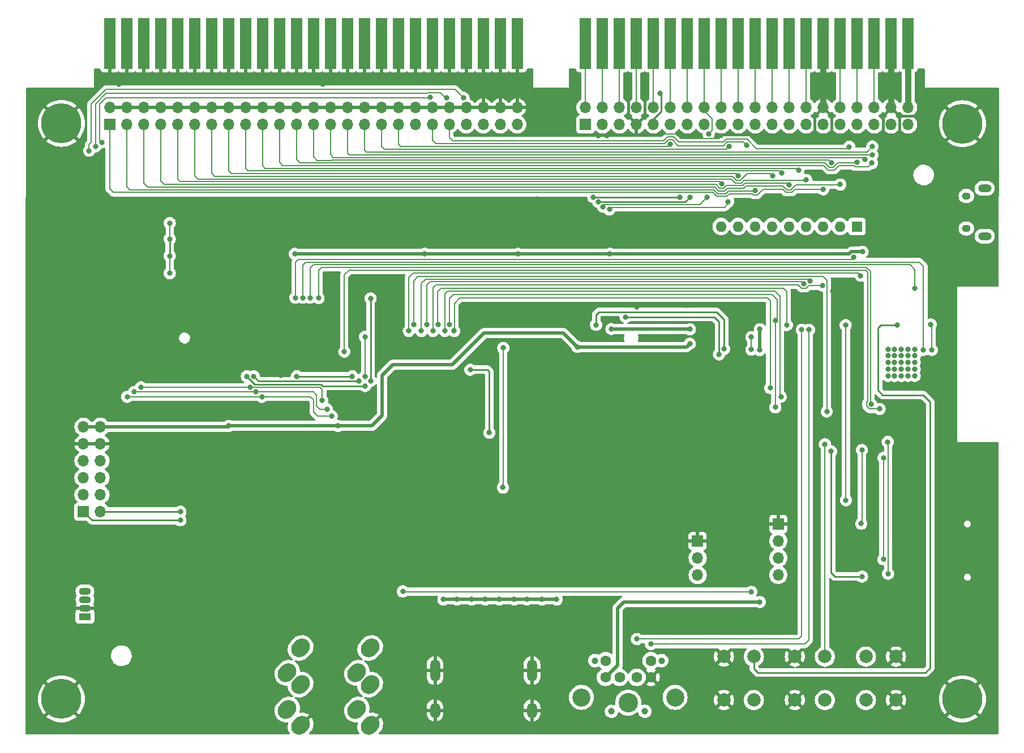
<source format=gbr>
%TF.GenerationSoftware,KiCad,Pcbnew,7.0.10*%
%TF.CreationDate,2024-06-25T20:32:39-07:00*%
%TF.ProjectId,TRS-IO++,5452532d-494f-42b2-9b2e-6b696361645f,rev?*%
%TF.SameCoordinates,Original*%
%TF.FileFunction,Copper,L2,Bot*%
%TF.FilePolarity,Positive*%
%FSLAX46Y46*%
G04 Gerber Fmt 4.6, Leading zero omitted, Abs format (unit mm)*
G04 Created by KiCad (PCBNEW 7.0.10) date 2024-06-25 20:32:39*
%MOMM*%
%LPD*%
G01*
G04 APERTURE LIST*
G04 Aperture macros list*
%AMHorizOval*
0 Thick line with rounded ends*
0 $1 width*
0 $2 $3 position (X,Y) of the first rounded end (center of the circle)*
0 $4 $5 position (X,Y) of the second rounded end (center of the circle)*
0 Add line between two ends*
20,1,$1,$2,$3,$4,$5,0*
0 Add two circle primitives to create the rounded ends*
1,1,$1,$2,$3*
1,1,$1,$4,$5*%
G04 Aperture macros list end*
%TA.AperFunction,ComponentPad*%
%ADD10C,2.000000*%
%TD*%
%TA.AperFunction,ComponentPad*%
%ADD11C,0.800000*%
%TD*%
%TA.AperFunction,ComponentPad*%
%ADD12C,6.000000*%
%TD*%
%TA.AperFunction,ComponentPad*%
%ADD13R,1.700000X1.700000*%
%TD*%
%TA.AperFunction,ComponentPad*%
%ADD14O,1.700000X1.700000*%
%TD*%
%TA.AperFunction,ComponentPad*%
%ADD15HorizOval,2.400000X-0.212132X-0.212132X0.212132X0.212132X0*%
%TD*%
%TA.AperFunction,ComponentPad*%
%ADD16O,1.500000X3.300000*%
%TD*%
%TA.AperFunction,ComponentPad*%
%ADD17O,1.500000X2.300000*%
%TD*%
%TA.AperFunction,ComponentPad*%
%ADD18O,2.000000X1.200000*%
%TD*%
%TA.AperFunction,ComponentPad*%
%ADD19O,1.300000X1.100000*%
%TD*%
%TA.AperFunction,ComponentPad*%
%ADD20R,1.600000X1.600000*%
%TD*%
%TA.AperFunction,ComponentPad*%
%ADD21O,1.600000X1.600000*%
%TD*%
%TA.AperFunction,ConnectorPad*%
%ADD22R,1.778000X7.620000*%
%TD*%
%TA.AperFunction,ComponentPad*%
%ADD23R,1.800000X1.070000*%
%TD*%
%TA.AperFunction,ComponentPad*%
%ADD24O,1.800000X1.070000*%
%TD*%
%TA.AperFunction,ComponentPad*%
%ADD25C,1.600000*%
%TD*%
%TA.AperFunction,ComponentPad*%
%ADD26C,1.000000*%
%TD*%
%TA.AperFunction,ComponentPad*%
%ADD27C,2.900000*%
%TD*%
%TA.AperFunction,ComponentPad*%
%ADD28C,2.700000*%
%TD*%
%TA.AperFunction,ViaPad*%
%ADD29C,0.800000*%
%TD*%
%TA.AperFunction,Conductor*%
%ADD30C,0.200000*%
%TD*%
%TA.AperFunction,Conductor*%
%ADD31C,0.381000*%
%TD*%
%TA.AperFunction,Conductor*%
%ADD32C,0.500380*%
%TD*%
%TA.AperFunction,Conductor*%
%ADD33C,0.889000*%
%TD*%
%TA.AperFunction,Conductor*%
%ADD34C,0.250000*%
%TD*%
G04 APERTURE END LIST*
D10*
%TO.P,SW4,1,1*%
%TO.N,GND*%
X165100000Y-141629200D03*
X165100000Y-135129200D03*
%TO.P,SW4,2,2*%
%TO.N,STATUS*%
X169600000Y-141629200D03*
X169600000Y-135129200D03*
%TD*%
D11*
%TO.P,H3,1,1*%
%TO.N,GND*%
X198546700Y-141478000D03*
X199205710Y-139887010D03*
X199205710Y-143068990D03*
X200796700Y-139228000D03*
D12*
X200796700Y-141478000D03*
D11*
X200796700Y-143728000D03*
X202387690Y-139887010D03*
X202387690Y-143068990D03*
X203046700Y-141478000D03*
%TD*%
%TO.P,H2,1,1*%
%TO.N,GND*%
X198546700Y-55321200D03*
X199205710Y-53730210D03*
X199205710Y-56912190D03*
X200796700Y-53071200D03*
D12*
X200796700Y-55321200D03*
D11*
X200796700Y-57571200D03*
X202387690Y-53730210D03*
X202387690Y-56912190D03*
X203046700Y-55321200D03*
%TD*%
D10*
%TO.P,SW2,1,1*%
%TO.N,GND*%
X175727350Y-141629200D03*
X175727350Y-135129200D03*
%TO.P,SW2,2,2*%
%TO.N,ID0*%
X180227350Y-141629200D03*
X180227350Y-135129200D03*
%TD*%
D13*
%TO.P,J2,1,Pin_1*%
%TO.N,SYSRES_N*%
X144413700Y-55422800D03*
D14*
%TO.P,J2,2,Pin_2*%
%TO.N,RAS_N*%
X144413700Y-52882800D03*
%TO.P,J2,3,Pin_3*%
%TO.N,A10*%
X146953700Y-55422800D03*
%TO.P,J2,4,Pin_4*%
%TO.N,CAS_N*%
X146953700Y-52882800D03*
%TO.P,J2,5,Pin_5*%
%TO.N,A13*%
X149493700Y-55422800D03*
%TO.P,J2,6,Pin_6*%
%TO.N,A12*%
X149493700Y-52882800D03*
%TO.P,J2,7,Pin_7*%
%TO.N,GND*%
X152033700Y-55422800D03*
%TO.P,J2,8,Pin_8*%
%TO.N,A15*%
X152033700Y-52882800D03*
%TO.P,J2,9,Pin_9*%
%TO.N,A14*%
X154573700Y-55422800D03*
%TO.P,J2,10,Pin_10*%
%TO.N,A11*%
X154573700Y-52882800D03*
%TO.P,J2,11,Pin_11*%
%TO.N,OUT_N*%
X157113700Y-55422800D03*
%TO.P,J2,12,Pin_12*%
%TO.N,A8*%
X157113700Y-52882800D03*
%TO.P,J2,13,Pin_13*%
%TO.N,INTACK_N*%
X159653700Y-55422800D03*
%TO.P,J2,14,Pin_14*%
%TO.N,WR_N*%
X159653700Y-52882800D03*
%TO.P,J2,15,Pin_15*%
%TO.N,MUX*%
X162193700Y-55422800D03*
%TO.P,J2,16,Pin_16*%
%TO.N,RD_N*%
X162193700Y-52882800D03*
%TO.P,J2,17,Pin_17*%
%TO.N,D4*%
X164733700Y-55422800D03*
%TO.P,J2,18,Pin_18*%
%TO.N,A9*%
X164733700Y-52882800D03*
%TO.P,J2,19,Pin_19*%
%TO.N,D7*%
X167273700Y-55422800D03*
%TO.P,J2,20,Pin_20*%
%TO.N,IN_N*%
X167273700Y-52882800D03*
%TO.P,J2,21,Pin_21*%
%TO.N,D1*%
X169813700Y-55422800D03*
%TO.P,J2,22,Pin_22*%
%TO.N,INT_N*%
X169813700Y-52882800D03*
%TO.P,J2,23,Pin_23*%
%TO.N,D6*%
X172353700Y-55422800D03*
%TO.P,J2,24,Pin_24*%
%TO.N,TEST_N*%
X172353700Y-52882800D03*
%TO.P,J2,25,Pin_25*%
%TO.N,D3*%
X174893700Y-55422800D03*
%TO.P,J2,26,Pin_26*%
%TO.N,A0*%
X174893700Y-52882800D03*
%TO.P,J2,27,Pin_27*%
%TO.N,D5*%
X177433700Y-55422800D03*
%TO.P,J2,28,Pin_28*%
%TO.N,A1*%
X177433700Y-52882800D03*
%TO.P,J2,29,Pin_29*%
%TO.N,D0*%
X179973700Y-55422800D03*
%TO.P,J2,30,Pin_30*%
%TO.N,GND*%
X179973700Y-52882800D03*
%TO.P,J2,31,Pin_31*%
%TO.N,D2*%
X182513700Y-55422800D03*
%TO.P,J2,32,Pin_32*%
%TO.N,A4*%
X182513700Y-52882800D03*
%TO.P,J2,33,Pin_33*%
%TO.N,A3*%
X185053700Y-55422800D03*
%TO.P,J2,34,Pin_34*%
%TO.N,WAIT_N*%
X185053700Y-52882800D03*
%TO.P,J2,35,Pin_35*%
%TO.N,A7*%
X187593700Y-55422800D03*
%TO.P,J2,36,Pin_36*%
%TO.N,A5*%
X187593700Y-52882800D03*
%TO.P,J2,37,Pin_37*%
%TO.N,A6*%
X190133700Y-55422800D03*
%TO.P,J2,38,Pin_38*%
%TO.N,GND*%
X190133700Y-52882800D03*
%TO.P,J2,39,Pin_39*%
%TO.N,A2*%
X192673700Y-55422800D03*
%TO.P,J2,40,Pin_40*%
%TO.N,5V*%
X192673700Y-52882800D03*
%TD*%
D15*
%TO.P,J10,R*%
%TO.N,Net-(C14-Pad1)*%
X110217200Y-137540400D03*
%TO.P,J10,RN*%
%TO.N,N/C*%
X112217200Y-139340400D03*
%TO.P,J10,S*%
%TO.N,GND*%
X112217200Y-145440400D03*
%TO.P,J10,T*%
%TO.N,unconnected-(J10-PadT)*%
X110217200Y-143040400D03*
%TO.P,J10,TN*%
%TO.N,N/C*%
X112217200Y-133840400D03*
%TD*%
D16*
%TO.P,J7,SH,SH*%
%TO.N,GND*%
X136409000Y-137228600D03*
X121909000Y-137228600D03*
D17*
X136409000Y-143188600D03*
X121909000Y-143188600D03*
%TD*%
D13*
%TO.P,J8,1,Pin_1*%
%TO.N,GND*%
X173255166Y-115265199D03*
D14*
%TO.P,J8,2,Pin_2*%
%TO.N,+5V*%
X173255166Y-117805199D03*
%TO.P,J8,3,Pin_3*%
%TO.N,RXD0*%
X173255166Y-120345199D03*
%TO.P,J8,4,Pin_4*%
%TO.N,TXD0*%
X173255166Y-122885199D03*
%TD*%
D10*
%TO.P,SW1,1,1*%
%TO.N,ESP_RESET*%
X186354700Y-141629200D03*
X186354700Y-135129200D03*
%TO.P,SW1,2,2*%
%TO.N,GND*%
X190854700Y-141629200D03*
X190854700Y-135129200D03*
%TD*%
D13*
%TO.P,J5,1,Pin_1*%
%TO.N,PMOD_IO1*%
X69322000Y-113411400D03*
D14*
%TO.P,J5,2,Pin_2*%
%TO.N,PMOD_IO5*%
X71862000Y-113411400D03*
%TO.P,J5,3,Pin_3*%
%TO.N,PMOD_IO2*%
X69322000Y-110871400D03*
%TO.P,J5,4,Pin_4*%
%TO.N,PMOD_IO6*%
X71862000Y-110871400D03*
%TO.P,J5,5,Pin_5*%
%TO.N,PMOD_IO3*%
X69322000Y-108331400D03*
%TO.P,J5,6,Pin_6*%
%TO.N,PMOD_IO7*%
X71862000Y-108331400D03*
%TO.P,J5,7,Pin_7*%
%TO.N,PMOD_IO4*%
X69322000Y-105791400D03*
%TO.P,J5,8,Pin_8*%
%TO.N,PMOD_IO8*%
X71862000Y-105791400D03*
%TO.P,J5,9,Pin_9*%
%TO.N,GND*%
X69322000Y-103251400D03*
%TO.P,J5,10,Pin_10*%
X71862000Y-103251400D03*
%TO.P,J5,11,Pin_11*%
%TO.N,+3V3*%
X69322000Y-100711400D03*
%TO.P,J5,12,Pin_12*%
X71862000Y-100711400D03*
%TD*%
D15*
%TO.P,J6,R*%
%TO.N,Net-(C17-Pad1)*%
X99803200Y-137540400D03*
%TO.P,J6,RN*%
%TO.N,N/C*%
X101803200Y-139340400D03*
%TO.P,J6,S*%
%TO.N,GND*%
X101803200Y-145440400D03*
%TO.P,J6,T*%
%TO.N,Net-(C20-Pad1)*%
X99803200Y-143040400D03*
%TO.P,J6,TN*%
%TO.N,N/C*%
X101803200Y-133840400D03*
%TD*%
D11*
%TO.P,U1,39*%
%TO.N,N/C*%
X193655900Y-89090800D03*
X192655900Y-89090800D03*
X191655900Y-89090800D03*
X190655900Y-89090800D03*
X189655900Y-89090800D03*
X193655900Y-90090800D03*
X192655900Y-90090800D03*
X191655900Y-90090800D03*
X190655900Y-90090800D03*
X189655900Y-90090800D03*
X193655900Y-91090800D03*
X192655900Y-91090800D03*
X191655900Y-91090800D03*
X190655900Y-91090800D03*
X189655900Y-91090800D03*
X193655900Y-92090800D03*
X192655900Y-92090800D03*
X191655900Y-92090800D03*
X190655900Y-92090800D03*
X189655900Y-92090800D03*
X193655900Y-93090800D03*
X192655900Y-93090800D03*
X191655900Y-93090800D03*
X190655900Y-93090800D03*
X189655900Y-93090800D03*
%TD*%
%TO.P,H1,1,1*%
%TO.N,GND*%
X63774300Y-55270400D03*
X64433310Y-53679410D03*
X64433310Y-56861390D03*
X66024300Y-53020400D03*
D12*
X66024300Y-55270400D03*
D11*
X66024300Y-57520400D03*
X67615290Y-53679410D03*
X67615290Y-56861390D03*
X68274300Y-55270400D03*
%TD*%
D18*
%TO.P,J12,*%
%TO.N,*%
X204124000Y-72155000D03*
D19*
X201374000Y-71005000D03*
X201374000Y-66155000D03*
D18*
X204124000Y-65005000D03*
%TD*%
D20*
%TO.P,RN1,1,common*%
%TO.N,+5V*%
X185028600Y-70713600D03*
D21*
%TO.P,RN1,2,R1*%
%TO.N,D2*%
X182488600Y-70713600D03*
%TO.P,RN1,3,R2*%
%TO.N,D0*%
X179948600Y-70713600D03*
%TO.P,RN1,4,R3*%
%TO.N,D5*%
X177408600Y-70713600D03*
%TO.P,RN1,5,R4*%
%TO.N,D3*%
X174868600Y-70713600D03*
%TO.P,RN1,6,R5*%
%TO.N,D6*%
X172328600Y-70713600D03*
%TO.P,RN1,7,R6*%
%TO.N,D1*%
X169788600Y-70713600D03*
%TO.P,RN1,8,R7*%
%TO.N,D7*%
X167248600Y-70713600D03*
%TO.P,RN1,9,R8*%
%TO.N,D4*%
X164708600Y-70713600D03*
%TD*%
D22*
%TO.P,J4,2,Pin_2*%
%TO.N,RAS_N*%
X144408700Y-43281600D03*
%TO.P,J4,4,Pin_4*%
%TO.N,CAS_N*%
X146948700Y-43281600D03*
%TO.P,J4,6,Pin_6*%
%TO.N,A12*%
X149488700Y-43281600D03*
%TO.P,J4,8,Pin_8*%
%TO.N,A15*%
X152028700Y-43281600D03*
%TO.P,J4,10,Pin_10*%
%TO.N,A11*%
X154568700Y-43281600D03*
%TO.P,J4,12,Pin_12*%
%TO.N,A8*%
X157108700Y-43281600D03*
%TO.P,J4,14,Pin_14*%
%TO.N,WR_N*%
X159648700Y-43281600D03*
%TO.P,J4,16,Pin_16*%
%TO.N,RD_N*%
X162188700Y-43281600D03*
%TO.P,J4,18,Pin_18*%
%TO.N,A9*%
X164728700Y-43281600D03*
%TO.P,J4,20,Pin_20*%
%TO.N,IN_N*%
X167268700Y-43281600D03*
%TO.P,J4,22,Pin_22*%
%TO.N,INT_N*%
X169808700Y-43281600D03*
%TO.P,J4,24,Pin_24*%
%TO.N,TEST_N*%
X172348700Y-43281600D03*
%TO.P,J4,26,Pin_26*%
%TO.N,A0*%
X174888700Y-43281600D03*
%TO.P,J4,28,Pin_28*%
%TO.N,A1*%
X177428700Y-43281600D03*
%TO.P,J4,30,Pin_30*%
%TO.N,GND*%
X179968700Y-43281600D03*
%TO.P,J4,32,Pin_32*%
%TO.N,A4*%
X182508700Y-43281600D03*
%TO.P,J4,34,Pin_34*%
%TO.N,WAIT_N*%
X185048700Y-43281600D03*
%TO.P,J4,36,Pin_36*%
%TO.N,A5*%
X187588700Y-43281600D03*
%TO.P,J4,38,Pin_38*%
%TO.N,GND*%
X190128700Y-43281600D03*
%TO.P,J4,40,Pin_40*%
%TO.N,5V*%
X192668700Y-43281600D03*
%TD*%
%TO.P,J3,2,Pin_2*%
%TO.N,GND*%
X73263300Y-43281600D03*
%TO.P,J3,4,Pin_4*%
X75803300Y-43281600D03*
%TO.P,J3,6,Pin_6*%
X78343300Y-43281600D03*
%TO.P,J3,8,Pin_8*%
X80883300Y-43281600D03*
%TO.P,J3,10,Pin_10*%
X83423300Y-43281600D03*
%TO.P,J3,12,Pin_12*%
X85963300Y-43281600D03*
%TO.P,J3,14,Pin_14*%
X88503300Y-43281600D03*
%TO.P,J3,16,Pin_16*%
X91043300Y-43281600D03*
%TO.P,J3,18,Pin_18*%
X93583300Y-43281600D03*
%TO.P,J3,20,Pin_20*%
X96123300Y-43281600D03*
%TO.P,J3,22,Pin_22*%
X98663300Y-43281600D03*
%TO.P,J3,24,Pin_24*%
X101203300Y-43281600D03*
%TO.P,J3,26,Pin_26*%
X103743300Y-43281600D03*
%TO.P,J3,28,Pin_28*%
X106283300Y-43281600D03*
%TO.P,J3,30,Pin_30*%
X108823300Y-43281600D03*
%TO.P,J3,32,Pin_32*%
X111363300Y-43281600D03*
%TO.P,J3,34,Pin_34*%
X113903300Y-43281600D03*
%TO.P,J3,36,Pin_36*%
X116443300Y-43281600D03*
%TO.P,J3,38,Pin_38*%
X118983300Y-43281600D03*
%TO.P,J3,40,Pin_40*%
X121523300Y-43281600D03*
%TO.P,J3,42,Pin_42*%
X124063300Y-43281600D03*
%TO.P,J3,44,Pin_44*%
X126603300Y-43281600D03*
%TO.P,J3,46,Pin_46*%
X129143300Y-43281600D03*
%TO.P,J3,48,Pin_48*%
X131683300Y-43281600D03*
%TO.P,J3,50,Pin_50*%
X134223300Y-43281600D03*
%TD*%
D23*
%TO.P,D1,1,RA*%
%TO.N,Net-(D1-RA)*%
X69543200Y-129156000D03*
D24*
%TO.P,D1,2,K*%
%TO.N,GND*%
X69543200Y-127886000D03*
%TO.P,D1,3,BA*%
%TO.N,Net-(D1-BA)*%
X69543200Y-126616000D03*
%TO.P,D1,4,GA*%
%TO.N,Net-(D1-GA)*%
X69543200Y-125346000D03*
%TD*%
D25*
%TO.P,J11,1*%
%TO.N,PS2_DATA*%
X152109500Y-138232700D03*
%TO.P,J11,2*%
%TO.N,unconnected-(J11-Pad2)*%
X149509500Y-138232700D03*
%TO.P,J11,3*%
%TO.N,GND*%
X154209500Y-138232700D03*
%TO.P,J11,4*%
%TO.N,+5V*%
X147409500Y-138232700D03*
%TO.P,J11,5*%
%TO.N,PS2_CLK*%
X154209500Y-135732700D03*
%TO.P,J11,6*%
%TO.N,unconnected-(J11-Pad6)*%
X147409500Y-135732700D03*
D26*
%TO.P,J11,M1*%
%TO.N,N/C*%
X153309500Y-143332700D03*
%TO.P,J11,M2*%
X148309500Y-143332700D03*
%TO.P,J11,M3*%
X155809500Y-135732700D03*
%TO.P,J11,M4*%
X145809500Y-135732700D03*
D27*
%TO.P,J11,S1*%
X150809500Y-142032700D03*
D28*
%TO.P,J11,S2*%
X157809500Y-141232700D03*
%TO.P,J11,S3*%
X143809500Y-141232700D03*
%TD*%
D13*
%TO.P,J1,1,Pin_1*%
%TO.N,D0*%
X73237900Y-55422800D03*
D14*
%TO.P,J1,2,Pin_2*%
%TO.N,GND*%
X73237900Y-52882800D03*
%TO.P,J1,3,Pin_3*%
%TO.N,D1*%
X75777900Y-55422800D03*
%TO.P,J1,4,Pin_4*%
%TO.N,GND*%
X75777900Y-52882800D03*
%TO.P,J1,5,Pin_5*%
%TO.N,D2*%
X78317900Y-55422800D03*
%TO.P,J1,6,Pin_6*%
%TO.N,GND*%
X78317900Y-52882800D03*
%TO.P,J1,7,Pin_7*%
%TO.N,D3*%
X80857900Y-55422800D03*
%TO.P,J1,8,Pin_8*%
%TO.N,GND*%
X80857900Y-52882800D03*
%TO.P,J1,9,Pin_9*%
%TO.N,D4*%
X83397900Y-55422800D03*
%TO.P,J1,10,Pin_10*%
%TO.N,GND*%
X83397900Y-52882800D03*
%TO.P,J1,11,Pin_11*%
%TO.N,D5*%
X85937900Y-55422800D03*
%TO.P,J1,12,Pin_12*%
%TO.N,GND*%
X85937900Y-52882800D03*
%TO.P,J1,13,Pin_13*%
%TO.N,D6*%
X88477900Y-55422800D03*
%TO.P,J1,14,Pin_14*%
%TO.N,GND*%
X88477900Y-52882800D03*
%TO.P,J1,15,Pin_15*%
%TO.N,D7*%
X91017900Y-55422800D03*
%TO.P,J1,16,Pin_16*%
%TO.N,GND*%
X91017900Y-52882800D03*
%TO.P,J1,17,Pin_17*%
%TO.N,A0*%
X93557900Y-55422800D03*
%TO.P,J1,18,Pin_18*%
%TO.N,GND*%
X93557900Y-52882800D03*
%TO.P,J1,19,Pin_19*%
%TO.N,A1*%
X96097900Y-55422800D03*
%TO.P,J1,20,Pin_20*%
%TO.N,GND*%
X96097900Y-52882800D03*
%TO.P,J1,21,Pin_21*%
%TO.N,A2*%
X98637900Y-55422800D03*
%TO.P,J1,22,Pin_22*%
%TO.N,GND*%
X98637900Y-52882800D03*
%TO.P,J1,23,Pin_23*%
%TO.N,A3*%
X101177900Y-55422800D03*
%TO.P,J1,24,Pin_24*%
%TO.N,GND*%
X101177900Y-52882800D03*
%TO.P,J1,25,Pin_25*%
%TO.N,A4*%
X103717900Y-55422800D03*
%TO.P,J1,26,Pin_26*%
%TO.N,GND*%
X103717900Y-52882800D03*
%TO.P,J1,27,Pin_27*%
%TO.N,A5*%
X106257900Y-55422800D03*
%TO.P,J1,28,Pin_28*%
%TO.N,GND*%
X106257900Y-52882800D03*
%TO.P,J1,29,Pin_29*%
%TO.N,A6*%
X108797900Y-55422800D03*
%TO.P,J1,30,Pin_30*%
%TO.N,GND*%
X108797900Y-52882800D03*
%TO.P,J1,31,Pin_31*%
%TO.N,A7*%
X111337900Y-55422800D03*
%TO.P,J1,32,Pin_32*%
%TO.N,GND*%
X111337900Y-52882800D03*
%TO.P,J1,33,Pin_33*%
%TO.N,IN_N*%
X113877900Y-55422800D03*
%TO.P,J1,34,Pin_34*%
%TO.N,GND*%
X113877900Y-52882800D03*
%TO.P,J1,35,Pin_35*%
%TO.N,OUT_N*%
X116417900Y-55422800D03*
%TO.P,J1,36,Pin_36*%
%TO.N,GND*%
X116417900Y-52882800D03*
%TO.P,J1,37,Pin_37*%
%TO.N,RESET_N*%
X118957900Y-55422800D03*
%TO.P,J1,38,Pin_38*%
%TO.N,GND*%
X118957900Y-52882800D03*
%TO.P,J1,39,Pin_39*%
%TO.N,INT_N*%
X121497900Y-55422800D03*
%TO.P,J1,40,Pin_40*%
%TO.N,GND*%
X121497900Y-52882800D03*
%TO.P,J1,41,Pin_41*%
%TO.N,WAIT_N*%
X124037900Y-55422800D03*
%TO.P,J1,42,Pin_42*%
%TO.N,GND*%
X124037900Y-52882800D03*
%TO.P,J1,43,Pin_43*%
%TO.N,EXTIOSEL_N*%
X126577900Y-55422800D03*
%TO.P,J1,44,Pin_44*%
%TO.N,GND*%
X126577900Y-52882800D03*
%TO.P,J1,45,Pin_45*%
%TO.N,NC_45*%
X129117900Y-55422800D03*
%TO.P,J1,46,Pin_46*%
%TO.N,GND*%
X129117900Y-52882800D03*
%TO.P,J1,47,Pin_47*%
%TO.N,M1_N*%
X131657900Y-55422800D03*
%TO.P,J1,48,Pin_48*%
%TO.N,GND*%
X131657900Y-52882800D03*
%TO.P,J1,49,Pin_49*%
%TO.N,IOREQ_N*%
X134197900Y-55422800D03*
%TO.P,J1,50,Pin_50*%
%TO.N,GND*%
X134197900Y-52882800D03*
%TD*%
D13*
%TO.P,J13,1,Pin_1*%
%TO.N,GND*%
X161188400Y-117824915D03*
D14*
%TO.P,J13,2,Pin_2*%
%TO.N,UART_RX*%
X161188400Y-120364915D03*
%TO.P,J13,3,Pin_3*%
%TO.N,UART_TX*%
X161188400Y-122904915D03*
%TD*%
D11*
%TO.P,H4,1,1*%
%TO.N,GND*%
X63774300Y-141478000D03*
X64433310Y-139887010D03*
X64433310Y-143068990D03*
X66024300Y-139228000D03*
D12*
X66024300Y-141478000D03*
D11*
X66024300Y-143728000D03*
X67615290Y-139887010D03*
X67615290Y-143068990D03*
X68274300Y-141478000D03*
%TD*%
D29*
%TO.N,CASS_IN*%
X169227500Y-89141300D03*
X117094000Y-125374400D03*
X169227500Y-87288310D03*
X169214800Y-125425200D03*
%TO.N,GND*%
X178698700Y-57838800D03*
X152082500Y-73660000D03*
X181356400Y-80416400D03*
X107121500Y-81432400D03*
X198526400Y-103733600D03*
X198459900Y-67259200D03*
X116840000Y-89535000D03*
X140106400Y-121208800D03*
X109661500Y-89814400D03*
X154622500Y-68897500D03*
X159702500Y-82550000D03*
X160972500Y-68897500D03*
X102362000Y-125272800D03*
X98806000Y-93014800D03*
X191570000Y-109737500D03*
X171132500Y-66357500D03*
X150812500Y-50800000D03*
X147637500Y-57150000D03*
X113725500Y-69697600D03*
X130898900Y-138628800D03*
X110947200Y-97891600D03*
X130810000Y-85407500D03*
X125653800Y-134209200D03*
X170497500Y-73660000D03*
X103682800Y-111302800D03*
X179387500Y-73660000D03*
X142240000Y-56832500D03*
X149542500Y-68897500D03*
X114265200Y-121107200D03*
X89747900Y-85090000D03*
X109712300Y-85090000D03*
X147002500Y-87312500D03*
X83486800Y-83705700D03*
X160972500Y-56832500D03*
X191570000Y-127517500D03*
X138211100Y-73304400D03*
X83486800Y-91325700D03*
X153298700Y-50850800D03*
X136422350Y-107340400D03*
X124393500Y-73202800D03*
X203489100Y-125984000D03*
X104835500Y-85090000D03*
X198561500Y-79857600D03*
X136525000Y-56832500D03*
X101185300Y-103632000D03*
X141259100Y-69748400D03*
X112395000Y-78422500D03*
X140970000Y-88900000D03*
X152066800Y-82804000D03*
X203489100Y-110439200D03*
X152066800Y-91325700D03*
X170497500Y-82550000D03*
X112395000Y-73660000D03*
X178698700Y-62750700D03*
X93506800Y-142510000D03*
X110947200Y-102311200D03*
X128270000Y-89535000D03*
X133350000Y-85407500D03*
X126365000Y-87630000D03*
X171078700Y-57838800D03*
X110947200Y-106781600D03*
X159702500Y-73660000D03*
X127390700Y-69697600D03*
X108712000Y-95910400D03*
X63890700Y-70154800D03*
X105076800Y-49415700D03*
X74596800Y-49415700D03*
X146367500Y-57150000D03*
X124799900Y-102057200D03*
X144121200Y-66675000D03*
X137160000Y-66585500D03*
%TO.N,+5V*%
X160020000Y-86097709D03*
X170484800Y-126949200D03*
X170469100Y-89245900D03*
X148290300Y-86076000D03*
X170497500Y-86106000D03*
%TO.N,+3V3*%
X107391200Y-100584000D03*
X185852090Y-74497910D03*
X160020000Y-88265000D03*
X140106400Y-126563800D03*
X82229500Y-75133200D03*
X82229500Y-77724000D03*
X82229500Y-72593200D03*
X134299500Y-74828400D03*
X120380300Y-74828400D03*
X131533900Y-126563800D03*
X125183900Y-126563800D03*
X82229500Y-70205600D03*
X133756400Y-126563800D03*
X129413000Y-126563800D03*
X148066300Y-74828400D03*
X137883900Y-126563800D03*
X91033600Y-100584000D03*
X123164600Y-126563800D03*
X143192500Y-88748091D03*
X135661400Y-126563800D03*
X100936600Y-74828400D03*
X127406400Y-126563800D03*
%TO.N,PS2_DATA*%
X176768300Y-86195900D03*
X152109500Y-132500700D03*
%TO.N,PS2_CLK*%
X177835100Y-86195900D03*
X154209500Y-133267700D03*
%TO.N,CS_SD*%
X185658300Y-115214400D03*
X185759900Y-104190800D03*
%TO.N,MOSI*%
X174533100Y-85484700D03*
X122333938Y-85407500D03*
X183372300Y-111709200D03*
X183321500Y-85496400D03*
%TO.N,SCK*%
X124077000Y-85407500D03*
X172805900Y-97790000D03*
X188972000Y-105377300D03*
X172805900Y-84785200D03*
X188972000Y-120548400D03*
%TO.N,CASS_OUT*%
X111442500Y-87223600D03*
X111442500Y-93154500D03*
%TO.N,STATUS*%
X191008000Y-85496400D03*
%TO.N,ESP_RESET*%
X196060600Y-85394800D03*
X196215000Y-89217500D03*
%TO.N,CS_FPGA*%
X124776500Y-86360000D03*
X172043900Y-94894400D03*
%TO.N,ESP_S0*%
X121599500Y-86360000D03*
X179853722Y-79566178D03*
%TO.N,_A9*%
X127175800Y-92156900D03*
X130032300Y-101600000D03*
%TO.N,ESP_S1*%
X120650000Y-85407500D03*
X177056367Y-79287100D03*
%TO.N,ESP_S2*%
X178038300Y-78880700D03*
X119872300Y-86360000D03*
%TO.N,ESP_S3*%
X180508004Y-98420997D03*
X118745000Y-85407500D03*
%TO.N,REQ*%
X117992700Y-86360000D03*
X185572400Y-78079600D03*
%TO.N,DONE*%
X188405900Y-98039600D03*
X108340700Y-89458800D03*
%TO.N,ABUS_EN*%
X132064300Y-109815690D03*
X132115100Y-88900000D03*
%TO.N,CASS_OUT2*%
X112268000Y-93866700D03*
X112268000Y-81483200D03*
%TO.N,D0*%
X179973700Y-65164700D03*
%TO.N,D1*%
X169813700Y-65317100D03*
%TO.N,D2*%
X182513700Y-64419400D03*
%TO.N,D3*%
X174837900Y-64504300D03*
%TO.N,D4*%
X164779500Y-64300700D03*
%TO.N,D5*%
X177433700Y-63759000D03*
%TO.N,D6*%
X172399500Y-63094300D03*
%TO.N,D7*%
X167273700Y-63094300D03*
%TO.N,A0*%
X173743700Y-62694300D03*
%TO.N,A1*%
X176283700Y-62294300D03*
%TO.N,A2*%
X187260000Y-61212500D03*
%TO.N,A3*%
X185053700Y-61094300D03*
%TO.N,A4*%
X181187900Y-61163200D03*
%TO.N,A5*%
X186203700Y-60694300D03*
%TO.N,A6*%
X187308750Y-59991250D03*
%TO.N,A7*%
X187325000Y-58737500D03*
%TO.N,IN_N*%
X165735000Y-66992500D03*
X165883700Y-58762200D03*
X147989505Y-68162900D03*
%TO.N,OUT_N*%
X157108700Y-58408300D03*
X158563200Y-66313900D03*
X145577100Y-66313900D03*
%TO.N,EXTIOSEL_N*%
X126171500Y-51460400D03*
X106453400Y-99110800D03*
X70167500Y-59372500D03*
X96012000Y-96215200D03*
X75869800Y-96215200D03*
%TO.N,A14*%
X155575000Y-50800000D03*
%TO.N,WR_N*%
X146330800Y-67038400D03*
X160012700Y-66313900D03*
%TO.N,RD_N*%
X147031219Y-67762900D03*
X162560000Y-66357500D03*
X162834200Y-56832500D03*
%TO.N,INT_N*%
X105054400Y-96774000D03*
X72072500Y-58102500D03*
X121193100Y-51358800D03*
X94284800Y-94792800D03*
X168487900Y-58572400D03*
X77927200Y-94792800D03*
%TO.N,WAIT_N*%
X95137200Y-95492800D03*
X76909700Y-95492800D03*
X183880300Y-58775600D03*
X123606100Y-51435000D03*
X71120000Y-58737500D03*
X105753900Y-98094800D03*
%TO.N,MISO*%
X173646082Y-96210942D03*
X189671500Y-122732800D03*
X123377500Y-86360000D03*
X189620700Y-102971600D03*
%TO.N,INT*%
X109537500Y-93147300D03*
X101228700Y-93147300D03*
%TO.N,WAIT*%
X94781399Y-93156801D03*
X110490000Y-93890500D03*
%TO.N,EXTIOSEL*%
X111442500Y-94615000D03*
X93761100Y-93161100D03*
%TO.N,ID0*%
X180222700Y-103327200D03*
%TO.N,CD_SD*%
X181152800Y-104394000D03*
X185775600Y-123139200D03*
%TO.N,JTAG_TDO*%
X193675000Y-80010000D03*
X103200776Y-81390724D03*
%TO.N,JTAG_TMS*%
X104479900Y-81432400D03*
X187135900Y-97337200D03*
%TO.N,JTAG_TCK*%
X194945000Y-89217500D03*
X102143100Y-81381600D03*
%TO.N,JTAG_TDI*%
X101025500Y-81381600D03*
X184556400Y-75348100D03*
%TO.N,PMOD_IO1*%
X83820000Y-114706400D03*
%TO.N,PMOD_IO5*%
X83820000Y-113436400D03*
%TO.N,UART_RX*%
X164388800Y-89865200D03*
X150418800Y-84253500D03*
%TO.N,UART_TX*%
X165150800Y-89052400D03*
X145999200Y-85445600D03*
%TD*%
D30*
%TO.N,CASS_IN*%
X122342100Y-125408100D02*
X169197700Y-125408100D01*
X122342100Y-125408100D02*
X117127700Y-125408100D01*
X169197700Y-125408100D02*
X169214800Y-125425200D01*
X169227500Y-89141300D02*
X169227500Y-87288310D01*
X117127700Y-125408100D02*
X117094000Y-125374400D01*
D31*
%TO.N,GND*%
X181213711Y-54122811D02*
X181213711Y-56753711D01*
D32*
X129117900Y-52882800D02*
X131657900Y-52882800D01*
D30*
X164400489Y-57532011D02*
X164782500Y-57150000D01*
D31*
X150793689Y-50818811D02*
X150793689Y-54182789D01*
D33*
X190133700Y-52882800D02*
X190133700Y-43286600D01*
D32*
X93557900Y-52882800D02*
X96097900Y-52882800D01*
D31*
X188893689Y-54122811D02*
X188893689Y-57131189D01*
D30*
X146367500Y-57150000D02*
X147637500Y-57150000D01*
D33*
X179968700Y-43281600D02*
X179968700Y-52877800D01*
D31*
X179973700Y-52882800D02*
X178698700Y-54157800D01*
X150812500Y-50800000D02*
X150793689Y-50818811D01*
D30*
X169916300Y-57838800D02*
X171078700Y-57838800D01*
D32*
X116417900Y-52882800D02*
X118957900Y-52882800D01*
D31*
X150793689Y-54182789D02*
X152033700Y-55422800D01*
D32*
X108797900Y-52882800D02*
X111337900Y-52882800D01*
X131657900Y-52882800D02*
X134197900Y-52882800D01*
X121497900Y-52882800D02*
X124037900Y-52882800D01*
X103717900Y-52882800D02*
X106257900Y-52882800D01*
X80857900Y-52882800D02*
X83397900Y-52882800D01*
D31*
X190133700Y-52882800D02*
X191403700Y-54152800D01*
D30*
X155892500Y-57150000D02*
X156210000Y-56832500D01*
D31*
X191403700Y-54152800D02*
X195259500Y-54152800D01*
D32*
X83397900Y-52882800D02*
X85937900Y-52882800D01*
X88477900Y-52882800D02*
X91017900Y-52882800D01*
X113877900Y-52882800D02*
X116417900Y-52882800D01*
X74596800Y-49415700D02*
X73263300Y-48082200D01*
D31*
X188893689Y-57131189D02*
X188912500Y-57150000D01*
D30*
X171078700Y-57838800D02*
X178698700Y-57838800D01*
X164782500Y-57150000D02*
X169227500Y-57150000D01*
D32*
X111337900Y-52882800D02*
X113877900Y-52882800D01*
X106257900Y-52882800D02*
X108797900Y-52882800D01*
D31*
X190133700Y-52882800D02*
X188893689Y-54122811D01*
D30*
X156210000Y-56832500D02*
X157956250Y-56832500D01*
D32*
X85937900Y-52882800D02*
X88477900Y-52882800D01*
D30*
X147637500Y-57150000D02*
X155892500Y-57150000D01*
D31*
X181213711Y-56753711D02*
X181292500Y-56832500D01*
D32*
X101177900Y-52882800D02*
X103717900Y-52882800D01*
X96097900Y-52882800D02*
X98637900Y-52882800D01*
D31*
X153298700Y-50850800D02*
X153298700Y-54157800D01*
D32*
X105076800Y-49415700D02*
X103743300Y-48082200D01*
X73237900Y-52882800D02*
X75777900Y-52882800D01*
X73263300Y-48082200D02*
X73263300Y-43281600D01*
D31*
X153298700Y-54157800D02*
X152033700Y-55422800D01*
D32*
X134223300Y-43281600D02*
X134223300Y-52857400D01*
X75777900Y-52882800D02*
X78317900Y-52882800D01*
X98637900Y-52882800D02*
X101177900Y-52882800D01*
X78317900Y-52882800D02*
X80857900Y-52882800D01*
D31*
X191403700Y-54152800D02*
X191403700Y-56783700D01*
D32*
X126577900Y-52882800D02*
X129117900Y-52882800D01*
X124037900Y-52882800D02*
X126577900Y-52882800D01*
D30*
X158655761Y-57532011D02*
X164400489Y-57532011D01*
X157956250Y-56832500D02*
X158655761Y-57532011D01*
D31*
X179973700Y-52882800D02*
X181213711Y-54122811D01*
X178698700Y-54157800D02*
X178698700Y-57838800D01*
D32*
X91017900Y-52882800D02*
X93557900Y-52882800D01*
X103743300Y-48082200D02*
X103743300Y-43281600D01*
D30*
X169227500Y-57150000D02*
X169916300Y-57838800D01*
D32*
X118957900Y-52882800D02*
X121497900Y-52882800D01*
%TO.N,+5V*%
X160020000Y-86097709D02*
X148312009Y-86097709D01*
X170484800Y-126949200D02*
X150164800Y-126949200D01*
X148312009Y-86097709D02*
X148290300Y-86076000D01*
X149199600Y-136442600D02*
X147409500Y-138232700D01*
X149199600Y-127914400D02*
X149199600Y-136442600D01*
X170497500Y-87601600D02*
X170469100Y-87630000D01*
X150164800Y-126949200D02*
X149199600Y-127914400D01*
X170469100Y-87630000D02*
X170469100Y-89245900D01*
X170497500Y-86106000D02*
X170497500Y-87601600D01*
%TO.N,+3V3*%
X123164600Y-126563800D02*
X137883900Y-126563800D01*
X112458500Y-100584000D02*
X107391200Y-100584000D01*
D34*
X82229500Y-72593200D02*
X82229500Y-75133200D01*
D32*
X183873749Y-74828400D02*
X148066300Y-74828400D01*
X69322000Y-100711400D02*
X90906200Y-100711400D01*
X141121909Y-86677500D02*
X129222500Y-86677500D01*
X90906200Y-100711400D02*
X91033600Y-100584000D01*
X91033600Y-100584000D02*
X107391200Y-100584000D01*
X134299500Y-74828400D02*
X120380300Y-74828400D01*
X160020000Y-88265000D02*
X159536909Y-88748091D01*
X113982500Y-99060000D02*
X112458500Y-100584000D01*
X129222500Y-86677500D02*
X124460000Y-91440000D01*
X159536909Y-88748091D02*
X143192500Y-88748091D01*
X185852090Y-74497910D02*
X184204239Y-74497910D01*
X120380300Y-74828400D02*
X100936600Y-74828400D01*
X143192500Y-88748091D02*
X141121909Y-86677500D01*
X115570000Y-91440000D02*
X113982500Y-93027500D01*
X140106400Y-126563800D02*
X137883900Y-126563800D01*
D30*
X82229500Y-70205600D02*
X82229500Y-72593200D01*
X82229500Y-77724000D02*
X82229500Y-75133200D01*
D32*
X148066300Y-74828400D02*
X134299500Y-74828400D01*
X184204239Y-74497910D02*
X183873749Y-74828400D01*
X124460000Y-91440000D02*
X115570000Y-91440000D01*
X113982500Y-93027500D02*
X113982500Y-99060000D01*
D30*
%TO.N,PS2_DATA*%
X176768300Y-132044900D02*
X176312500Y-132500700D01*
X176768300Y-86195900D02*
X176768300Y-132044900D01*
X176312500Y-132500700D02*
X152109500Y-132500700D01*
%TO.N,PS2_CLK*%
X177221900Y-133267700D02*
X154209500Y-133267700D01*
X177835100Y-86195900D02*
X177835100Y-132654500D01*
X177835100Y-132654500D02*
X177221900Y-133267700D01*
%TO.N,CS_SD*%
X185759900Y-104190800D02*
X185759900Y-115112800D01*
X185759900Y-115112800D02*
X185658300Y-115214400D01*
%TO.N,MOSI*%
X174025100Y-79959200D02*
X174533100Y-80467200D01*
X122259900Y-80467200D02*
X122767900Y-79959200D01*
X183372300Y-85547200D02*
X183321500Y-85496400D01*
X122767900Y-79959200D02*
X174025100Y-79959200D01*
X174533100Y-80467200D02*
X174533100Y-85484700D01*
X122333938Y-85407500D02*
X122259900Y-85333462D01*
X183372300Y-111709200D02*
X183372300Y-85547200D01*
X122259900Y-85333462D02*
X122259900Y-80467200D01*
%TO.N,SCK*%
X172805900Y-84785200D02*
X172805900Y-97790000D01*
X124077000Y-85407500D02*
X124077000Y-81494900D01*
X188972000Y-105377300D02*
X188972000Y-120548400D01*
X173059900Y-84531200D02*
X172805900Y-84785200D01*
X124077000Y-81494900D02*
X124698300Y-80873600D01*
X172297900Y-80873600D02*
X173059900Y-81635600D01*
X124698300Y-80873600D02*
X172297900Y-80873600D01*
X173059900Y-81635600D02*
X173059900Y-84531200D01*
%TO.N,CASS_OUT*%
X111442500Y-87223600D02*
X111442500Y-93154500D01*
D34*
%TO.N,STATUS*%
X188163200Y-85902800D02*
X188163200Y-95250000D01*
X195986400Y-97028000D02*
X195986400Y-136804400D01*
X170180000Y-137515600D02*
X169600000Y-136935600D01*
X194919600Y-95961200D02*
X195986400Y-97028000D01*
X195986400Y-136804400D02*
X195275200Y-137515600D01*
X195275200Y-137515600D02*
X170180000Y-137515600D01*
X169600000Y-136935600D02*
X169600000Y-135129200D01*
X188874400Y-95961200D02*
X194919600Y-95961200D01*
X188163200Y-95250000D02*
X188874400Y-95961200D01*
X191008000Y-85496400D02*
X188569600Y-85496400D01*
X188569600Y-85496400D02*
X188163200Y-85902800D01*
D30*
%TO.N,ESP_RESET*%
X196215000Y-89217500D02*
X196215000Y-85549200D01*
X196215000Y-85549200D02*
X196060600Y-85394800D01*
%TO.N,CS_FPGA*%
X124799900Y-82245200D02*
X125612700Y-81432400D01*
X125612700Y-81432400D02*
X171637500Y-81432400D01*
X172043900Y-81838800D02*
X172043900Y-94894400D01*
X171637500Y-81432400D02*
X172043900Y-81838800D01*
X124799900Y-86336600D02*
X124799900Y-82245200D01*
X124776500Y-86360000D02*
X124799900Y-86336600D01*
%TO.N,ESP_S0*%
X176209500Y-79451200D02*
X176745400Y-79987100D01*
X122005900Y-79451200D02*
X176209500Y-79451200D01*
X176745400Y-79987100D02*
X177400800Y-79987100D01*
X177400800Y-79987100D02*
X177807200Y-79580700D01*
X177807200Y-79580700D02*
X179839200Y-79580700D01*
X121599500Y-79857600D02*
X122005900Y-79451200D01*
X179839200Y-79580700D02*
X179853722Y-79566178D01*
X121599500Y-86360000D02*
X121599500Y-79857600D01*
D34*
%TO.N,_A9*%
X129727500Y-92151200D02*
X127170100Y-92151200D01*
X130032300Y-101600000D02*
X130032300Y-92456000D01*
X130032300Y-92456000D02*
X129727500Y-92151200D01*
X127170100Y-92151200D02*
X127175800Y-92156900D01*
D30*
%TO.N,ESP_S1*%
X120650000Y-79486300D02*
X121148700Y-78987600D01*
X120650000Y-85407500D02*
X120650000Y-79486300D01*
X176756867Y-78987600D02*
X177056367Y-79287100D01*
X121148700Y-78987600D02*
X176756867Y-78987600D01*
%TO.N,ESP_S2*%
X119872300Y-79248000D02*
X120532700Y-78587600D01*
X120532700Y-78587600D02*
X177745200Y-78587600D01*
X119872300Y-86360000D02*
X119872300Y-79248000D01*
X177745200Y-78587600D02*
X178038300Y-78880700D01*
%TO.N,ESP_S3*%
X180553722Y-98375279D02*
X180508004Y-98420997D01*
X119364300Y-78181200D02*
X179942297Y-78181200D01*
X118692200Y-85354700D02*
X118692200Y-78853300D01*
X180553722Y-78792625D02*
X180553722Y-98375279D01*
X179942297Y-78181200D02*
X180553722Y-78792625D01*
X118745000Y-85407500D02*
X118692200Y-85354700D01*
X118692200Y-78853300D02*
X119364300Y-78181200D01*
%TO.N,REQ*%
X118653100Y-77724000D02*
X185216800Y-77724000D01*
X117992700Y-78384400D02*
X118653100Y-77724000D01*
X117992700Y-86360000D02*
X117992700Y-78384400D01*
X185216800Y-77724000D02*
X185572400Y-78079600D01*
%TO.N,DONE*%
X186629900Y-96853250D02*
X186629900Y-77635686D01*
X186848350Y-98039600D02*
X186435900Y-97627150D01*
X188405900Y-98039600D02*
X186848350Y-98039600D01*
X186435900Y-97047250D02*
X186629900Y-96853250D01*
X108340700Y-77978000D02*
X108340700Y-89458800D01*
X186435900Y-97627150D02*
X186435900Y-97047250D01*
X186629900Y-77635686D02*
X186261014Y-77266800D01*
X186261014Y-77266800D02*
X109051900Y-77266800D01*
X109051900Y-77266800D02*
X108340700Y-77978000D01*
%TO.N,ABUS_EN*%
X132115100Y-88900000D02*
X132115100Y-109764890D01*
X132115100Y-109764890D02*
X132064300Y-109815690D01*
D34*
%TO.N,CASS_OUT2*%
X112268000Y-81483200D02*
X112268000Y-93866700D01*
D30*
%TO.N,D0*%
X169523750Y-66017100D02*
X169337050Y-65830400D01*
X73237900Y-65074800D02*
X73237900Y-55422800D01*
X175293535Y-65604300D02*
X174382264Y-65604300D01*
X179973700Y-65164700D02*
X179962000Y-65176400D01*
X165566505Y-66200700D02*
X163992493Y-66200700D01*
X163992493Y-66200700D02*
X163406192Y-65614400D01*
X163406192Y-65614400D02*
X73777500Y-65614400D01*
X179962000Y-65176400D02*
X175721436Y-65176400D01*
X170944350Y-65176400D02*
X170103650Y-66017100D01*
X170103650Y-66017100D02*
X169523750Y-66017100D01*
X175721436Y-65176400D02*
X175293535Y-65604300D01*
X73777500Y-65614400D02*
X73237900Y-65074800D01*
X169337050Y-65830400D02*
X165936805Y-65830400D01*
X173954364Y-65176400D02*
X170944350Y-65176400D01*
X174382264Y-65604300D02*
X173954364Y-65176400D01*
X165936805Y-65830400D02*
X165566505Y-66200700D01*
%TO.N,D1*%
X169700400Y-65430400D02*
X165771121Y-65430400D01*
X163571878Y-65214400D02*
X76222300Y-65214400D01*
X165771121Y-65430400D02*
X165400820Y-65800700D01*
X75777900Y-64770000D02*
X75777900Y-55422800D01*
X164158178Y-65800700D02*
X163571878Y-65214400D01*
X76222300Y-65214400D02*
X75777900Y-64770000D01*
X169813700Y-65317100D02*
X169700400Y-65430400D01*
X165400820Y-65800700D02*
X164158178Y-65800700D01*
%TO.N,D2*%
X182513700Y-64419400D02*
X182467900Y-64465200D01*
X163737564Y-64814400D02*
X78921100Y-64814400D01*
X78921100Y-64814400D02*
X78317900Y-64211200D01*
X168060705Y-64994300D02*
X165641536Y-64994300D01*
X175127850Y-65204300D02*
X174547950Y-65204300D01*
X168437406Y-64617600D02*
X168060705Y-64994300D01*
X78317900Y-64211200D02*
X78317900Y-55422800D01*
X165641536Y-64994300D02*
X165235135Y-65400700D01*
X174547950Y-65204300D02*
X173961250Y-64617600D01*
X175866950Y-64465200D02*
X175127850Y-65204300D01*
X165235135Y-65400700D02*
X164323864Y-65400700D01*
X173961250Y-64617600D02*
X168437406Y-64617600D01*
X164323864Y-65400700D02*
X163737564Y-64814400D01*
X182467900Y-64465200D02*
X175866950Y-64465200D01*
%TO.N,D3*%
X165475850Y-64594300D02*
X167895020Y-64594300D01*
X80857900Y-55422800D02*
X80857900Y-63906400D01*
X168278121Y-64211200D02*
X174544800Y-64211200D01*
X163903250Y-64414400D02*
X164489550Y-65000700D01*
X167895020Y-64594300D02*
X168278121Y-64211200D01*
X80857900Y-63906400D02*
X81365900Y-64414400D01*
X165069450Y-65000700D02*
X165475850Y-64594300D01*
X81365900Y-64414400D02*
X163903250Y-64414400D01*
X164489550Y-65000700D02*
X165069450Y-65000700D01*
X174544800Y-64211200D02*
X174837900Y-64504300D01*
%TO.N,D4*%
X83397900Y-55422800D02*
X83397900Y-63601600D01*
X83797500Y-64001200D02*
X164480000Y-64001200D01*
X164480000Y-64001200D02*
X164779500Y-64300700D01*
X83397900Y-63601600D02*
X83797500Y-64001200D01*
%TO.N,D5*%
X166818064Y-64194300D02*
X166224964Y-63601200D01*
X167729335Y-64194300D02*
X166818064Y-64194300D01*
X177387900Y-63804800D02*
X168118836Y-63804800D01*
X177433700Y-63759000D02*
X177387900Y-63804800D01*
X85937900Y-63093600D02*
X85937900Y-55422800D01*
X166224964Y-63601200D02*
X86445500Y-63601200D01*
X86445500Y-63601200D02*
X85937900Y-63093600D01*
X168118836Y-63804800D02*
X167729335Y-64194300D01*
%TO.N,D6*%
X168563150Y-62794800D02*
X172100000Y-62794800D01*
X107423696Y-63195200D02*
X166384650Y-63195200D01*
X172100000Y-62794800D02*
X172399500Y-63094300D01*
X88941100Y-63201200D02*
X107417696Y-63201200D01*
X88477900Y-55422800D02*
X88477900Y-62738000D01*
X167563650Y-63794300D02*
X168563150Y-62794800D01*
X166983750Y-63794300D02*
X167563650Y-63794300D01*
X107417696Y-63201200D02*
X107423696Y-63195200D01*
X166384650Y-63195200D02*
X166983750Y-63794300D01*
X88477900Y-62738000D02*
X88941100Y-63201200D01*
%TO.N,D7*%
X166974200Y-62794800D02*
X107258411Y-62794800D01*
X107252011Y-62801200D02*
X91436700Y-62801200D01*
X91017900Y-62382400D02*
X91017900Y-55422800D01*
X167273700Y-63094300D02*
X166974200Y-62794800D01*
X91436700Y-62801200D02*
X91017900Y-62382400D01*
X107258411Y-62794800D02*
X107252011Y-62801200D01*
%TO.N,A0*%
X173743700Y-62694300D02*
X173444200Y-62394800D01*
X93932300Y-62401200D02*
X93557900Y-62026800D01*
X93557900Y-62026800D02*
X93557900Y-55422800D01*
X174888700Y-43281600D02*
X174888700Y-52877800D01*
X107086326Y-62401200D02*
X93932300Y-62401200D01*
X107092726Y-62394800D02*
X107086326Y-62401200D01*
X173444200Y-62394800D02*
X107092726Y-62394800D01*
%TO.N,A1*%
X177428700Y-43281600D02*
X177428700Y-52877800D01*
X176283700Y-62294300D02*
X175984200Y-61994800D01*
X175984200Y-61994800D02*
X106927041Y-61994800D01*
X106927041Y-61994800D02*
X106920641Y-62001200D01*
X96097900Y-61620400D02*
X96097900Y-55422800D01*
X96478700Y-62001200D02*
X96097900Y-61620400D01*
X106920641Y-62001200D02*
X96478700Y-62001200D01*
%TO.N,A2*%
X182292736Y-61614000D02*
X184583450Y-61614000D01*
X184763750Y-61794300D02*
X186678200Y-61794300D01*
X181643536Y-62263200D02*
X182292736Y-61614000D01*
X98637900Y-61112400D02*
X99126700Y-61601200D01*
X180732264Y-62263200D02*
X181643536Y-62263200D01*
X184583450Y-61614000D02*
X184763750Y-61794300D01*
X186678200Y-61794300D02*
X187260000Y-61212500D01*
X180063864Y-61594800D02*
X180732264Y-62263200D01*
X106754956Y-61601200D02*
X106761356Y-61594800D01*
X99126700Y-61601200D02*
X106754956Y-61601200D01*
X106761356Y-61594800D02*
X180063864Y-61594800D01*
X98637900Y-55422800D02*
X98637900Y-61112400D01*
%TO.N,A3*%
X106589271Y-61201200D02*
X101723900Y-61201200D01*
X180254300Y-61194800D02*
X106595671Y-61194800D01*
X180897950Y-61863200D02*
X180375100Y-61340350D01*
X106595671Y-61194800D02*
X106589271Y-61201200D01*
X180375100Y-61340350D02*
X180375100Y-61315600D01*
X182127050Y-61214000D02*
X181477850Y-61863200D01*
X184934000Y-61214000D02*
X182127050Y-61214000D01*
X180375100Y-61315600D02*
X180254300Y-61194800D01*
X101177900Y-60655200D02*
X101177900Y-55422800D01*
X181477850Y-61863200D02*
X180897950Y-61863200D01*
X101723900Y-61201200D02*
X101177900Y-60655200D01*
X185053700Y-61094300D02*
X184934000Y-61214000D01*
%TO.N,A4*%
X104270300Y-60801200D02*
X103717900Y-60248800D01*
X180819500Y-60794800D02*
X106429986Y-60794800D01*
X106429986Y-60794800D02*
X106423586Y-60801200D01*
X103717900Y-60248800D02*
X103717900Y-55422800D01*
X181187900Y-61163200D02*
X180819500Y-60794800D01*
X182508700Y-43281600D02*
X182508700Y-52877800D01*
X106423586Y-60801200D02*
X104270300Y-60801200D01*
%TO.N,A5*%
X187588700Y-43281600D02*
X187588700Y-52877800D01*
X106257900Y-59944000D02*
X106257900Y-55422800D01*
X106708700Y-60394800D02*
X106257900Y-59944000D01*
X185904200Y-60394800D02*
X106708700Y-60394800D01*
X186203700Y-60694300D02*
X185904200Y-60394800D01*
%TO.N,A6*%
X187305200Y-59994800D02*
X187308750Y-59991250D01*
X108797900Y-55422800D02*
X108797900Y-59740800D01*
X109051900Y-59994800D02*
X187305200Y-59994800D01*
X108797900Y-59740800D02*
X109051900Y-59994800D01*
%TO.N,A7*%
X111337900Y-59283600D02*
X111591900Y-59537600D01*
X186524900Y-59537600D02*
X187325000Y-58737500D01*
X111337900Y-55422800D02*
X111337900Y-59283600D01*
X111591900Y-59537600D02*
X186524900Y-59537600D01*
%TO.N,IN_N*%
X165858300Y-58787600D02*
X165508300Y-59137600D01*
X113877900Y-58724800D02*
X113877900Y-55422800D01*
X165735000Y-66992500D02*
X165735000Y-67310000D01*
X114290700Y-59137600D02*
X113877900Y-58724800D01*
X156789450Y-59137600D02*
X114290700Y-59137600D01*
X157398650Y-59108300D02*
X156818750Y-59108300D01*
X156818750Y-59108300D02*
X156789450Y-59137600D01*
X167268700Y-43281600D02*
X167268700Y-52877800D01*
X165508300Y-59137600D02*
X157427950Y-59137600D01*
X148289005Y-67863400D02*
X147989505Y-68162900D01*
X165735000Y-67310000D02*
X165181600Y-67863400D01*
X165181600Y-67863400D02*
X148289005Y-67863400D01*
X165883700Y-58762200D02*
X165858300Y-58787600D01*
X157427950Y-59137600D02*
X157398650Y-59108300D01*
%TO.N,OUT_N*%
X116786300Y-58737600D02*
X156623764Y-58737600D01*
X116417900Y-58369200D02*
X116786300Y-58737600D01*
X156623764Y-58737600D02*
X156953064Y-58408300D01*
X116417900Y-55422800D02*
X116417900Y-58369200D01*
D34*
X145577100Y-66313900D02*
X158563200Y-66313900D01*
D30*
X156953064Y-58408300D02*
X157108700Y-58408300D01*
%TO.N,EXTIOSEL_N*%
X70167500Y-59372500D02*
X70167500Y-58420000D01*
X72707500Y-50165000D02*
X124876100Y-50165000D01*
X103276400Y-96215200D02*
X103740000Y-96678800D01*
X104343200Y-99110800D02*
X106453400Y-99110800D01*
X70485000Y-52387500D02*
X72707500Y-50165000D01*
X103740000Y-96678800D02*
X103740000Y-98507600D01*
X70167500Y-58420000D02*
X70485000Y-58102500D01*
X124876100Y-50165000D02*
X126171500Y-51460400D01*
X70485000Y-58102500D02*
X70485000Y-52387500D01*
X103740000Y-98507600D02*
X104343200Y-99110800D01*
X75869800Y-96215200D02*
X96012000Y-96215200D01*
X96012000Y-96215200D02*
X103276400Y-96215200D01*
%TO.N,RAS_N*%
X144408700Y-43281600D02*
X144408700Y-52877800D01*
%TO.N,CAS_N*%
X146948700Y-43281600D02*
X146948700Y-52877800D01*
%TO.N,A12*%
X149488700Y-43281600D02*
X149488700Y-52877800D01*
%TO.N,A15*%
X152028700Y-43281600D02*
X152028700Y-52877800D01*
D34*
%TO.N,A14*%
X154573700Y-54658800D02*
X154622500Y-54610000D01*
X154622500Y-54610000D02*
X155748211Y-53484289D01*
X154573700Y-55422800D02*
X154573700Y-54658800D01*
X155748211Y-50973211D02*
X155575000Y-50800000D01*
X155748211Y-53484289D02*
X155748211Y-50973211D01*
D30*
%TO.N,A11*%
X154568700Y-43281600D02*
X154568700Y-52877800D01*
%TO.N,A8*%
X157108700Y-43281600D02*
X157108700Y-52877800D01*
%TO.N,WR_N*%
X159648700Y-43281600D02*
X159648700Y-52877800D01*
D34*
X146330800Y-67038400D02*
X159288200Y-67038400D01*
X159288200Y-67038400D02*
X160012700Y-66313900D01*
D30*
%TO.N,RD_N*%
X161454100Y-67463400D02*
X147050300Y-67463400D01*
X162560000Y-66357500D02*
X161454100Y-67463400D01*
X147050300Y-67463400D02*
X147050300Y-67743819D01*
X163343700Y-56323000D02*
X163343700Y-54535077D01*
X162834200Y-56832500D02*
X163343700Y-56323000D01*
X163343700Y-54535077D02*
X162193700Y-53385077D01*
X162188700Y-43281600D02*
X162188700Y-52877800D01*
X147050300Y-67743819D02*
X147031219Y-67762900D01*
%TO.N,A9*%
X164728700Y-43281600D02*
X164728700Y-52877800D01*
%TO.N,INT_N*%
X157398650Y-57708300D02*
X156818750Y-57708300D01*
X72072500Y-58102500D02*
X71755000Y-57785000D01*
X156208650Y-58318400D02*
X122005900Y-58318400D01*
X165032750Y-58623200D02*
X158313550Y-58623200D01*
X72707500Y-51435000D02*
X121116900Y-51435000D01*
X169808700Y-43281600D02*
X169808700Y-52877800D01*
X71755000Y-52387500D02*
X72707500Y-51435000D01*
X121116900Y-51435000D02*
X121193100Y-51358800D01*
X104698800Y-94792800D02*
X105054400Y-95148400D01*
X167977700Y-58062200D02*
X165593750Y-58062200D01*
X122005900Y-58318400D02*
X121497900Y-57810400D01*
X156818750Y-57708300D02*
X156208650Y-58318400D01*
X105054400Y-95148400D02*
X105054400Y-96774000D01*
X168487900Y-58572400D02*
X167977700Y-58062200D01*
X121497900Y-57810400D02*
X121497900Y-55422800D01*
X94284800Y-94792800D02*
X104698800Y-94792800D01*
X165593750Y-58062200D02*
X165032750Y-58623200D01*
X77927200Y-94792800D02*
X94284800Y-94792800D01*
X158313550Y-58623200D02*
X157398650Y-57708300D01*
X71755000Y-57785000D02*
X71755000Y-52387500D01*
%TO.N,TEST_N*%
X172348700Y-43281600D02*
X172348700Y-52877800D01*
%TO.N,WAIT_N*%
X122731300Y-50658800D02*
X123507500Y-51435000D01*
X157564336Y-57308300D02*
X158320436Y-58064400D01*
X104140000Y-95910400D02*
X104140000Y-97586800D01*
X120761950Y-50800000D02*
X120903150Y-50658800D01*
X95137200Y-95492800D02*
X103722400Y-95492800D01*
X183575500Y-59080400D02*
X183880300Y-58775600D01*
X169985850Y-59080400D02*
X183575500Y-59080400D01*
X158320436Y-58064400D02*
X165025864Y-58064400D01*
X124037900Y-55422800D02*
X124037900Y-57353200D01*
X156653065Y-57308300D02*
X157564336Y-57308300D01*
X104140000Y-97586800D02*
X104648000Y-98094800D01*
X168567650Y-57662200D02*
X169985850Y-59080400D01*
X165025864Y-58064400D02*
X165428065Y-57662200D01*
X165428065Y-57662200D02*
X168567650Y-57662200D01*
X124603100Y-57918400D02*
X156042964Y-57918400D01*
X185048700Y-43281600D02*
X185048700Y-52877800D01*
X72707500Y-50800000D02*
X120761950Y-50800000D01*
X124037900Y-57353200D02*
X124603100Y-57918400D01*
X123507500Y-51435000D02*
X123606100Y-51435000D01*
X71120000Y-58737500D02*
X71120000Y-52387500D01*
X120903150Y-50658800D02*
X122731300Y-50658800D01*
X104648000Y-98094800D02*
X105753900Y-98094800D01*
X76909700Y-95492800D02*
X95137200Y-95492800D01*
X156042964Y-57918400D02*
X156653065Y-57308300D01*
X104089200Y-95859600D02*
X104140000Y-95910400D01*
X103722400Y-95492800D02*
X104089200Y-95859600D01*
X71120000Y-52387500D02*
X72707500Y-50800000D01*
D33*
%TO.N,5V*%
X192673700Y-52882800D02*
X192673700Y-43286600D01*
D30*
%TO.N,MISO*%
X189671500Y-103022400D02*
X189620700Y-102971600D01*
X123377500Y-86360000D02*
X123377500Y-80822800D01*
X173517100Y-96081960D02*
X173646082Y-96210942D01*
X189671500Y-122732800D02*
X189671500Y-103022400D01*
X123783900Y-80416400D02*
X172755100Y-80416400D01*
X173517100Y-81178400D02*
X173517100Y-96081960D01*
X123377500Y-80822800D02*
X123783900Y-80416400D01*
X172755100Y-80416400D02*
X173517100Y-81178400D01*
D34*
%TO.N,INT*%
X109537500Y-93147300D02*
X101228700Y-93147300D01*
%TO.N,WAIT*%
X95496398Y-93871800D02*
X94781399Y-93156801D01*
X110471300Y-93871800D02*
X95496398Y-93871800D01*
X110490000Y-93890500D02*
X110471300Y-93871800D01*
%TO.N,EXTIOSEL*%
X104874642Y-94368280D02*
X94968280Y-94368280D01*
X94968280Y-94368280D02*
X93761100Y-93161100D01*
X111442500Y-94615000D02*
X105121362Y-94615000D01*
X105121362Y-94615000D02*
X104874642Y-94368280D01*
D30*
%TO.N,ID0*%
X180227350Y-125029850D02*
X180227350Y-135129200D01*
X180237500Y-125019700D02*
X180227350Y-125029850D01*
X180237500Y-125019700D02*
X180237500Y-103342000D01*
X180237500Y-103342000D02*
X180222700Y-103327200D01*
D34*
%TO.N,CD_SD*%
X181711600Y-123139200D02*
X185775600Y-123139200D01*
X181152800Y-104394000D02*
X181152800Y-122580400D01*
X181152800Y-122580400D02*
X181711600Y-123139200D01*
D30*
%TO.N,JTAG_TDO*%
X103717900Y-76454000D02*
X103260700Y-76911200D01*
X193675000Y-80010000D02*
X193675000Y-77152500D01*
X103260700Y-76911200D02*
X103260700Y-81330800D01*
X193675000Y-77152500D02*
X192976500Y-76454000D01*
X103260700Y-81330800D02*
X103200776Y-81390724D01*
X192976500Y-76454000D02*
X103717900Y-76454000D01*
%TO.N,JTAG_TMS*%
X187135900Y-97337200D02*
X187029900Y-97231200D01*
X186413900Y-76854000D02*
X104892700Y-76854000D01*
X187029900Y-97231200D02*
X187029900Y-77470000D01*
X187029900Y-77470000D02*
X186413900Y-76854000D01*
X104479900Y-77266800D02*
X104479900Y-81432400D01*
X104892700Y-76854000D02*
X104479900Y-77266800D01*
%TO.N,JTAG_TCK*%
X102143100Y-76504800D02*
X102143100Y-81381600D01*
X194345100Y-76047600D02*
X102600300Y-76047600D01*
X194961100Y-86693600D02*
X194961100Y-76663600D01*
X194945000Y-86709700D02*
X194961100Y-86693600D01*
X194945000Y-89217500D02*
X194945000Y-86709700D01*
X102600300Y-76047600D02*
X102143100Y-76504800D01*
X194961100Y-76663600D02*
X194345100Y-76047600D01*
%TO.N,JTAG_TDI*%
X101482700Y-75641200D02*
X101025500Y-76098400D01*
X184263300Y-75641200D02*
X184556400Y-75348100D01*
X101482700Y-75641200D02*
X184263300Y-75641200D01*
X101025500Y-76098400D02*
X101025500Y-81381600D01*
D34*
%TO.N,PMOD_IO1*%
X70617000Y-114706400D02*
X69322000Y-113411400D01*
X83820000Y-114706400D02*
X70617000Y-114706400D01*
%TO.N,PMOD_IO5*%
X83820000Y-113436400D02*
X83795000Y-113411400D01*
X83795000Y-113411400D02*
X71862000Y-113411400D01*
%TO.N,UART_RX*%
X164388800Y-84988400D02*
X164388800Y-89865200D01*
X163677600Y-84277200D02*
X164388800Y-84988400D01*
X150418800Y-84253500D02*
X150442500Y-84277200D01*
X150442500Y-84277200D02*
X163677600Y-84277200D01*
%TO.N,UART_TX*%
X145999200Y-83921600D02*
X146405600Y-83515200D01*
X146419400Y-83529000D02*
X164047000Y-83529000D01*
X145999200Y-85445600D02*
X145999200Y-83921600D01*
X146405600Y-83515200D02*
X146419400Y-83529000D01*
X164047000Y-83529000D02*
X165150800Y-84632800D01*
X165150800Y-84632800D02*
X165150800Y-89052400D01*
%TD*%
%TA.AperFunction,Conductor*%
%TO.N,GND*%
G36*
X67791699Y-142886190D02*
G01*
X67712835Y-142833495D01*
X67639914Y-142818990D01*
X67590666Y-142818990D01*
X67517745Y-142833495D01*
X67435050Y-142888750D01*
X67379795Y-142971445D01*
X67360392Y-143068990D01*
X67379795Y-143166535D01*
X67432490Y-143245399D01*
X66890761Y-142703670D01*
X66948777Y-142665768D01*
X67131668Y-142497404D01*
X67250385Y-142344876D01*
X67791699Y-142886190D01*
G37*
%TD.AperFunction*%
%TA.AperFunction,Conductor*%
G36*
X64916932Y-142497404D02*
G01*
X65099823Y-142665768D01*
X65157837Y-142703670D01*
X64616111Y-143245395D01*
X64668805Y-143166535D01*
X64688208Y-143068990D01*
X64668805Y-142971445D01*
X64613550Y-142888750D01*
X64530855Y-142833495D01*
X64457934Y-142818990D01*
X64408686Y-142818990D01*
X64335765Y-142833495D01*
X64256895Y-142886193D01*
X64798213Y-142344875D01*
X64916932Y-142497404D01*
G37*
%TD.AperFunction*%
%TA.AperFunction,Conductor*%
G36*
X65157838Y-140252329D02*
G01*
X65099823Y-140290232D01*
X64916932Y-140458596D01*
X64798214Y-140611123D01*
X64256900Y-140069809D01*
X64335765Y-140122505D01*
X64408686Y-140137010D01*
X64457934Y-140137010D01*
X64530855Y-140122505D01*
X64613550Y-140067250D01*
X64668805Y-139984555D01*
X64688208Y-139887010D01*
X64668805Y-139789465D01*
X64616109Y-139710600D01*
X65157838Y-140252329D01*
G37*
%TD.AperFunction*%
%TA.AperFunction,Conductor*%
G36*
X67379795Y-139789465D02*
G01*
X67360392Y-139887010D01*
X67379795Y-139984555D01*
X67435050Y-140067250D01*
X67517745Y-140122505D01*
X67590666Y-140137010D01*
X67639914Y-140137010D01*
X67712835Y-140122505D01*
X67791694Y-140069812D01*
X67250384Y-140611122D01*
X67131668Y-140458596D01*
X66948777Y-140290232D01*
X66890761Y-140252328D01*
X67432493Y-139710596D01*
X67379795Y-139789465D01*
G37*
%TD.AperFunction*%
%TA.AperFunction,Conductor*%
G36*
X202564099Y-142886190D02*
G01*
X202485235Y-142833495D01*
X202412314Y-142818990D01*
X202363066Y-142818990D01*
X202290145Y-142833495D01*
X202207450Y-142888750D01*
X202152195Y-142971445D01*
X202132792Y-143068990D01*
X202152195Y-143166535D01*
X202204890Y-143245399D01*
X201663161Y-142703670D01*
X201721177Y-142665768D01*
X201904068Y-142497404D01*
X202022785Y-142344876D01*
X202564099Y-142886190D01*
G37*
%TD.AperFunction*%
%TA.AperFunction,Conductor*%
G36*
X199689332Y-142497404D02*
G01*
X199872223Y-142665768D01*
X199930237Y-142703670D01*
X199388511Y-143245395D01*
X199441205Y-143166535D01*
X199460608Y-143068990D01*
X199441205Y-142971445D01*
X199385950Y-142888750D01*
X199303255Y-142833495D01*
X199230334Y-142818990D01*
X199181086Y-142818990D01*
X199108165Y-142833495D01*
X199029295Y-142886193D01*
X199570613Y-142344875D01*
X199689332Y-142497404D01*
G37*
%TD.AperFunction*%
%TA.AperFunction,Conductor*%
G36*
X199930238Y-140252329D02*
G01*
X199872223Y-140290232D01*
X199689332Y-140458596D01*
X199570614Y-140611123D01*
X199029300Y-140069809D01*
X199108165Y-140122505D01*
X199181086Y-140137010D01*
X199230334Y-140137010D01*
X199303255Y-140122505D01*
X199385950Y-140067250D01*
X199441205Y-139984555D01*
X199460608Y-139887010D01*
X199441205Y-139789465D01*
X199388509Y-139710600D01*
X199930238Y-140252329D01*
G37*
%TD.AperFunction*%
%TA.AperFunction,Conductor*%
G36*
X202152195Y-139789465D02*
G01*
X202132792Y-139887010D01*
X202152195Y-139984555D01*
X202207450Y-140067250D01*
X202290145Y-140122505D01*
X202363066Y-140137010D01*
X202412314Y-140137010D01*
X202485235Y-140122505D01*
X202564094Y-140069812D01*
X202022784Y-140611122D01*
X201904068Y-140458596D01*
X201721177Y-140290232D01*
X201663161Y-140252328D01*
X202204893Y-139710596D01*
X202152195Y-139789465D01*
G37*
%TD.AperFunction*%
%TA.AperFunction,Conductor*%
G36*
X174849491Y-133896202D02*
G01*
X174870465Y-133913105D01*
X175559725Y-134602365D01*
X175438892Y-134654851D01*
X175321611Y-134750266D01*
X175234422Y-134873785D01*
X175202511Y-134963571D01*
X174494248Y-134255308D01*
X174494247Y-134255308D01*
X174379556Y-134442466D01*
X174288721Y-134661762D01*
X174233310Y-134892567D01*
X174214687Y-135129200D01*
X174233310Y-135365832D01*
X174288721Y-135596637D01*
X174379558Y-135815938D01*
X174494246Y-136003090D01*
X174494247Y-136003090D01*
X175200446Y-135296890D01*
X175204234Y-135315115D01*
X175273792Y-135449356D01*
X175376988Y-135559852D01*
X175506169Y-135638409D01*
X175561770Y-135653987D01*
X174853457Y-136362301D01*
X174853458Y-136362302D01*
X175040611Y-136476991D01*
X175259912Y-136567828D01*
X175490717Y-136623239D01*
X175582821Y-136630488D01*
X175649162Y-136655773D01*
X175691302Y-136712911D01*
X175695861Y-136783761D01*
X175661392Y-136845829D01*
X175598839Y-136879409D01*
X175572935Y-136882100D01*
X170494595Y-136882100D01*
X170426474Y-136862098D01*
X170405499Y-136845195D01*
X170270404Y-136710099D01*
X170236379Y-136647787D01*
X170233500Y-136621004D01*
X170233500Y-136580765D01*
X170253502Y-136512644D01*
X170293662Y-136473334D01*
X170489416Y-136353376D01*
X170669969Y-136199169D01*
X170824176Y-136018616D01*
X170948240Y-135816163D01*
X171039105Y-135596794D01*
X171094535Y-135365911D01*
X171113165Y-135129200D01*
X171094535Y-134892489D01*
X171039105Y-134661606D01*
X170948240Y-134442237D01*
X170824176Y-134239784D01*
X170824173Y-134239780D01*
X170691150Y-134084030D01*
X170662119Y-134019241D01*
X170672724Y-133949041D01*
X170719599Y-133895718D01*
X170786961Y-133876200D01*
X174781370Y-133876200D01*
X174849491Y-133896202D01*
G37*
%TD.AperFunction*%
%TA.AperFunction,Conductor*%
G36*
X71402507Y-103041556D02*
G01*
X71362000Y-103179511D01*
X71362000Y-103323289D01*
X71402507Y-103461244D01*
X71430884Y-103505400D01*
X69753116Y-103505400D01*
X69781493Y-103461244D01*
X69822000Y-103323289D01*
X69822000Y-103179511D01*
X69781493Y-103041556D01*
X69753116Y-102997400D01*
X71430884Y-102997400D01*
X71402507Y-103041556D01*
G37*
%TD.AperFunction*%
%TA.AperFunction,Conductor*%
G36*
X113135603Y-94370938D02*
G01*
X113194588Y-94410452D01*
X113222846Y-94475582D01*
X113223810Y-94491137D01*
X113223810Y-98693550D01*
X113203808Y-98761671D01*
X113186905Y-98782645D01*
X112181145Y-99788405D01*
X112118833Y-99822431D01*
X112092050Y-99825310D01*
X107933525Y-99825310D01*
X107865404Y-99805308D01*
X107859465Y-99801247D01*
X107847952Y-99792882D01*
X107673488Y-99715206D01*
X107486687Y-99675500D01*
X107394654Y-99675500D01*
X107326533Y-99655498D01*
X107280040Y-99601842D01*
X107269936Y-99531568D01*
X107285533Y-99486503D01*
X107286008Y-99485679D01*
X107287927Y-99482356D01*
X107346942Y-99300728D01*
X107366904Y-99110800D01*
X107346942Y-98920872D01*
X107287927Y-98739244D01*
X107192440Y-98573856D01*
X107192438Y-98573854D01*
X107192434Y-98573848D01*
X107064655Y-98431935D01*
X106910152Y-98319682D01*
X106739306Y-98243616D01*
X106685210Y-98197635D01*
X106664561Y-98129708D01*
X106665245Y-98115338D01*
X106667404Y-98094800D01*
X106647442Y-97904872D01*
X106588427Y-97723244D01*
X106492940Y-97557856D01*
X106492938Y-97557854D01*
X106492934Y-97557848D01*
X106365155Y-97415935D01*
X106210652Y-97303682D01*
X106180829Y-97290404D01*
X106036188Y-97226006D01*
X106036187Y-97226005D01*
X106036183Y-97226004D01*
X106010868Y-97220623D01*
X105948394Y-97186895D01*
X105914073Y-97124745D01*
X105917231Y-97058443D01*
X105947942Y-96963928D01*
X105967904Y-96774000D01*
X105947942Y-96584072D01*
X105888927Y-96402444D01*
X105793440Y-96237056D01*
X105695263Y-96128019D01*
X105664546Y-96064012D01*
X105662900Y-96043709D01*
X105662900Y-95374500D01*
X105682902Y-95306379D01*
X105736558Y-95259886D01*
X105788900Y-95248500D01*
X110734300Y-95248500D01*
X110802421Y-95268502D01*
X110827937Y-95290190D01*
X110831247Y-95293866D01*
X110985748Y-95406118D01*
X111160212Y-95483794D01*
X111347013Y-95523500D01*
X111537987Y-95523500D01*
X111724788Y-95483794D01*
X111899252Y-95406118D01*
X112053753Y-95293866D01*
X112181540Y-95151944D01*
X112277027Y-94986556D01*
X112321902Y-94848445D01*
X112361974Y-94789841D01*
X112415535Y-94764136D01*
X112550288Y-94735494D01*
X112724752Y-94657818D01*
X112879253Y-94545566D01*
X113004175Y-94406825D01*
X113064619Y-94369587D01*
X113135603Y-94370938D01*
G37*
%TD.AperFunction*%
%TA.AperFunction,Conductor*%
G36*
X202564099Y-56729390D02*
G01*
X202485235Y-56676695D01*
X202412314Y-56662190D01*
X202363066Y-56662190D01*
X202290145Y-56676695D01*
X202207450Y-56731950D01*
X202152195Y-56814645D01*
X202132792Y-56912190D01*
X202152195Y-57009735D01*
X202204890Y-57088599D01*
X201663161Y-56546870D01*
X201721177Y-56508968D01*
X201904068Y-56340604D01*
X202022785Y-56188076D01*
X202564099Y-56729390D01*
G37*
%TD.AperFunction*%
%TA.AperFunction,Conductor*%
G36*
X199689332Y-56340604D02*
G01*
X199872223Y-56508968D01*
X199930237Y-56546870D01*
X199388511Y-57088595D01*
X199441205Y-57009735D01*
X199460608Y-56912190D01*
X199441205Y-56814645D01*
X199385950Y-56731950D01*
X199303255Y-56676695D01*
X199230334Y-56662190D01*
X199181086Y-56662190D01*
X199108165Y-56676695D01*
X199029295Y-56729393D01*
X199570613Y-56188075D01*
X199689332Y-56340604D01*
G37*
%TD.AperFunction*%
%TA.AperFunction,Conductor*%
G36*
X199930238Y-54095529D02*
G01*
X199872223Y-54133432D01*
X199689332Y-54301796D01*
X199570614Y-54454323D01*
X199029300Y-53913009D01*
X199108165Y-53965705D01*
X199181086Y-53980210D01*
X199230334Y-53980210D01*
X199303255Y-53965705D01*
X199385950Y-53910450D01*
X199441205Y-53827755D01*
X199460608Y-53730210D01*
X199441205Y-53632665D01*
X199388509Y-53553800D01*
X199930238Y-54095529D01*
G37*
%TD.AperFunction*%
%TA.AperFunction,Conductor*%
G36*
X202152195Y-53632665D02*
G01*
X202132792Y-53730210D01*
X202152195Y-53827755D01*
X202207450Y-53910450D01*
X202290145Y-53965705D01*
X202363066Y-53980210D01*
X202412314Y-53980210D01*
X202485235Y-53965705D01*
X202564094Y-53913012D01*
X202022784Y-54454322D01*
X201904068Y-54301796D01*
X201721177Y-54133432D01*
X201663161Y-54095528D01*
X202204893Y-53553796D01*
X202152195Y-53632665D01*
G37*
%TD.AperFunction*%
%TA.AperFunction,Conductor*%
G36*
X67791699Y-56678590D02*
G01*
X67712835Y-56625895D01*
X67639914Y-56611390D01*
X67590666Y-56611390D01*
X67517745Y-56625895D01*
X67435050Y-56681150D01*
X67379795Y-56763845D01*
X67360392Y-56861390D01*
X67379795Y-56958935D01*
X67432490Y-57037799D01*
X66890761Y-56496070D01*
X66948777Y-56458168D01*
X67131668Y-56289804D01*
X67250385Y-56137276D01*
X67791699Y-56678590D01*
G37*
%TD.AperFunction*%
%TA.AperFunction,Conductor*%
G36*
X64916932Y-56289804D02*
G01*
X65099823Y-56458168D01*
X65157837Y-56496070D01*
X64616111Y-57037795D01*
X64668805Y-56958935D01*
X64688208Y-56861390D01*
X64668805Y-56763845D01*
X64613550Y-56681150D01*
X64530855Y-56625895D01*
X64457934Y-56611390D01*
X64408686Y-56611390D01*
X64335765Y-56625895D01*
X64256895Y-56678593D01*
X64798213Y-56137275D01*
X64916932Y-56289804D01*
G37*
%TD.AperFunction*%
%TA.AperFunction,Conductor*%
G36*
X65157838Y-54044729D02*
G01*
X65099823Y-54082632D01*
X64916932Y-54250996D01*
X64798214Y-54403523D01*
X64256900Y-53862209D01*
X64335765Y-53914905D01*
X64408686Y-53929410D01*
X64457934Y-53929410D01*
X64530855Y-53914905D01*
X64613550Y-53859650D01*
X64668805Y-53776955D01*
X64688208Y-53679410D01*
X64668805Y-53581865D01*
X64616109Y-53503000D01*
X65157838Y-54044729D01*
G37*
%TD.AperFunction*%
%TA.AperFunction,Conductor*%
G36*
X67379795Y-53581865D02*
G01*
X67360392Y-53679410D01*
X67379795Y-53776955D01*
X67435050Y-53859650D01*
X67517745Y-53914905D01*
X67590666Y-53929410D01*
X67639914Y-53929410D01*
X67712835Y-53914905D01*
X67791694Y-53862212D01*
X67250384Y-54403522D01*
X67131668Y-54250996D01*
X66948777Y-54082632D01*
X66890761Y-54044728D01*
X67432493Y-53502996D01*
X67379795Y-53581865D01*
G37*
%TD.AperFunction*%
%TA.AperFunction,Conductor*%
G36*
X71814652Y-47098902D02*
G01*
X71861145Y-47152558D01*
X71871809Y-47191427D01*
X71872805Y-47200694D01*
X71923855Y-47337564D01*
X71923855Y-47337565D01*
X72011395Y-47454504D01*
X72128334Y-47542044D01*
X72265206Y-47593094D01*
X72325702Y-47599599D01*
X72325715Y-47599600D01*
X73009300Y-47599600D01*
X73009300Y-47078900D01*
X73517300Y-47078900D01*
X73517300Y-47599600D01*
X74200885Y-47599600D01*
X74200897Y-47599599D01*
X74261393Y-47593094D01*
X74398263Y-47542045D01*
X74457790Y-47497483D01*
X74524310Y-47472672D01*
X74593685Y-47487763D01*
X74608810Y-47497483D01*
X74668336Y-47542045D01*
X74805206Y-47593094D01*
X74865702Y-47599599D01*
X74865715Y-47599600D01*
X75549300Y-47599600D01*
X75549300Y-47078900D01*
X76057300Y-47078900D01*
X76057300Y-47599600D01*
X76740885Y-47599600D01*
X76740897Y-47599599D01*
X76801393Y-47593094D01*
X76938263Y-47542045D01*
X76997790Y-47497483D01*
X77064310Y-47472672D01*
X77133685Y-47487763D01*
X77148810Y-47497483D01*
X77208336Y-47542045D01*
X77345206Y-47593094D01*
X77405702Y-47599599D01*
X77405715Y-47599600D01*
X78089300Y-47599600D01*
X78089300Y-47078900D01*
X78597300Y-47078900D01*
X78597300Y-47599600D01*
X79280885Y-47599600D01*
X79280897Y-47599599D01*
X79341393Y-47593094D01*
X79478263Y-47542045D01*
X79537790Y-47497483D01*
X79604310Y-47472672D01*
X79673685Y-47487763D01*
X79688810Y-47497483D01*
X79748336Y-47542045D01*
X79885206Y-47593094D01*
X79945702Y-47599599D01*
X79945715Y-47599600D01*
X80629300Y-47599600D01*
X80629300Y-47078900D01*
X81137300Y-47078900D01*
X81137300Y-47599600D01*
X81820885Y-47599600D01*
X81820897Y-47599599D01*
X81881393Y-47593094D01*
X82018263Y-47542045D01*
X82077790Y-47497483D01*
X82144310Y-47472672D01*
X82213685Y-47487763D01*
X82228810Y-47497483D01*
X82288336Y-47542045D01*
X82425206Y-47593094D01*
X82485702Y-47599599D01*
X82485715Y-47599600D01*
X83169300Y-47599600D01*
X83169300Y-47078900D01*
X83677300Y-47078900D01*
X83677300Y-47599600D01*
X84360885Y-47599600D01*
X84360897Y-47599599D01*
X84421393Y-47593094D01*
X84558263Y-47542045D01*
X84617790Y-47497483D01*
X84684310Y-47472672D01*
X84753685Y-47487763D01*
X84768810Y-47497483D01*
X84828336Y-47542045D01*
X84965206Y-47593094D01*
X85025702Y-47599599D01*
X85025715Y-47599600D01*
X85709300Y-47599600D01*
X85709300Y-47078900D01*
X86217300Y-47078900D01*
X86217300Y-47599600D01*
X86900885Y-47599600D01*
X86900897Y-47599599D01*
X86961393Y-47593094D01*
X87098263Y-47542045D01*
X87157790Y-47497483D01*
X87224310Y-47472672D01*
X87293685Y-47487763D01*
X87308810Y-47497483D01*
X87368336Y-47542045D01*
X87505206Y-47593094D01*
X87565702Y-47599599D01*
X87565715Y-47599600D01*
X88249300Y-47599600D01*
X88249300Y-47078900D01*
X88757300Y-47078900D01*
X88757300Y-47599600D01*
X89440885Y-47599600D01*
X89440897Y-47599599D01*
X89501393Y-47593094D01*
X89638263Y-47542045D01*
X89697790Y-47497483D01*
X89764310Y-47472672D01*
X89833685Y-47487763D01*
X89848810Y-47497483D01*
X89908336Y-47542045D01*
X90045206Y-47593094D01*
X90105702Y-47599599D01*
X90105715Y-47599600D01*
X90789300Y-47599600D01*
X90789300Y-47078900D01*
X91297300Y-47078900D01*
X91297300Y-47599600D01*
X91980885Y-47599600D01*
X91980897Y-47599599D01*
X92041393Y-47593094D01*
X92178263Y-47542045D01*
X92237790Y-47497483D01*
X92304310Y-47472672D01*
X92373685Y-47487763D01*
X92388810Y-47497483D01*
X92448336Y-47542045D01*
X92585206Y-47593094D01*
X92645702Y-47599599D01*
X92645715Y-47599600D01*
X93329300Y-47599600D01*
X93329300Y-47078900D01*
X93837300Y-47078900D01*
X93837300Y-47599600D01*
X94520885Y-47599600D01*
X94520897Y-47599599D01*
X94581393Y-47593094D01*
X94718263Y-47542045D01*
X94777790Y-47497483D01*
X94844310Y-47472672D01*
X94913685Y-47487763D01*
X94928810Y-47497483D01*
X94988336Y-47542045D01*
X95125206Y-47593094D01*
X95185702Y-47599599D01*
X95185715Y-47599600D01*
X95869300Y-47599600D01*
X95869300Y-47078900D01*
X96377300Y-47078900D01*
X96377300Y-47599600D01*
X97060885Y-47599600D01*
X97060897Y-47599599D01*
X97121393Y-47593094D01*
X97258263Y-47542045D01*
X97317790Y-47497483D01*
X97384310Y-47472672D01*
X97453685Y-47487763D01*
X97468810Y-47497483D01*
X97528336Y-47542045D01*
X97665206Y-47593094D01*
X97725702Y-47599599D01*
X97725715Y-47599600D01*
X98409300Y-47599600D01*
X98409300Y-47078900D01*
X98917300Y-47078900D01*
X98917300Y-47599600D01*
X99600885Y-47599600D01*
X99600897Y-47599599D01*
X99661393Y-47593094D01*
X99798263Y-47542045D01*
X99857790Y-47497483D01*
X99924310Y-47472672D01*
X99993685Y-47487763D01*
X100008810Y-47497483D01*
X100068336Y-47542045D01*
X100205206Y-47593094D01*
X100265702Y-47599599D01*
X100265715Y-47599600D01*
X100949300Y-47599600D01*
X100949300Y-47078900D01*
X101457300Y-47078900D01*
X101457300Y-47599600D01*
X102140885Y-47599600D01*
X102140897Y-47599599D01*
X102201393Y-47593094D01*
X102338263Y-47542045D01*
X102397790Y-47497483D01*
X102464310Y-47472672D01*
X102533685Y-47487763D01*
X102548810Y-47497483D01*
X102608336Y-47542045D01*
X102745206Y-47593094D01*
X102805702Y-47599599D01*
X102805715Y-47599600D01*
X103489300Y-47599600D01*
X103489300Y-47078900D01*
X103997300Y-47078900D01*
X103997300Y-47599600D01*
X104680885Y-47599600D01*
X104680897Y-47599599D01*
X104741393Y-47593094D01*
X104878263Y-47542045D01*
X104937790Y-47497483D01*
X105004310Y-47472672D01*
X105073685Y-47487763D01*
X105088810Y-47497483D01*
X105148336Y-47542045D01*
X105285206Y-47593094D01*
X105345702Y-47599599D01*
X105345715Y-47599600D01*
X106029300Y-47599600D01*
X106029300Y-47078900D01*
X106537300Y-47078900D01*
X106537300Y-47599600D01*
X107220885Y-47599600D01*
X107220897Y-47599599D01*
X107281393Y-47593094D01*
X107418263Y-47542045D01*
X107477790Y-47497483D01*
X107544310Y-47472672D01*
X107613685Y-47487763D01*
X107628810Y-47497483D01*
X107688336Y-47542045D01*
X107825206Y-47593094D01*
X107885702Y-47599599D01*
X107885715Y-47599600D01*
X108569300Y-47599600D01*
X108569300Y-47078900D01*
X109077300Y-47078900D01*
X109077300Y-47599600D01*
X109760885Y-47599600D01*
X109760897Y-47599599D01*
X109821393Y-47593094D01*
X109958263Y-47542045D01*
X110017790Y-47497483D01*
X110084310Y-47472672D01*
X110153685Y-47487763D01*
X110168810Y-47497483D01*
X110228336Y-47542045D01*
X110365206Y-47593094D01*
X110425702Y-47599599D01*
X110425715Y-47599600D01*
X111109300Y-47599600D01*
X111109300Y-47078900D01*
X111617300Y-47078900D01*
X111617300Y-47599600D01*
X112300885Y-47599600D01*
X112300897Y-47599599D01*
X112361393Y-47593094D01*
X112498263Y-47542045D01*
X112557790Y-47497483D01*
X112624310Y-47472672D01*
X112693685Y-47487763D01*
X112708810Y-47497483D01*
X112768336Y-47542045D01*
X112905206Y-47593094D01*
X112965702Y-47599599D01*
X112965715Y-47599600D01*
X113649300Y-47599600D01*
X113649300Y-47078900D01*
X114157300Y-47078900D01*
X114157300Y-47599600D01*
X114840885Y-47599600D01*
X114840897Y-47599599D01*
X114901393Y-47593094D01*
X115038263Y-47542045D01*
X115097790Y-47497483D01*
X115164310Y-47472672D01*
X115233685Y-47487763D01*
X115248810Y-47497483D01*
X115308336Y-47542045D01*
X115445206Y-47593094D01*
X115505702Y-47599599D01*
X115505715Y-47599600D01*
X116189300Y-47599600D01*
X116189300Y-47078900D01*
X116697300Y-47078900D01*
X116697300Y-47599600D01*
X117380885Y-47599600D01*
X117380897Y-47599599D01*
X117441393Y-47593094D01*
X117578263Y-47542045D01*
X117637790Y-47497483D01*
X117704310Y-47472672D01*
X117773685Y-47487763D01*
X117788810Y-47497483D01*
X117848336Y-47542045D01*
X117985206Y-47593094D01*
X118045702Y-47599599D01*
X118045715Y-47599600D01*
X118729300Y-47599600D01*
X118729300Y-47078900D01*
X119237300Y-47078900D01*
X119237300Y-47599600D01*
X119920885Y-47599600D01*
X119920897Y-47599599D01*
X119981393Y-47593094D01*
X120118263Y-47542045D01*
X120177790Y-47497483D01*
X120244310Y-47472672D01*
X120313685Y-47487763D01*
X120328810Y-47497483D01*
X120388336Y-47542045D01*
X120525206Y-47593094D01*
X120585702Y-47599599D01*
X120585715Y-47599600D01*
X121269300Y-47599600D01*
X121269300Y-47078900D01*
X121777300Y-47078900D01*
X121777300Y-47599600D01*
X122460885Y-47599600D01*
X122460897Y-47599599D01*
X122521393Y-47593094D01*
X122658263Y-47542045D01*
X122717790Y-47497483D01*
X122784310Y-47472672D01*
X122853685Y-47487763D01*
X122868810Y-47497483D01*
X122928336Y-47542045D01*
X123065206Y-47593094D01*
X123125702Y-47599599D01*
X123125715Y-47599600D01*
X123809300Y-47599600D01*
X123809300Y-47078900D01*
X124317300Y-47078900D01*
X124317300Y-47599600D01*
X125000885Y-47599600D01*
X125000897Y-47599599D01*
X125061393Y-47593094D01*
X125198263Y-47542045D01*
X125257790Y-47497483D01*
X125324310Y-47472672D01*
X125393685Y-47487763D01*
X125408810Y-47497483D01*
X125468336Y-47542045D01*
X125605206Y-47593094D01*
X125665702Y-47599599D01*
X125665715Y-47599600D01*
X126349300Y-47599600D01*
X126349300Y-47078900D01*
X126857300Y-47078900D01*
X126857300Y-47599600D01*
X127540885Y-47599600D01*
X127540897Y-47599599D01*
X127601393Y-47593094D01*
X127738263Y-47542045D01*
X127797790Y-47497483D01*
X127864310Y-47472672D01*
X127933685Y-47487763D01*
X127948810Y-47497483D01*
X128008336Y-47542045D01*
X128145206Y-47593094D01*
X128205702Y-47599599D01*
X128205715Y-47599600D01*
X128889300Y-47599600D01*
X128889300Y-47078900D01*
X129397300Y-47078900D01*
X129397300Y-47599600D01*
X130080885Y-47599600D01*
X130080897Y-47599599D01*
X130141393Y-47593094D01*
X130278263Y-47542045D01*
X130337790Y-47497483D01*
X130404310Y-47472672D01*
X130473685Y-47487763D01*
X130488810Y-47497483D01*
X130548336Y-47542045D01*
X130685206Y-47593094D01*
X130745702Y-47599599D01*
X130745715Y-47599600D01*
X131429300Y-47599600D01*
X131429300Y-47078900D01*
X131937300Y-47078900D01*
X131937300Y-47599600D01*
X132620885Y-47599600D01*
X132620897Y-47599599D01*
X132681393Y-47593094D01*
X132818263Y-47542045D01*
X132877790Y-47497483D01*
X132944310Y-47472672D01*
X133013685Y-47487763D01*
X133028810Y-47497483D01*
X133088336Y-47542045D01*
X133225206Y-47593094D01*
X133285702Y-47599599D01*
X133285715Y-47599600D01*
X133969300Y-47599600D01*
X133969300Y-47078900D01*
X134477300Y-47078900D01*
X134477300Y-47599600D01*
X135160885Y-47599600D01*
X135160897Y-47599599D01*
X135221393Y-47593094D01*
X135358264Y-47542044D01*
X135358265Y-47542044D01*
X135475204Y-47454504D01*
X135562744Y-47337565D01*
X135562744Y-47337564D01*
X135613794Y-47200694D01*
X135614791Y-47191427D01*
X135641963Y-47125836D01*
X135700282Y-47085347D01*
X135740069Y-47078900D01*
X136484800Y-47078900D01*
X136552921Y-47098902D01*
X136599414Y-47152558D01*
X136610800Y-47204900D01*
X136610800Y-49881248D01*
X136608608Y-49892406D01*
X136608699Y-49911135D01*
X136612676Y-49920606D01*
X136612910Y-49921169D01*
X136616783Y-49930519D01*
X136616874Y-49930610D01*
X136616877Y-49930611D01*
X136616878Y-49930612D01*
X136626390Y-49934496D01*
X136626593Y-49934580D01*
X136636300Y-49938601D01*
X136636300Y-49938600D01*
X136636301Y-49938601D01*
X136655030Y-49938601D01*
X136666173Y-49936354D01*
X141838305Y-49911247D01*
X141848256Y-49913201D01*
X141868697Y-49913200D01*
X141868700Y-49913201D01*
X141868702Y-49913200D01*
X141868833Y-49913200D01*
X141873894Y-49911075D01*
X141873896Y-49911075D01*
X141878424Y-49909172D01*
X141878594Y-49909102D01*
X141888217Y-49905117D01*
X141888218Y-49905113D01*
X141888305Y-49905028D01*
X141888309Y-49905023D01*
X141888312Y-49905022D01*
X141892319Y-49895211D01*
X141894200Y-49890672D01*
X141894200Y-49890670D01*
X141896301Y-49885601D01*
X141896300Y-49885467D01*
X141896301Y-49885466D01*
X141896300Y-49885464D01*
X141896202Y-49865024D01*
X141894200Y-49855083D01*
X141894200Y-47204900D01*
X141914202Y-47136779D01*
X141967858Y-47090286D01*
X142020200Y-47078900D01*
X142891425Y-47078900D01*
X142959546Y-47098902D01*
X143006039Y-47152558D01*
X143016703Y-47191431D01*
X143017709Y-47200796D01*
X143017711Y-47200804D01*
X143068810Y-47337802D01*
X143068812Y-47337807D01*
X143156438Y-47454861D01*
X143273492Y-47542487D01*
X143273494Y-47542488D01*
X143273496Y-47542489D01*
X143332575Y-47564524D01*
X143410495Y-47593588D01*
X143410503Y-47593590D01*
X143471050Y-47600099D01*
X143471055Y-47600099D01*
X143471062Y-47600100D01*
X143674200Y-47600100D01*
X143742321Y-47620102D01*
X143788814Y-47673758D01*
X143800200Y-47726100D01*
X143800200Y-51595055D01*
X143780198Y-51663176D01*
X143734170Y-51705868D01*
X143668130Y-51741607D01*
X143668124Y-51741611D01*
X143490462Y-51879891D01*
X143337979Y-52045529D01*
X143337975Y-52045534D01*
X143214841Y-52234006D01*
X143124403Y-52440186D01*
X143124402Y-52440187D01*
X143069137Y-52658424D01*
X143069136Y-52658430D01*
X143069136Y-52658432D01*
X143050544Y-52882800D01*
X143067932Y-53092644D01*
X143069137Y-53107175D01*
X143124402Y-53325412D01*
X143124403Y-53325413D01*
X143124404Y-53325416D01*
X143214840Y-53531591D01*
X143214841Y-53531593D01*
X143337975Y-53720065D01*
X143337978Y-53720068D01*
X143384312Y-53770400D01*
X143481175Y-53875620D01*
X143512596Y-53939285D01*
X143504609Y-54009831D01*
X143459751Y-54064860D01*
X143432507Y-54079013D01*
X143317497Y-54121910D01*
X143317492Y-54121912D01*
X143200438Y-54209538D01*
X143112812Y-54326592D01*
X143112810Y-54326597D01*
X143061711Y-54463595D01*
X143061709Y-54463603D01*
X143055200Y-54524150D01*
X143055200Y-56321449D01*
X143061709Y-56381996D01*
X143061711Y-56382004D01*
X143112810Y-56519002D01*
X143112812Y-56519007D01*
X143200438Y-56636061D01*
X143317492Y-56723687D01*
X143317494Y-56723688D01*
X143317496Y-56723689D01*
X143371300Y-56743757D01*
X143454495Y-56774788D01*
X143454503Y-56774790D01*
X143515050Y-56781299D01*
X143515055Y-56781299D01*
X143515062Y-56781300D01*
X143515068Y-56781300D01*
X145312332Y-56781300D01*
X145312338Y-56781300D01*
X145312345Y-56781299D01*
X145312349Y-56781299D01*
X145372896Y-56774790D01*
X145372899Y-56774789D01*
X145372901Y-56774789D01*
X145382591Y-56771175D01*
X145406838Y-56762131D01*
X145509904Y-56723689D01*
X145542634Y-56699188D01*
X145626961Y-56636061D01*
X145714586Y-56519008D01*
X145714585Y-56519008D01*
X145714589Y-56519004D01*
X145758699Y-56400739D01*
X145801245Y-56343907D01*
X145867766Y-56319096D01*
X145937140Y-56334188D01*
X145969453Y-56359435D01*
X145990229Y-56382004D01*
X146030462Y-56425708D01*
X146030466Y-56425711D01*
X146208124Y-56563989D01*
X146406126Y-56671142D01*
X146406127Y-56671142D01*
X146406128Y-56671143D01*
X146472674Y-56693988D01*
X146619065Y-56744244D01*
X146841131Y-56781300D01*
X146841135Y-56781300D01*
X147066265Y-56781300D01*
X147066269Y-56781300D01*
X147288335Y-56744244D01*
X147501274Y-56671142D01*
X147699276Y-56563989D01*
X147876940Y-56425706D01*
X148029422Y-56260068D01*
X148029627Y-56259755D01*
X148104969Y-56144434D01*
X148118218Y-56124154D01*
X148172220Y-56078068D01*
X148242568Y-56068492D01*
X148306925Y-56098469D01*
X148329180Y-56124153D01*
X148342431Y-56144434D01*
X148417975Y-56260065D01*
X148417979Y-56260070D01*
X148570462Y-56425708D01*
X148570466Y-56425711D01*
X148748124Y-56563989D01*
X148946126Y-56671142D01*
X148946127Y-56671142D01*
X148946128Y-56671143D01*
X149012674Y-56693988D01*
X149159065Y-56744244D01*
X149381131Y-56781300D01*
X149381135Y-56781300D01*
X149606265Y-56781300D01*
X149606269Y-56781300D01*
X149828335Y-56744244D01*
X150041274Y-56671142D01*
X150239276Y-56563989D01*
X150416940Y-56425706D01*
X150569422Y-56260068D01*
X150569627Y-56259755D01*
X150644969Y-56144434D01*
X150658516Y-56123698D01*
X150712519Y-56077610D01*
X150782867Y-56068035D01*
X150847224Y-56098012D01*
X150869482Y-56123698D01*
X150958374Y-56259758D01*
X151110797Y-56425334D01*
X151288398Y-56563567D01*
X151288399Y-56563568D01*
X151486328Y-56670682D01*
X151486330Y-56670683D01*
X151699183Y-56743755D01*
X151699192Y-56743757D01*
X151779700Y-56757191D01*
X151779700Y-55856474D01*
X151891385Y-55907480D01*
X151997937Y-55922800D01*
X152069463Y-55922800D01*
X152176015Y-55907480D01*
X152287700Y-55856474D01*
X152287700Y-56757190D01*
X152368207Y-56743757D01*
X152368216Y-56743755D01*
X152581069Y-56670683D01*
X152581071Y-56670682D01*
X152779000Y-56563568D01*
X152779001Y-56563567D01*
X152956602Y-56425334D01*
X153109027Y-56259755D01*
X153197917Y-56123699D01*
X153251920Y-56077610D01*
X153322268Y-56068035D01*
X153386625Y-56098012D01*
X153408883Y-56123698D01*
X153497979Y-56260070D01*
X153650462Y-56425708D01*
X153650466Y-56425711D01*
X153828124Y-56563989D01*
X154026126Y-56671142D01*
X154026127Y-56671142D01*
X154026128Y-56671143D01*
X154092674Y-56693988D01*
X154239065Y-56744244D01*
X154461131Y-56781300D01*
X154461135Y-56781300D01*
X154686265Y-56781300D01*
X154686269Y-56781300D01*
X154908335Y-56744244D01*
X155121274Y-56671142D01*
X155319276Y-56563989D01*
X155496940Y-56425706D01*
X155649422Y-56260068D01*
X155649627Y-56259755D01*
X155724969Y-56144434D01*
X155738218Y-56124154D01*
X155792220Y-56078068D01*
X155862568Y-56068492D01*
X155926925Y-56098469D01*
X155949180Y-56124153D01*
X155962431Y-56144434D01*
X156037975Y-56260065D01*
X156037979Y-56260070D01*
X156190465Y-56425711D01*
X156368077Y-56563953D01*
X156409548Y-56621578D01*
X156413281Y-56692476D01*
X156378092Y-56754138D01*
X156352380Y-56770974D01*
X156353344Y-56772644D01*
X156346190Y-56776774D01*
X156287674Y-56821675D01*
X156287675Y-56821676D01*
X156219078Y-56874312D01*
X156199609Y-56899684D01*
X156188745Y-56912071D01*
X155827819Y-57272996D01*
X155765509Y-57307020D01*
X155738726Y-57309900D01*
X124907339Y-57309900D01*
X124839218Y-57289898D01*
X124818244Y-57272995D01*
X124683305Y-57138056D01*
X124649279Y-57075744D01*
X124646400Y-57048961D01*
X124646400Y-56713249D01*
X124666402Y-56645128D01*
X124712430Y-56602436D01*
X124783476Y-56563989D01*
X124961140Y-56425706D01*
X125113622Y-56260068D01*
X125113827Y-56259755D01*
X125189169Y-56144434D01*
X125202418Y-56124154D01*
X125256420Y-56078068D01*
X125326768Y-56068492D01*
X125391125Y-56098469D01*
X125413380Y-56124153D01*
X125426631Y-56144434D01*
X125502175Y-56260065D01*
X125502179Y-56260070D01*
X125654662Y-56425708D01*
X125654666Y-56425711D01*
X125832324Y-56563989D01*
X126030326Y-56671142D01*
X126030327Y-56671142D01*
X126030328Y-56671143D01*
X126096874Y-56693988D01*
X126243265Y-56744244D01*
X126465331Y-56781300D01*
X126465335Y-56781300D01*
X126690465Y-56781300D01*
X126690469Y-56781300D01*
X126912535Y-56744244D01*
X127125474Y-56671142D01*
X127323476Y-56563989D01*
X127501140Y-56425706D01*
X127653622Y-56260068D01*
X127653827Y-56259755D01*
X127729169Y-56144434D01*
X127742418Y-56124154D01*
X127796420Y-56078068D01*
X127866768Y-56068492D01*
X127931125Y-56098469D01*
X127953380Y-56124153D01*
X127966631Y-56144434D01*
X128042175Y-56260065D01*
X128042179Y-56260070D01*
X128194662Y-56425708D01*
X128194666Y-56425711D01*
X128372324Y-56563989D01*
X128570326Y-56671142D01*
X128570327Y-56671142D01*
X128570328Y-56671143D01*
X128636874Y-56693988D01*
X128783265Y-56744244D01*
X129005331Y-56781300D01*
X129005335Y-56781300D01*
X129230465Y-56781300D01*
X129230469Y-56781300D01*
X129452535Y-56744244D01*
X129665474Y-56671142D01*
X129863476Y-56563989D01*
X130041140Y-56425706D01*
X130193622Y-56260068D01*
X130193827Y-56259755D01*
X130269169Y-56144434D01*
X130282418Y-56124154D01*
X130336420Y-56078068D01*
X130406768Y-56068492D01*
X130471125Y-56098469D01*
X130493380Y-56124153D01*
X130506631Y-56144434D01*
X130582175Y-56260065D01*
X130582179Y-56260070D01*
X130734662Y-56425708D01*
X130734666Y-56425711D01*
X130912324Y-56563989D01*
X131110326Y-56671142D01*
X131110327Y-56671142D01*
X131110328Y-56671143D01*
X131176874Y-56693988D01*
X131323265Y-56744244D01*
X131545331Y-56781300D01*
X131545335Y-56781300D01*
X131770465Y-56781300D01*
X131770469Y-56781300D01*
X131992535Y-56744244D01*
X132205474Y-56671142D01*
X132403476Y-56563989D01*
X132581140Y-56425706D01*
X132733622Y-56260068D01*
X132733827Y-56259755D01*
X132809169Y-56144434D01*
X132822418Y-56124154D01*
X132876420Y-56078068D01*
X132946768Y-56068492D01*
X133011125Y-56098469D01*
X133033380Y-56124153D01*
X133046631Y-56144434D01*
X133122175Y-56260065D01*
X133122179Y-56260070D01*
X133274662Y-56425708D01*
X133274666Y-56425711D01*
X133452324Y-56563989D01*
X133650326Y-56671142D01*
X133650327Y-56671142D01*
X133650328Y-56671143D01*
X133716874Y-56693988D01*
X133863265Y-56744244D01*
X134085331Y-56781300D01*
X134085335Y-56781300D01*
X134310465Y-56781300D01*
X134310469Y-56781300D01*
X134532535Y-56744244D01*
X134745474Y-56671142D01*
X134943476Y-56563989D01*
X135121140Y-56425706D01*
X135273622Y-56260068D01*
X135273827Y-56259755D01*
X135349169Y-56144434D01*
X135396760Y-56071591D01*
X135487196Y-55865416D01*
X135542464Y-55647168D01*
X135561056Y-55422800D01*
X135542464Y-55198432D01*
X135540025Y-55188802D01*
X135487197Y-54980187D01*
X135487196Y-54980186D01*
X135487196Y-54980184D01*
X135396760Y-54774009D01*
X135379400Y-54747437D01*
X135273624Y-54585534D01*
X135273620Y-54585529D01*
X135144120Y-54444857D01*
X135121140Y-54419894D01*
X135121139Y-54419893D01*
X135121137Y-54419891D01*
X134969409Y-54301796D01*
X134943476Y-54281611D01*
X134909692Y-54263328D01*
X134859302Y-54213316D01*
X134843950Y-54143999D01*
X134868510Y-54077386D01*
X134909693Y-54041701D01*
X134943200Y-54023567D01*
X134943201Y-54023567D01*
X135120802Y-53885334D01*
X135273225Y-53719758D01*
X135396319Y-53531348D01*
X135486720Y-53325256D01*
X135486723Y-53325249D01*
X135534444Y-53136800D01*
X134629016Y-53136800D01*
X134657393Y-53092644D01*
X134697900Y-52954689D01*
X134697900Y-52810911D01*
X134657393Y-52672956D01*
X134629016Y-52628800D01*
X135534444Y-52628800D01*
X135534444Y-52628799D01*
X135486723Y-52440350D01*
X135486720Y-52440343D01*
X135396319Y-52234251D01*
X135273225Y-52045841D01*
X135120802Y-51880265D01*
X134943201Y-51742032D01*
X134943200Y-51742031D01*
X134745271Y-51634917D01*
X134745269Y-51634916D01*
X134532412Y-51561843D01*
X134532401Y-51561840D01*
X134451900Y-51548406D01*
X134451900Y-52449125D01*
X134340215Y-52398120D01*
X134233663Y-52382800D01*
X134162137Y-52382800D01*
X134055585Y-52398120D01*
X133943900Y-52449125D01*
X133943900Y-51548407D01*
X133943899Y-51548406D01*
X133863398Y-51561840D01*
X133863387Y-51561843D01*
X133650530Y-51634916D01*
X133650528Y-51634917D01*
X133452599Y-51742031D01*
X133452598Y-51742032D01*
X133274997Y-51880265D01*
X133122574Y-52045842D01*
X133033383Y-52182359D01*
X132979379Y-52228447D01*
X132909031Y-52238022D01*
X132844674Y-52208044D01*
X132822417Y-52182359D01*
X132733225Y-52045842D01*
X132580802Y-51880265D01*
X132403201Y-51742032D01*
X132403200Y-51742031D01*
X132205271Y-51634917D01*
X132205269Y-51634916D01*
X131992412Y-51561843D01*
X131992401Y-51561840D01*
X131911900Y-51548406D01*
X131911900Y-52449125D01*
X131800215Y-52398120D01*
X131693663Y-52382800D01*
X131622137Y-52382800D01*
X131515585Y-52398120D01*
X131403900Y-52449125D01*
X131403900Y-51548407D01*
X131403899Y-51548406D01*
X131323398Y-51561840D01*
X131323387Y-51561843D01*
X131110530Y-51634916D01*
X131110528Y-51634917D01*
X130912599Y-51742031D01*
X130912598Y-51742032D01*
X130734997Y-51880265D01*
X130582574Y-52045842D01*
X130493383Y-52182359D01*
X130439379Y-52228447D01*
X130369031Y-52238022D01*
X130304674Y-52208044D01*
X130282417Y-52182359D01*
X130193225Y-52045842D01*
X130040802Y-51880265D01*
X129863201Y-51742032D01*
X129863200Y-51742031D01*
X129665271Y-51634917D01*
X129665269Y-51634916D01*
X129452412Y-51561843D01*
X129452401Y-51561840D01*
X129371900Y-51548406D01*
X129371900Y-52449125D01*
X129260215Y-52398120D01*
X129153663Y-52382800D01*
X129082137Y-52382800D01*
X128975585Y-52398120D01*
X128863900Y-52449125D01*
X128863900Y-51548407D01*
X128863899Y-51548406D01*
X128783398Y-51561840D01*
X128783387Y-51561843D01*
X128570530Y-51634916D01*
X128570528Y-51634917D01*
X128372599Y-51742031D01*
X128372598Y-51742032D01*
X128194997Y-51880265D01*
X128042574Y-52045842D01*
X127953383Y-52182359D01*
X127899379Y-52228447D01*
X127829031Y-52238022D01*
X127764674Y-52208044D01*
X127742417Y-52182359D01*
X127653225Y-52045842D01*
X127500802Y-51880265D01*
X127323203Y-51742033D01*
X127143968Y-51645036D01*
X127093578Y-51595022D01*
X127078226Y-51525705D01*
X127078620Y-51521134D01*
X127085004Y-51460400D01*
X127065042Y-51270472D01*
X127006027Y-51088844D01*
X126910540Y-50923456D01*
X126910538Y-50923454D01*
X126910534Y-50923448D01*
X126782755Y-50781535D01*
X126628252Y-50669282D01*
X126453788Y-50591606D01*
X126266987Y-50551900D01*
X126175739Y-50551900D01*
X126107618Y-50531898D01*
X126086644Y-50514995D01*
X125340415Y-49768766D01*
X125329547Y-49756374D01*
X125310087Y-49731013D01*
X125278174Y-49706525D01*
X125278174Y-49706524D01*
X125182982Y-49633480D01*
X125182974Y-49633475D01*
X125034951Y-49572162D01*
X125015558Y-49569607D01*
X125015558Y-49569608D01*
X124911903Y-49555962D01*
X124911876Y-49555959D01*
X124876103Y-49551250D01*
X124876100Y-49551250D01*
X124844409Y-49555422D01*
X124827963Y-49556500D01*
X72755644Y-49556500D01*
X72739198Y-49555422D01*
X72707500Y-49551249D01*
X72548650Y-49572161D01*
X72400625Y-49633475D01*
X72400617Y-49633480D01*
X72306019Y-49706069D01*
X72305975Y-49706101D01*
X72305976Y-49706102D01*
X72273511Y-49731014D01*
X72254045Y-49756381D01*
X72243181Y-49768768D01*
X70088767Y-51923182D01*
X70076380Y-51934047D01*
X70051011Y-51953514D01*
X70025370Y-51986928D01*
X70025229Y-51987114D01*
X69953473Y-52080627D01*
X69893211Y-52226117D01*
X69893208Y-52226125D01*
X69892161Y-52228650D01*
X69892161Y-52228651D01*
X69885532Y-52279009D01*
X69876500Y-52347615D01*
X69876500Y-52347620D01*
X69876500Y-52347621D01*
X69871250Y-52387499D01*
X69871250Y-52387500D01*
X69875422Y-52419190D01*
X69876500Y-52435636D01*
X69876500Y-57798259D01*
X69856498Y-57866380D01*
X69839595Y-57887355D01*
X69771263Y-57955686D01*
X69758876Y-57966549D01*
X69733513Y-57986012D01*
X69707870Y-58019428D01*
X69707729Y-58019614D01*
X69635977Y-58113122D01*
X69635975Y-58113125D01*
X69574661Y-58261149D01*
X69574313Y-58263795D01*
X69574257Y-58264227D01*
X69559000Y-58380115D01*
X69559000Y-58380120D01*
X69559000Y-58380121D01*
X69553750Y-58419999D01*
X69553750Y-58420000D01*
X69557922Y-58451690D01*
X69559000Y-58468136D01*
X69559000Y-58642209D01*
X69538998Y-58710330D01*
X69526637Y-58726519D01*
X69428461Y-58835554D01*
X69428458Y-58835558D01*
X69332976Y-59000938D01*
X69332973Y-59000945D01*
X69273957Y-59182572D01*
X69253996Y-59372500D01*
X69273957Y-59562427D01*
X69288211Y-59606294D01*
X69332973Y-59744056D01*
X69350789Y-59774914D01*
X69428458Y-59909441D01*
X69428465Y-59909451D01*
X69556244Y-60051364D01*
X69556247Y-60051366D01*
X69710748Y-60163618D01*
X69885212Y-60241294D01*
X70072013Y-60281000D01*
X70262987Y-60281000D01*
X70449788Y-60241294D01*
X70624252Y-60163618D01*
X70778753Y-60051366D01*
X70839513Y-59983885D01*
X70906534Y-59909451D01*
X70906535Y-59909449D01*
X70906540Y-59909444D01*
X71002027Y-59744056D01*
X71005600Y-59733060D01*
X71045676Y-59674455D01*
X71111073Y-59646821D01*
X71125432Y-59646000D01*
X71215487Y-59646000D01*
X71402288Y-59606294D01*
X71576752Y-59528618D01*
X71731253Y-59416366D01*
X71770750Y-59372500D01*
X71859034Y-59274451D01*
X71859035Y-59274449D01*
X71859040Y-59274444D01*
X71954527Y-59109056D01*
X71958100Y-59098060D01*
X71998176Y-59039455D01*
X72063573Y-59011821D01*
X72077932Y-59011000D01*
X72167987Y-59011000D01*
X72354788Y-58971294D01*
X72452152Y-58927944D01*
X72522518Y-58918511D01*
X72586815Y-58948617D01*
X72624629Y-59008706D01*
X72629400Y-59043052D01*
X72629400Y-65026663D01*
X72628322Y-65043109D01*
X72624150Y-65074799D01*
X72624150Y-65074802D01*
X72628861Y-65110589D01*
X72628862Y-65110596D01*
X72629400Y-65114679D01*
X72629400Y-65114685D01*
X72638939Y-65187138D01*
X72645062Y-65233651D01*
X72684101Y-65327900D01*
X72706375Y-65381674D01*
X72706380Y-65381682D01*
X72779424Y-65476874D01*
X72779425Y-65476874D01*
X72803914Y-65508788D01*
X72829278Y-65528251D01*
X72841669Y-65539118D01*
X73313181Y-66010630D01*
X73324047Y-66023019D01*
X73343513Y-66048387D01*
X73372158Y-66070367D01*
X73372195Y-66070397D01*
X73457461Y-66135824D01*
X73470624Y-66145924D01*
X73618649Y-66207238D01*
X73669085Y-66213878D01*
X73777499Y-66228151D01*
X73777500Y-66228151D01*
X73777501Y-66228151D01*
X73809199Y-66223978D01*
X73825645Y-66222900D01*
X144540581Y-66222900D01*
X144608702Y-66242902D01*
X144655195Y-66296558D01*
X144665890Y-66335726D01*
X144668859Y-66363976D01*
X144683557Y-66503827D01*
X144698113Y-66548624D01*
X144742573Y-66685456D01*
X144742576Y-66685461D01*
X144838058Y-66850841D01*
X144838065Y-66850851D01*
X144965844Y-66992764D01*
X144965847Y-66992766D01*
X145120348Y-67105018D01*
X145294812Y-67182694D01*
X145360743Y-67196708D01*
X145423214Y-67230435D01*
X145454377Y-67281016D01*
X145496273Y-67409956D01*
X145496276Y-67409961D01*
X145591758Y-67575341D01*
X145591765Y-67575351D01*
X145719544Y-67717264D01*
X145719547Y-67717266D01*
X145874048Y-67829518D01*
X146048512Y-67907194D01*
X146056771Y-67908949D01*
X146057206Y-67909042D01*
X146119680Y-67942769D01*
X146150844Y-67993352D01*
X146196692Y-68134456D01*
X146196695Y-68134461D01*
X146292177Y-68299841D01*
X146292184Y-68299851D01*
X146419963Y-68441764D01*
X146439885Y-68456238D01*
X146574467Y-68554018D01*
X146748931Y-68631694D01*
X146935732Y-68671400D01*
X147126704Y-68671400D01*
X147126706Y-68671400D01*
X147137930Y-68669014D01*
X147208719Y-68674414D01*
X147257763Y-68707950D01*
X147378249Y-68841764D01*
X147378252Y-68841766D01*
X147532753Y-68954018D01*
X147707217Y-69031694D01*
X147894018Y-69071400D01*
X148084992Y-69071400D01*
X148271793Y-69031694D01*
X148446257Y-68954018D01*
X148600758Y-68841766D01*
X148600760Y-68841764D01*
X148728539Y-68699851D01*
X148728540Y-68699849D01*
X148728545Y-68699844D01*
X148812738Y-68554018D01*
X148823776Y-68534900D01*
X148875159Y-68485907D01*
X148932895Y-68471900D01*
X165133463Y-68471900D01*
X165149908Y-68472977D01*
X165181600Y-68477150D01*
X165221480Y-68471900D01*
X165221485Y-68471900D01*
X165310422Y-68460190D01*
X165321057Y-68458791D01*
X165321057Y-68458792D01*
X165321061Y-68458790D01*
X165340451Y-68456238D01*
X165488476Y-68394924D01*
X165583672Y-68321877D01*
X165583672Y-68321876D01*
X165591891Y-68315570D01*
X165591900Y-68315562D01*
X165615587Y-68297387D01*
X165635057Y-68272011D01*
X165645909Y-68259638D01*
X166049385Y-67856162D01*
X166087230Y-67830153D01*
X166191752Y-67783618D01*
X166346253Y-67671366D01*
X166474040Y-67529444D01*
X166569527Y-67364056D01*
X166628542Y-67182428D01*
X166648504Y-66992500D01*
X166628542Y-66802572D01*
X166569527Y-66620944D01*
X166569524Y-66620938D01*
X166567390Y-66616144D01*
X166557959Y-66545777D01*
X166588068Y-66481481D01*
X166648158Y-66443670D01*
X166682499Y-66438900D01*
X169031110Y-66438900D01*
X169099231Y-66458902D01*
X169107811Y-66464936D01*
X169116627Y-66471700D01*
X169118396Y-66473058D01*
X169118430Y-66473085D01*
X169213163Y-66545777D01*
X169216874Y-66548624D01*
X169364899Y-66609938D01*
X169384299Y-66612492D01*
X169523749Y-66630851D01*
X169523750Y-66630851D01*
X169523751Y-66630851D01*
X169555449Y-66626678D01*
X169571895Y-66625600D01*
X170055513Y-66625600D01*
X170071958Y-66626677D01*
X170103650Y-66630850D01*
X170143530Y-66625600D01*
X170143535Y-66625600D01*
X170232472Y-66613890D01*
X170243107Y-66612491D01*
X170243107Y-66612492D01*
X170243111Y-66612490D01*
X170262501Y-66609938D01*
X170410526Y-66548624D01*
X170505722Y-66475577D01*
X170505722Y-66475576D01*
X170513941Y-66469270D01*
X170513950Y-66469262D01*
X170527452Y-66458902D01*
X170537637Y-66451087D01*
X170557104Y-66425716D01*
X170567956Y-66413341D01*
X171159495Y-65821804D01*
X171221807Y-65787779D01*
X171248590Y-65784900D01*
X173650125Y-65784900D01*
X173718246Y-65804902D01*
X173739220Y-65821805D01*
X173917945Y-66000530D01*
X173928811Y-66012919D01*
X173944598Y-66033493D01*
X173948278Y-66038288D01*
X173976908Y-66060257D01*
X173976919Y-66060266D01*
X174059942Y-66123972D01*
X174075388Y-66135824D01*
X174223413Y-66197138D01*
X174242807Y-66199691D01*
X174342379Y-66212800D01*
X174342384Y-66212800D01*
X174382264Y-66218050D01*
X174413955Y-66213877D01*
X174430401Y-66212800D01*
X175245398Y-66212800D01*
X175261843Y-66213877D01*
X175293534Y-66218050D01*
X175333414Y-66212800D01*
X175333420Y-66212800D01*
X175452385Y-66197138D01*
X175554108Y-66155003D01*
X200210378Y-66155003D01*
X200230813Y-66362495D01*
X200230814Y-66362501D01*
X200230815Y-66362502D01*
X200291341Y-66562031D01*
X200389631Y-66745917D01*
X200521906Y-66907094D01*
X200683083Y-67039369D01*
X200866969Y-67137659D01*
X201066498Y-67198185D01*
X201066503Y-67198185D01*
X201066505Y-67198186D01*
X201180349Y-67209398D01*
X201221995Y-67213500D01*
X201222004Y-67213500D01*
X201525996Y-67213500D01*
X201526005Y-67213500D01*
X201603753Y-67205842D01*
X201681494Y-67198186D01*
X201681495Y-67198185D01*
X201681502Y-67198185D01*
X201881031Y-67137659D01*
X202064917Y-67039369D01*
X202226094Y-66907094D01*
X202358369Y-66745917D01*
X202456659Y-66562031D01*
X202517185Y-66362502D01*
X202526289Y-66270073D01*
X202537622Y-66155003D01*
X202537622Y-66154996D01*
X202517186Y-65947504D01*
X202517185Y-65947502D01*
X202517185Y-65947498D01*
X202456659Y-65747969D01*
X202358369Y-65564083D01*
X202226094Y-65402906D01*
X202064917Y-65270631D01*
X201881031Y-65172341D01*
X201681502Y-65111815D01*
X201681499Y-65111814D01*
X201681494Y-65111813D01*
X201526013Y-65096500D01*
X201526005Y-65096500D01*
X201221995Y-65096500D01*
X201221986Y-65096500D01*
X201066505Y-65111813D01*
X200866968Y-65172341D01*
X200683082Y-65270631D01*
X200521906Y-65402906D01*
X200389631Y-65564082D01*
X200291341Y-65747968D01*
X200230813Y-65947504D01*
X200210378Y-66154996D01*
X200210378Y-66155003D01*
X175554108Y-66155003D01*
X175600410Y-66135824D01*
X175610995Y-66127701D01*
X175615858Y-66123971D01*
X175681716Y-66073436D01*
X175695606Y-66062778D01*
X175695607Y-66062776D01*
X175702430Y-66057541D01*
X175702439Y-66057533D01*
X175726885Y-66038776D01*
X175727522Y-66038287D01*
X175731200Y-66033494D01*
X175746984Y-66012924D01*
X175757852Y-66000531D01*
X175936581Y-65821804D01*
X175998893Y-65787779D01*
X176025676Y-65784900D01*
X179253525Y-65784900D01*
X179321646Y-65804902D01*
X179347162Y-65826591D01*
X179362444Y-65843564D01*
X179362447Y-65843566D01*
X179516948Y-65955818D01*
X179691412Y-66033494D01*
X179878213Y-66073200D01*
X180069187Y-66073200D01*
X180255988Y-66033494D01*
X180430452Y-65955818D01*
X180584953Y-65843566D01*
X180584955Y-65843564D01*
X180712734Y-65701651D01*
X180712735Y-65701649D01*
X180712740Y-65701644D01*
X180808227Y-65536256D01*
X180867242Y-65354628D01*
X180884909Y-65186528D01*
X180911922Y-65120873D01*
X180970143Y-65080243D01*
X181010219Y-65073700D01*
X181827694Y-65073700D01*
X181895815Y-65093702D01*
X181901755Y-65097764D01*
X181993885Y-65164700D01*
X182056948Y-65210518D01*
X182231412Y-65288194D01*
X182418213Y-65327900D01*
X182609187Y-65327900D01*
X182795988Y-65288194D01*
X182970452Y-65210518D01*
X183124953Y-65098266D01*
X183126543Y-65096500D01*
X183252734Y-64956351D01*
X183252735Y-64956349D01*
X183252740Y-64956344D01*
X183255240Y-64952014D01*
X202611718Y-64952014D01*
X202621790Y-65163463D01*
X202621792Y-65163476D01*
X202671700Y-65369198D01*
X202671702Y-65369204D01*
X202759644Y-65561771D01*
X202759648Y-65561778D01*
X202882435Y-65734208D01*
X202882439Y-65734213D01*
X202882441Y-65734215D01*
X203035654Y-65880303D01*
X203213746Y-65994756D01*
X203410279Y-66073436D01*
X203618151Y-66113500D01*
X203618155Y-66113500D01*
X204576801Y-66113500D01*
X204576803Y-66113500D01*
X204734739Y-66098419D01*
X204937862Y-66038777D01*
X204938813Y-66038287D01*
X204992459Y-66010630D01*
X205126026Y-65941771D01*
X205292432Y-65810908D01*
X205297637Y-65804902D01*
X205387113Y-65701641D01*
X205431065Y-65650918D01*
X205536913Y-65467582D01*
X205606153Y-65267527D01*
X205628541Y-65111815D01*
X205636281Y-65057985D01*
X205626209Y-64846536D01*
X205626208Y-64846531D01*
X205626208Y-64846526D01*
X205576298Y-64640796D01*
X205488356Y-64448229D01*
X205488353Y-64448225D01*
X205488351Y-64448221D01*
X205365564Y-64275791D01*
X205365555Y-64275781D01*
X205331768Y-64243565D01*
X205212346Y-64129697D01*
X205084980Y-64047844D01*
X205034254Y-64015244D01*
X204924295Y-63971223D01*
X204837721Y-63936564D01*
X204837720Y-63936563D01*
X204837718Y-63936563D01*
X204629853Y-63896500D01*
X204629849Y-63896500D01*
X203671197Y-63896500D01*
X203671195Y-63896500D01*
X203671177Y-63896501D01*
X203513271Y-63911579D01*
X203513256Y-63911582D01*
X203310135Y-63971223D01*
X203121976Y-64068227D01*
X202955564Y-64199094D01*
X202816938Y-64359077D01*
X202816930Y-64359088D01*
X202711089Y-64542412D01*
X202711086Y-64542419D01*
X202641848Y-64742469D01*
X202641845Y-64742480D01*
X202611718Y-64952014D01*
X183255240Y-64952014D01*
X183348227Y-64790956D01*
X183407242Y-64609328D01*
X183427204Y-64419400D01*
X183407242Y-64229472D01*
X183348227Y-64047844D01*
X183252740Y-63882456D01*
X183252738Y-63882454D01*
X183252734Y-63882448D01*
X183124955Y-63740535D01*
X182970452Y-63628282D01*
X182795988Y-63550606D01*
X182609187Y-63510900D01*
X182418213Y-63510900D01*
X182231411Y-63550606D01*
X182056947Y-63628282D01*
X181902447Y-63740533D01*
X181868918Y-63777772D01*
X181843592Y-63805900D01*
X181835389Y-63815010D01*
X181774943Y-63852250D01*
X181741752Y-63856700D01*
X178470924Y-63856700D01*
X178402803Y-63836698D01*
X178356310Y-63783042D01*
X178345614Y-63743870D01*
X178327242Y-63569072D01*
X178322170Y-63553463D01*
X178268227Y-63387444D01*
X178172740Y-63222056D01*
X178172738Y-63222054D01*
X178172734Y-63222048D01*
X178044955Y-63080135D01*
X178020875Y-63062640D01*
X193445718Y-63062640D01*
X193475893Y-63311150D01*
X193475893Y-63311152D01*
X193545538Y-63551597D01*
X193545542Y-63551608D01*
X193652857Y-63777769D01*
X193652858Y-63777771D01*
X193652859Y-63777772D01*
X193769175Y-63946285D01*
X193795069Y-63983798D01*
X193795072Y-63983802D01*
X193935206Y-64129695D01*
X193968484Y-64164341D01*
X194168615Y-64314730D01*
X194168620Y-64314732D01*
X194168622Y-64314734D01*
X194390276Y-64431068D01*
X194390279Y-64431069D01*
X194627734Y-64510343D01*
X194874831Y-64550500D01*
X194874835Y-64550500D01*
X195062490Y-64550500D01*
X195062490Y-64550499D01*
X195249527Y-64535400D01*
X195492591Y-64475490D01*
X195722897Y-64377366D01*
X195934481Y-64243568D01*
X196121862Y-64077563D01*
X196280188Y-63883650D01*
X196405357Y-63666850D01*
X196419984Y-63628282D01*
X196494126Y-63432786D01*
X196494126Y-63432784D01*
X196494128Y-63432780D01*
X196544202Y-63187500D01*
X196554282Y-62937365D01*
X196524107Y-62688851D01*
X196517447Y-62665857D01*
X196454461Y-62448402D01*
X196454457Y-62448391D01*
X196347142Y-62222230D01*
X196333818Y-62202927D01*
X196204932Y-62016203D01*
X196204929Y-62016200D01*
X196204927Y-62016197D01*
X196031517Y-61835660D01*
X196031516Y-61835659D01*
X195831385Y-61685270D01*
X195831380Y-61685267D01*
X195831377Y-61685265D01*
X195609723Y-61568931D01*
X195609720Y-61568930D01*
X195372264Y-61489656D01*
X195125178Y-61449501D01*
X195125172Y-61449500D01*
X195125169Y-61449500D01*
X194937519Y-61449500D01*
X194937508Y-61449500D01*
X194750477Y-61464599D01*
X194507407Y-61524510D01*
X194277104Y-61622633D01*
X194065515Y-61756434D01*
X194065514Y-61756435D01*
X193878143Y-61922431D01*
X193878134Y-61922441D01*
X193719816Y-62116345D01*
X193719810Y-62116353D01*
X193594643Y-62333149D01*
X193594638Y-62333159D01*
X193505873Y-62567213D01*
X193455798Y-62812500D01*
X193445718Y-63062633D01*
X193445718Y-63062640D01*
X178020875Y-63062640D01*
X177890452Y-62967882D01*
X177715988Y-62890206D01*
X177529187Y-62850500D01*
X177338213Y-62850500D01*
X177338211Y-62850500D01*
X177242752Y-62870790D01*
X177171961Y-62865388D01*
X177115329Y-62822570D01*
X177090836Y-62755933D01*
X177106257Y-62686631D01*
X177107377Y-62684647D01*
X177118227Y-62665856D01*
X177177242Y-62484228D01*
X177194909Y-62316128D01*
X177221922Y-62250473D01*
X177280143Y-62209843D01*
X177320219Y-62203300D01*
X179759625Y-62203300D01*
X179827746Y-62223302D01*
X179848720Y-62240205D01*
X180267945Y-62659430D01*
X180278812Y-62671820D01*
X180296061Y-62694300D01*
X180298277Y-62697187D01*
X180326926Y-62719170D01*
X180326947Y-62719187D01*
X180351464Y-62737999D01*
X180351466Y-62738001D01*
X180418399Y-62789361D01*
X180425389Y-62794724D01*
X180573414Y-62856038D01*
X180692379Y-62871700D01*
X180692386Y-62871700D01*
X180732264Y-62876950D01*
X180763955Y-62872777D01*
X180780401Y-62871700D01*
X181595399Y-62871700D01*
X181611844Y-62872777D01*
X181643536Y-62876950D01*
X181683416Y-62871700D01*
X181683421Y-62871700D01*
X181772358Y-62859990D01*
X181782993Y-62858591D01*
X181782993Y-62858592D01*
X181782997Y-62858590D01*
X181802387Y-62856038D01*
X181950412Y-62794724D01*
X182045608Y-62721677D01*
X182045608Y-62721676D01*
X182053827Y-62715370D01*
X182053836Y-62715362D01*
X182077523Y-62697187D01*
X182096990Y-62671816D01*
X182107842Y-62659441D01*
X182507881Y-62259404D01*
X182570193Y-62225379D01*
X182596976Y-62222500D01*
X184279450Y-62222500D01*
X184347571Y-62242502D01*
X184356153Y-62248537D01*
X184358392Y-62250255D01*
X184358424Y-62250281D01*
X184456867Y-62325819D01*
X184456874Y-62325824D01*
X184604899Y-62387138D01*
X184684324Y-62397594D01*
X184763749Y-62408051D01*
X184763750Y-62408051D01*
X184763751Y-62408051D01*
X184795449Y-62403878D01*
X184811895Y-62402800D01*
X186630063Y-62402800D01*
X186646508Y-62403877D01*
X186678200Y-62408050D01*
X186718080Y-62402800D01*
X186718085Y-62402800D01*
X186834878Y-62387424D01*
X186835348Y-62387362D01*
X186837047Y-62387139D01*
X186837048Y-62387138D01*
X186837051Y-62387138D01*
X186985076Y-62325824D01*
X187080272Y-62252777D01*
X187080272Y-62252776D01*
X187088491Y-62246470D01*
X187088500Y-62246462D01*
X187093661Y-62242502D01*
X187112187Y-62228287D01*
X187131653Y-62202917D01*
X187142515Y-62190533D01*
X187175146Y-62157903D01*
X187237459Y-62123879D01*
X187264240Y-62121000D01*
X187355487Y-62121000D01*
X187542288Y-62081294D01*
X187716752Y-62003618D01*
X187871253Y-61891366D01*
X187978102Y-61772698D01*
X187999034Y-61749451D01*
X187999035Y-61749449D01*
X187999040Y-61749444D01*
X188094527Y-61584056D01*
X188153542Y-61402428D01*
X188173504Y-61212500D01*
X188153542Y-61022572D01*
X188094527Y-60840944D01*
X188012019Y-60698036D01*
X187995281Y-60629041D01*
X188018501Y-60561949D01*
X188027496Y-60550731D01*
X188047790Y-60528194D01*
X188143277Y-60362806D01*
X188202292Y-60181178D01*
X188222254Y-59991250D01*
X188202292Y-59801322D01*
X188143277Y-59619694D01*
X188047790Y-59454306D01*
X188047787Y-59454303D01*
X188043907Y-59448962D01*
X188045944Y-59447481D01*
X188020136Y-59393696D01*
X188028903Y-59323243D01*
X188050853Y-59289088D01*
X188064040Y-59274444D01*
X188159527Y-59109056D01*
X188218542Y-58927428D01*
X188238504Y-58737500D01*
X188218542Y-58547572D01*
X188159527Y-58365944D01*
X188064040Y-58200556D01*
X188064038Y-58200554D01*
X188064034Y-58200548D01*
X187936255Y-58058635D01*
X187781752Y-57946382D01*
X187607288Y-57868706D01*
X187420487Y-57829000D01*
X187229513Y-57829000D01*
X187042711Y-57868706D01*
X186868247Y-57946382D01*
X186713744Y-58058635D01*
X186585965Y-58200548D01*
X186585958Y-58200558D01*
X186490476Y-58365938D01*
X186490473Y-58365944D01*
X186478093Y-58404045D01*
X186431457Y-58547572D01*
X186411496Y-58737500D01*
X186411496Y-58738263D01*
X186411371Y-58738687D01*
X186410806Y-58744066D01*
X186409822Y-58743962D01*
X186391494Y-58806384D01*
X186374592Y-58827358D01*
X186309756Y-58892195D01*
X186247444Y-58926220D01*
X186220660Y-58929100D01*
X184917608Y-58929100D01*
X184849487Y-58909098D01*
X184802994Y-58855442D01*
X184792298Y-58789932D01*
X184793004Y-58783214D01*
X184793804Y-58775600D01*
X184773842Y-58585672D01*
X184714827Y-58404044D01*
X184619340Y-58238656D01*
X184619338Y-58238654D01*
X184619334Y-58238648D01*
X184491555Y-58096735D01*
X184337052Y-57984482D01*
X184162588Y-57906806D01*
X183975787Y-57867100D01*
X183784813Y-57867100D01*
X183598011Y-57906806D01*
X183423547Y-57984482D01*
X183269044Y-58096735D01*
X183141265Y-58238648D01*
X183141258Y-58238658D01*
X183042969Y-58408900D01*
X182991586Y-58457893D01*
X182933850Y-58471900D01*
X170290089Y-58471900D01*
X170221968Y-58451898D01*
X170200994Y-58434995D01*
X169031965Y-57265966D01*
X169021097Y-57253574D01*
X169001637Y-57228213D01*
X168969724Y-57203725D01*
X168969724Y-57203724D01*
X168874532Y-57130680D01*
X168874524Y-57130675D01*
X168726501Y-57069362D01*
X168707108Y-57066807D01*
X168707108Y-57066808D01*
X168603453Y-57053162D01*
X168603426Y-57053159D01*
X168567653Y-57048450D01*
X168567650Y-57048450D01*
X168535959Y-57052622D01*
X168519513Y-57053700D01*
X165476201Y-57053700D01*
X165459755Y-57052622D01*
X165428065Y-57048450D01*
X165428062Y-57048450D01*
X165392333Y-57053153D01*
X165392269Y-57053162D01*
X165388182Y-57053700D01*
X165388180Y-57053700D01*
X165358703Y-57057580D01*
X165269216Y-57069361D01*
X165121191Y-57130675D01*
X165121184Y-57130680D01*
X165026540Y-57203301D01*
X165026541Y-57203302D01*
X164994078Y-57228212D01*
X164974612Y-57253580D01*
X164963749Y-57265966D01*
X164810718Y-57418996D01*
X164748409Y-57453020D01*
X164721625Y-57455900D01*
X163741563Y-57455900D01*
X163673442Y-57435898D01*
X163626949Y-57382242D01*
X163616845Y-57311968D01*
X163632444Y-57266900D01*
X163640138Y-57253574D01*
X163668727Y-57204056D01*
X163727742Y-57022428D01*
X163747704Y-56832500D01*
X163747703Y-56832499D01*
X163748394Y-56825933D01*
X163751399Y-56826248D01*
X163767706Y-56770712D01*
X163773740Y-56762131D01*
X163777687Y-56756987D01*
X163796934Y-56731902D01*
X163796941Y-56731896D01*
X163821569Y-56699800D01*
X163875224Y-56629876D01*
X163875225Y-56629872D01*
X163878652Y-56625407D01*
X163935990Y-56583539D01*
X164006861Y-56579317D01*
X164038580Y-56591294D01*
X164155725Y-56654690D01*
X164186126Y-56671142D01*
X164186128Y-56671143D01*
X164252674Y-56693988D01*
X164399065Y-56744244D01*
X164621131Y-56781300D01*
X164621135Y-56781300D01*
X164846265Y-56781300D01*
X164846269Y-56781300D01*
X165068335Y-56744244D01*
X165281274Y-56671142D01*
X165479276Y-56563989D01*
X165656940Y-56425706D01*
X165809422Y-56260068D01*
X165809627Y-56259755D01*
X165884969Y-56144434D01*
X165898218Y-56124154D01*
X165952220Y-56078068D01*
X166022568Y-56068492D01*
X166086925Y-56098469D01*
X166109180Y-56124153D01*
X166122431Y-56144434D01*
X166197975Y-56260065D01*
X166197979Y-56260070D01*
X166350462Y-56425708D01*
X166350466Y-56425711D01*
X166528124Y-56563989D01*
X166726126Y-56671142D01*
X166726127Y-56671142D01*
X166726128Y-56671143D01*
X166792674Y-56693988D01*
X166939065Y-56744244D01*
X167161131Y-56781300D01*
X167161135Y-56781300D01*
X167386265Y-56781300D01*
X167386269Y-56781300D01*
X167608335Y-56744244D01*
X167821274Y-56671142D01*
X168019276Y-56563989D01*
X168196940Y-56425706D01*
X168349422Y-56260068D01*
X168349627Y-56259755D01*
X168424969Y-56144434D01*
X168438218Y-56124154D01*
X168492220Y-56078068D01*
X168562568Y-56068492D01*
X168626925Y-56098469D01*
X168649180Y-56124153D01*
X168662431Y-56144434D01*
X168737975Y-56260065D01*
X168737979Y-56260070D01*
X168890462Y-56425708D01*
X168890466Y-56425711D01*
X169068124Y-56563989D01*
X169266126Y-56671142D01*
X169266127Y-56671142D01*
X169266128Y-56671143D01*
X169332674Y-56693988D01*
X169479065Y-56744244D01*
X169701131Y-56781300D01*
X169701135Y-56781300D01*
X169926265Y-56781300D01*
X169926269Y-56781300D01*
X170148335Y-56744244D01*
X170361274Y-56671142D01*
X170559276Y-56563989D01*
X170736940Y-56425706D01*
X170889422Y-56260068D01*
X170889627Y-56259755D01*
X170964969Y-56144434D01*
X170978218Y-56124154D01*
X171032220Y-56078068D01*
X171102568Y-56068492D01*
X171166925Y-56098469D01*
X171189180Y-56124153D01*
X171202431Y-56144434D01*
X171277975Y-56260065D01*
X171277979Y-56260070D01*
X171430462Y-56425708D01*
X171430466Y-56425711D01*
X171608124Y-56563989D01*
X171806126Y-56671142D01*
X171806127Y-56671142D01*
X171806128Y-56671143D01*
X171872674Y-56693988D01*
X172019065Y-56744244D01*
X172241131Y-56781300D01*
X172241135Y-56781300D01*
X172466265Y-56781300D01*
X172466269Y-56781300D01*
X172688335Y-56744244D01*
X172901274Y-56671142D01*
X173099276Y-56563989D01*
X173276940Y-56425706D01*
X173429422Y-56260068D01*
X173429627Y-56259755D01*
X173504969Y-56144434D01*
X173518218Y-56124154D01*
X173572220Y-56078068D01*
X173642568Y-56068492D01*
X173706925Y-56098469D01*
X173729180Y-56124153D01*
X173742431Y-56144434D01*
X173817975Y-56260065D01*
X173817979Y-56260070D01*
X173970462Y-56425708D01*
X173970466Y-56425711D01*
X174148124Y-56563989D01*
X174346126Y-56671142D01*
X174346127Y-56671142D01*
X174346128Y-56671143D01*
X174412674Y-56693988D01*
X174559065Y-56744244D01*
X174781131Y-56781300D01*
X174781135Y-56781300D01*
X175006265Y-56781300D01*
X175006269Y-56781300D01*
X175228335Y-56744244D01*
X175441274Y-56671142D01*
X175639276Y-56563989D01*
X175816940Y-56425706D01*
X175969422Y-56260068D01*
X175969627Y-56259755D01*
X176044969Y-56144434D01*
X176058218Y-56124154D01*
X176112220Y-56078068D01*
X176182568Y-56068492D01*
X176246925Y-56098469D01*
X176269180Y-56124153D01*
X176282431Y-56144434D01*
X176357975Y-56260065D01*
X176357979Y-56260070D01*
X176510462Y-56425708D01*
X176510466Y-56425711D01*
X176688124Y-56563989D01*
X176886126Y-56671142D01*
X176886127Y-56671142D01*
X176886128Y-56671143D01*
X176952674Y-56693988D01*
X177099065Y-56744244D01*
X177321131Y-56781300D01*
X177321135Y-56781300D01*
X177546265Y-56781300D01*
X177546269Y-56781300D01*
X177768335Y-56744244D01*
X177981274Y-56671142D01*
X178179276Y-56563989D01*
X178356940Y-56425706D01*
X178509422Y-56260068D01*
X178509627Y-56259755D01*
X178584969Y-56144434D01*
X178598218Y-56124154D01*
X178652220Y-56078068D01*
X178722568Y-56068492D01*
X178786925Y-56098469D01*
X178809180Y-56124153D01*
X178822431Y-56144434D01*
X178897975Y-56260065D01*
X178897979Y-56260070D01*
X179050462Y-56425708D01*
X179050466Y-56425711D01*
X179228124Y-56563989D01*
X179426126Y-56671142D01*
X179426127Y-56671142D01*
X179426128Y-56671143D01*
X179492674Y-56693988D01*
X179639065Y-56744244D01*
X179861131Y-56781300D01*
X179861135Y-56781300D01*
X180086265Y-56781300D01*
X180086269Y-56781300D01*
X180308335Y-56744244D01*
X180521274Y-56671142D01*
X180719276Y-56563989D01*
X180896940Y-56425706D01*
X181049422Y-56260068D01*
X181049627Y-56259755D01*
X181124969Y-56144434D01*
X181138218Y-56124154D01*
X181192220Y-56078068D01*
X181262568Y-56068492D01*
X181326925Y-56098469D01*
X181349180Y-56124153D01*
X181362431Y-56144434D01*
X181437975Y-56260065D01*
X181437979Y-56260070D01*
X181590462Y-56425708D01*
X181590466Y-56425711D01*
X181768124Y-56563989D01*
X181966126Y-56671142D01*
X181966127Y-56671142D01*
X181966128Y-56671143D01*
X182032674Y-56693988D01*
X182179065Y-56744244D01*
X182401131Y-56781300D01*
X182401135Y-56781300D01*
X182626265Y-56781300D01*
X182626269Y-56781300D01*
X182848335Y-56744244D01*
X183061274Y-56671142D01*
X183259276Y-56563989D01*
X183436940Y-56425706D01*
X183589422Y-56260068D01*
X183589627Y-56259755D01*
X183664969Y-56144434D01*
X183678218Y-56124154D01*
X183732220Y-56078068D01*
X183802568Y-56068492D01*
X183866925Y-56098469D01*
X183889180Y-56124153D01*
X183902431Y-56144434D01*
X183977975Y-56260065D01*
X183977979Y-56260070D01*
X184130462Y-56425708D01*
X184130466Y-56425711D01*
X184308124Y-56563989D01*
X184506126Y-56671142D01*
X184506127Y-56671142D01*
X184506128Y-56671143D01*
X184572674Y-56693988D01*
X184719065Y-56744244D01*
X184941131Y-56781300D01*
X184941135Y-56781300D01*
X185166265Y-56781300D01*
X185166269Y-56781300D01*
X185388335Y-56744244D01*
X185601274Y-56671142D01*
X185799276Y-56563989D01*
X185976940Y-56425706D01*
X186129422Y-56260068D01*
X186129627Y-56259755D01*
X186204969Y-56144434D01*
X186218218Y-56124154D01*
X186272220Y-56078068D01*
X186342568Y-56068492D01*
X186406925Y-56098469D01*
X186429180Y-56124153D01*
X186442431Y-56144434D01*
X186517975Y-56260065D01*
X186517979Y-56260070D01*
X186670462Y-56425708D01*
X186670466Y-56425711D01*
X186848124Y-56563989D01*
X187046126Y-56671142D01*
X187046127Y-56671142D01*
X187046128Y-56671143D01*
X187112674Y-56693988D01*
X187259065Y-56744244D01*
X187481131Y-56781300D01*
X187481135Y-56781300D01*
X187706265Y-56781300D01*
X187706269Y-56781300D01*
X187928335Y-56744244D01*
X188141274Y-56671142D01*
X188339276Y-56563989D01*
X188516940Y-56425706D01*
X188669422Y-56260068D01*
X188669627Y-56259755D01*
X188744969Y-56144434D01*
X188758218Y-56124154D01*
X188812220Y-56078068D01*
X188882568Y-56068492D01*
X188946925Y-56098469D01*
X188969180Y-56124153D01*
X188982431Y-56144434D01*
X189057975Y-56260065D01*
X189057979Y-56260070D01*
X189210462Y-56425708D01*
X189210466Y-56425711D01*
X189388124Y-56563989D01*
X189586126Y-56671142D01*
X189586127Y-56671142D01*
X189586128Y-56671143D01*
X189652674Y-56693988D01*
X189799065Y-56744244D01*
X190021131Y-56781300D01*
X190021135Y-56781300D01*
X190246265Y-56781300D01*
X190246269Y-56781300D01*
X190468335Y-56744244D01*
X190681274Y-56671142D01*
X190879276Y-56563989D01*
X191056940Y-56425706D01*
X191209422Y-56260068D01*
X191209627Y-56259755D01*
X191284969Y-56144434D01*
X191298218Y-56124154D01*
X191352220Y-56078068D01*
X191422568Y-56068492D01*
X191486925Y-56098469D01*
X191509180Y-56124153D01*
X191522431Y-56144434D01*
X191597975Y-56260065D01*
X191597979Y-56260070D01*
X191750462Y-56425708D01*
X191750466Y-56425711D01*
X191928124Y-56563989D01*
X192126126Y-56671142D01*
X192126127Y-56671142D01*
X192126128Y-56671143D01*
X192192674Y-56693988D01*
X192339065Y-56744244D01*
X192561131Y-56781300D01*
X192561135Y-56781300D01*
X192786265Y-56781300D01*
X192786269Y-56781300D01*
X193008335Y-56744244D01*
X193221274Y-56671142D01*
X193419276Y-56563989D01*
X193596940Y-56425706D01*
X193749422Y-56260068D01*
X193749627Y-56259755D01*
X193824969Y-56144434D01*
X193872560Y-56071591D01*
X193962996Y-55865416D01*
X194018264Y-55647168D01*
X194036856Y-55422800D01*
X194028438Y-55321207D01*
X197283886Y-55321207D01*
X197303128Y-55688382D01*
X197360648Y-56051553D01*
X197455812Y-56406710D01*
X197455816Y-56406723D01*
X197587580Y-56749980D01*
X197587584Y-56749988D01*
X197754509Y-57077597D01*
X197754512Y-57077603D01*
X197954777Y-57385984D01*
X197954781Y-57385989D01*
X198141777Y-57616910D01*
X198141778Y-57616911D01*
X199022913Y-56735775D01*
X198970215Y-56814645D01*
X198950812Y-56912190D01*
X198970215Y-57009735D01*
X199025470Y-57092430D01*
X199108165Y-57147685D01*
X199181086Y-57162190D01*
X199230334Y-57162190D01*
X199303255Y-57147685D01*
X199382115Y-57094991D01*
X198500987Y-57976120D01*
X198500988Y-57976121D01*
X198731910Y-58163118D01*
X198731915Y-58163122D01*
X199040296Y-58363387D01*
X199040302Y-58363390D01*
X199367911Y-58530315D01*
X199367919Y-58530319D01*
X199711176Y-58662083D01*
X199711189Y-58662087D01*
X200066346Y-58757251D01*
X200429517Y-58814771D01*
X200796693Y-58834014D01*
X200796707Y-58834014D01*
X201163882Y-58814771D01*
X201527053Y-58757251D01*
X201882210Y-58662087D01*
X201882223Y-58662083D01*
X202225480Y-58530319D01*
X202225488Y-58530315D01*
X202553097Y-58363390D01*
X202553103Y-58363387D01*
X202861482Y-58163124D01*
X203092411Y-57976120D01*
X202211280Y-57094989D01*
X202290145Y-57147685D01*
X202363066Y-57162190D01*
X202412314Y-57162190D01*
X202485235Y-57147685D01*
X202567930Y-57092430D01*
X202623185Y-57009735D01*
X202642588Y-56912190D01*
X202623185Y-56814645D01*
X202570489Y-56735780D01*
X203451620Y-57616911D01*
X203638624Y-57385982D01*
X203838887Y-57077603D01*
X203838890Y-57077597D01*
X204005815Y-56749988D01*
X204005819Y-56749980D01*
X204137583Y-56406723D01*
X204137587Y-56406710D01*
X204232751Y-56051553D01*
X204290271Y-55688382D01*
X204309514Y-55321207D01*
X204309514Y-55321192D01*
X204290271Y-54954017D01*
X204232751Y-54590846D01*
X204137587Y-54235689D01*
X204137583Y-54235676D01*
X204005819Y-53892419D01*
X204005815Y-53892411D01*
X203838890Y-53564802D01*
X203838887Y-53564796D01*
X203638622Y-53256415D01*
X203638618Y-53256410D01*
X203451621Y-53025488D01*
X203451620Y-53025487D01*
X202570492Y-53906614D01*
X202623185Y-53827755D01*
X202642588Y-53730210D01*
X202623185Y-53632665D01*
X202567930Y-53549970D01*
X202485235Y-53494715D01*
X202412314Y-53480210D01*
X202363066Y-53480210D01*
X202290145Y-53494715D01*
X202211276Y-53547413D01*
X203092411Y-52666278D01*
X203092410Y-52666277D01*
X202861489Y-52479281D01*
X202861484Y-52479277D01*
X202553103Y-52279012D01*
X202553097Y-52279009D01*
X202225488Y-52112084D01*
X202225480Y-52112080D01*
X201882223Y-51980316D01*
X201882210Y-51980312D01*
X201527053Y-51885148D01*
X201163882Y-51827628D01*
X200796707Y-51808386D01*
X200796693Y-51808386D01*
X200429517Y-51827628D01*
X200066346Y-51885148D01*
X199711189Y-51980312D01*
X199711176Y-51980316D01*
X199367919Y-52112080D01*
X199367911Y-52112084D01*
X199040302Y-52279009D01*
X199040296Y-52279012D01*
X198731927Y-52479268D01*
X198731922Y-52479272D01*
X198500987Y-52666278D01*
X199382119Y-53547410D01*
X199303255Y-53494715D01*
X199230334Y-53480210D01*
X199181086Y-53480210D01*
X199108165Y-53494715D01*
X199025470Y-53549970D01*
X198970215Y-53632665D01*
X198950812Y-53730210D01*
X198970215Y-53827755D01*
X199022910Y-53906619D01*
X198141778Y-53025487D01*
X197954772Y-53256422D01*
X197954768Y-53256427D01*
X197754512Y-53564796D01*
X197754509Y-53564802D01*
X197587584Y-53892411D01*
X197587580Y-53892419D01*
X197455816Y-54235676D01*
X197455812Y-54235689D01*
X197360648Y-54590846D01*
X197303128Y-54954017D01*
X197283886Y-55321192D01*
X197283886Y-55321207D01*
X194028438Y-55321207D01*
X194018264Y-55198432D01*
X194015825Y-55188802D01*
X193962997Y-54980187D01*
X193962996Y-54980186D01*
X193962996Y-54980184D01*
X193872560Y-54774009D01*
X193855200Y-54747437D01*
X193749424Y-54585534D01*
X193749420Y-54585529D01*
X193619920Y-54444857D01*
X193596940Y-54419894D01*
X193596939Y-54419893D01*
X193596937Y-54419891D01*
X193445209Y-54301796D01*
X193419276Y-54281611D01*
X193386019Y-54263613D01*
X193335629Y-54213602D01*
X193320276Y-54144285D01*
X193344836Y-54077672D01*
X193386020Y-54041986D01*
X193386547Y-54041701D01*
X193419276Y-54023989D01*
X193596940Y-53885706D01*
X193749422Y-53720068D01*
X193749627Y-53719755D01*
X193775985Y-53679410D01*
X193872560Y-53531591D01*
X193962996Y-53325416D01*
X194018264Y-53107168D01*
X194036856Y-52882800D01*
X194018264Y-52658432D01*
X194018262Y-52658424D01*
X193962997Y-52440187D01*
X193962996Y-52440186D01*
X193962996Y-52440184D01*
X193872560Y-52234009D01*
X193855297Y-52207586D01*
X193749422Y-52045531D01*
X193659999Y-51948392D01*
X193628578Y-51884727D01*
X193626700Y-51863055D01*
X193626700Y-47696066D01*
X193646702Y-47627945D01*
X193700358Y-47581452D01*
X193708644Y-47578019D01*
X193803904Y-47542489D01*
X193920961Y-47454861D01*
X194008589Y-47337804D01*
X194059689Y-47200801D01*
X194059701Y-47200694D01*
X194060697Y-47191431D01*
X194087866Y-47125839D01*
X194146185Y-47085348D01*
X194185975Y-47078900D01*
X195057200Y-47078900D01*
X195125321Y-47098902D01*
X195171814Y-47152558D01*
X195183200Y-47204900D01*
X195183200Y-49855467D01*
X195181098Y-49866035D01*
X195181099Y-49885599D01*
X195181099Y-49885600D01*
X195183198Y-49890667D01*
X195183199Y-49890672D01*
X195183200Y-49890672D01*
X195189183Y-49905117D01*
X195208700Y-49913201D01*
X195228275Y-49913201D01*
X195238837Y-49911100D01*
X206131406Y-49911100D01*
X206199527Y-49931102D01*
X206246020Y-49984758D01*
X206257406Y-50037261D01*
X206253509Y-53092644D01*
X206219862Y-79473058D01*
X206219694Y-79604661D01*
X206199605Y-79672756D01*
X206145890Y-79719180D01*
X206093694Y-79730500D01*
X200052136Y-79730500D01*
X200041574Y-79728399D01*
X200021998Y-79728399D01*
X200016931Y-79730498D01*
X200016928Y-79730500D01*
X200002482Y-79736483D01*
X199994399Y-79755999D01*
X199994399Y-79775575D01*
X199996500Y-79786136D01*
X199996500Y-102966867D01*
X199994398Y-102977435D01*
X199994399Y-102996999D01*
X199994399Y-102997000D01*
X199994565Y-102997400D01*
X199996498Y-103002067D01*
X199996499Y-103002072D01*
X199996500Y-103002072D01*
X200002483Y-103016517D01*
X200022000Y-103024601D01*
X200041575Y-103024601D01*
X200052137Y-103022500D01*
X206093280Y-103022500D01*
X206161401Y-103042502D01*
X206207894Y-103096158D01*
X206219280Y-103148682D01*
X206156329Y-146635382D01*
X206136228Y-146703474D01*
X206082505Y-146749889D01*
X206030329Y-146761200D01*
X113616067Y-146761200D01*
X113547946Y-146741198D01*
X113501453Y-146687542D01*
X113491349Y-146617268D01*
X113520843Y-146552688D01*
X113526972Y-146546105D01*
X113683347Y-146389729D01*
X113683368Y-146389707D01*
X113811328Y-146240465D01*
X113949644Y-146017641D01*
X114052325Y-145776311D01*
X114116961Y-145522147D01*
X114116962Y-145522141D01*
X114142043Y-145261077D01*
X114126980Y-144999260D01*
X114126979Y-144999251D01*
X114072126Y-144742796D01*
X114072124Y-144742790D01*
X113978770Y-144497722D01*
X113978761Y-144497704D01*
X113849089Y-144269754D01*
X113803961Y-144212846D01*
X113081021Y-144935785D01*
X113012054Y-144825137D01*
X112871932Y-144677729D01*
X112723778Y-144574610D01*
X113445136Y-143853253D01*
X113445136Y-143853252D01*
X113276358Y-143739306D01*
X113076548Y-143645096D01*
X120651000Y-143645096D01*
X120666212Y-143814134D01*
X120726454Y-144032413D01*
X120824703Y-144236430D01*
X120824708Y-144236438D01*
X120957807Y-144419633D01*
X120957808Y-144419634D01*
X121121477Y-144576118D01*
X121310460Y-144700865D01*
X121310463Y-144700866D01*
X121518689Y-144789865D01*
X121654999Y-144820977D01*
X121655000Y-144820977D01*
X121655000Y-143961568D01*
X121742740Y-144012225D01*
X121874992Y-144042410D01*
X122010265Y-144032273D01*
X122136541Y-143982713D01*
X122163000Y-143961612D01*
X122163000Y-144823682D01*
X122190059Y-144820018D01*
X122190059Y-144820017D01*
X122405423Y-144750041D01*
X122604826Y-144642740D01*
X122781872Y-144501549D01*
X122930858Y-144331022D01*
X123046993Y-144136644D01*
X123046998Y-144136634D01*
X123126568Y-143924622D01*
X123167000Y-143701825D01*
X123167000Y-143645096D01*
X135151000Y-143645096D01*
X135166212Y-143814134D01*
X135226454Y-144032413D01*
X135324703Y-144236430D01*
X135324708Y-144236438D01*
X135457807Y-144419633D01*
X135457808Y-144419634D01*
X135621477Y-144576118D01*
X135810460Y-144700865D01*
X135810463Y-144700866D01*
X136018689Y-144789865D01*
X136154999Y-144820977D01*
X136155000Y-144820977D01*
X136155000Y-143961568D01*
X136242740Y-144012225D01*
X136374992Y-144042410D01*
X136510265Y-144032273D01*
X136636541Y-143982713D01*
X136663000Y-143961612D01*
X136663000Y-144823682D01*
X136690059Y-144820018D01*
X136690059Y-144820017D01*
X136905423Y-144750041D01*
X137104826Y-144642740D01*
X137281872Y-144501549D01*
X137430858Y-144331022D01*
X137546993Y-144136644D01*
X137546998Y-144136634D01*
X137626568Y-143924622D01*
X137667000Y-143701825D01*
X137667000Y-143442600D01*
X136859000Y-143442600D01*
X136859000Y-143332703D01*
X147296120Y-143332703D01*
X147315590Y-143530394D01*
X147315591Y-143530400D01*
X147315592Y-143530401D01*
X147373259Y-143720504D01*
X147466905Y-143895704D01*
X147592932Y-144049268D01*
X147746496Y-144175295D01*
X147921696Y-144268941D01*
X148111799Y-144326608D01*
X148111803Y-144326608D01*
X148111805Y-144326609D01*
X148309497Y-144346080D01*
X148309500Y-144346080D01*
X148309503Y-144346080D01*
X148507194Y-144326609D01*
X148507195Y-144326608D01*
X148507201Y-144326608D01*
X148697304Y-144268941D01*
X148872504Y-144175295D01*
X149026068Y-144049268D01*
X149152095Y-143895704D01*
X149245741Y-143720504D01*
X149296860Y-143551986D01*
X149335774Y-143492606D01*
X149400616Y-143463690D01*
X149470797Y-143474421D01*
X149506529Y-143499468D01*
X149523668Y-143516607D01*
X149523677Y-143516615D01*
X149523679Y-143516617D01*
X149747950Y-143684504D01*
X149993831Y-143818765D01*
X150256317Y-143916667D01*
X150530064Y-143976217D01*
X150809500Y-143996203D01*
X151088936Y-143976217D01*
X151362683Y-143916667D01*
X151625169Y-143818765D01*
X151871050Y-143684504D01*
X152095321Y-143516617D01*
X152112469Y-143499468D01*
X152174779Y-143465443D01*
X152245595Y-143470506D01*
X152302431Y-143513052D01*
X152322139Y-143551987D01*
X152373256Y-143720498D01*
X152373258Y-143720503D01*
X152466905Y-143895704D01*
X152592932Y-144049268D01*
X152746496Y-144175295D01*
X152921696Y-144268941D01*
X153111799Y-144326608D01*
X153111803Y-144326608D01*
X153111805Y-144326609D01*
X153309497Y-144346080D01*
X153309500Y-144346080D01*
X153309503Y-144346080D01*
X153507194Y-144326609D01*
X153507195Y-144326608D01*
X153507201Y-144326608D01*
X153697304Y-144268941D01*
X153872504Y-144175295D01*
X154026068Y-144049268D01*
X154152095Y-143895704D01*
X154245741Y-143720504D01*
X154303408Y-143530401D01*
X154306455Y-143499470D01*
X154322880Y-143332703D01*
X154322880Y-143332696D01*
X154303409Y-143135005D01*
X154303408Y-143135003D01*
X154303408Y-143134999D01*
X154245741Y-142944896D01*
X154152095Y-142769696D01*
X154026068Y-142616132D01*
X153872504Y-142490105D01*
X153697304Y-142396459D01*
X153507201Y-142338792D01*
X153507200Y-142338791D01*
X153507194Y-142338790D01*
X153309503Y-142319320D01*
X153309497Y-142319320D01*
X153111805Y-142338790D01*
X152918436Y-142397447D01*
X152847442Y-142398080D01*
X152787376Y-142360230D01*
X152757308Y-142295915D01*
X152756182Y-142267883D01*
X152758136Y-142240565D01*
X152773003Y-142032700D01*
X152753017Y-141753264D01*
X152693467Y-141479517D01*
X152601409Y-141232700D01*
X155946253Y-141232700D01*
X155965218Y-141497871D01*
X156021725Y-141757628D01*
X156021725Y-141757629D01*
X156114630Y-142006720D01*
X156160510Y-142090742D01*
X156242037Y-142240047D01*
X156360339Y-142398080D01*
X156401353Y-142452868D01*
X156401361Y-142452877D01*
X156589322Y-142640838D01*
X156589331Y-142640846D01*
X156589333Y-142640848D01*
X156802153Y-142800163D01*
X157035479Y-142927569D01*
X157284563Y-143020472D01*
X157284566Y-143020472D01*
X157284570Y-143020474D01*
X157434900Y-143053176D01*
X157544332Y-143076982D01*
X157809500Y-143095947D01*
X158074668Y-143076982D01*
X158334428Y-143020474D01*
X158334429Y-143020474D01*
X158334430Y-143020473D01*
X158334437Y-143020472D01*
X158583521Y-142927569D01*
X158816847Y-142800163D01*
X159029667Y-142640848D01*
X159217648Y-142452867D01*
X159376963Y-142240047D01*
X159504369Y-142006721D01*
X159597272Y-141757637D01*
X159625212Y-141629200D01*
X163587337Y-141629200D01*
X163605960Y-141865832D01*
X163661371Y-142096637D01*
X163752208Y-142315938D01*
X163866896Y-142503090D01*
X163866897Y-142503090D01*
X164573096Y-141796890D01*
X164576884Y-141815115D01*
X164646442Y-141949356D01*
X164749638Y-142059852D01*
X164878819Y-142138409D01*
X164934420Y-142153987D01*
X164226107Y-142862301D01*
X164226108Y-142862302D01*
X164413261Y-142976991D01*
X164632562Y-143067828D01*
X164863367Y-143123239D01*
X165100000Y-143141862D01*
X165336632Y-143123239D01*
X165567437Y-143067828D01*
X165786738Y-142976991D01*
X165973890Y-142862302D01*
X165973891Y-142862302D01*
X165267624Y-142156034D01*
X165388458Y-142103549D01*
X165505739Y-142008134D01*
X165592928Y-141884615D01*
X165624838Y-141794827D01*
X166333102Y-142503091D01*
X166333102Y-142503090D01*
X166447791Y-142315938D01*
X166538628Y-142096637D01*
X166594039Y-141865832D01*
X166612662Y-141629200D01*
X168086835Y-141629200D01*
X168105465Y-141865911D01*
X168122976Y-141938851D01*
X168160894Y-142096792D01*
X168220232Y-142240046D01*
X168251760Y-142316163D01*
X168366310Y-142503091D01*
X168375825Y-142518617D01*
X168375826Y-142518619D01*
X168530030Y-142699169D01*
X168670323Y-142818990D01*
X168710584Y-142853376D01*
X168913037Y-142977440D01*
X169132406Y-143068305D01*
X169363289Y-143123735D01*
X169600000Y-143142365D01*
X169836711Y-143123735D01*
X170067594Y-143068305D01*
X170286963Y-142977440D01*
X170489416Y-142853376D01*
X170669969Y-142699169D01*
X170824176Y-142518616D01*
X170948240Y-142316163D01*
X171039105Y-142096794D01*
X171094535Y-141865911D01*
X171113165Y-141629200D01*
X174214687Y-141629200D01*
X174233310Y-141865832D01*
X174288721Y-142096637D01*
X174379558Y-142315938D01*
X174494246Y-142503090D01*
X174494247Y-142503090D01*
X175200446Y-141796890D01*
X175204234Y-141815115D01*
X175273792Y-141949356D01*
X175376988Y-142059852D01*
X175506169Y-142138409D01*
X175561770Y-142153987D01*
X174853457Y-142862301D01*
X174853458Y-142862302D01*
X175040611Y-142976991D01*
X175259912Y-143067828D01*
X175490717Y-143123239D01*
X175727350Y-143141862D01*
X175963982Y-143123239D01*
X176194787Y-143067828D01*
X176414088Y-142976991D01*
X176601240Y-142862302D01*
X176601241Y-142862302D01*
X175894974Y-142156034D01*
X176015808Y-142103549D01*
X176133089Y-142008134D01*
X176220278Y-141884615D01*
X176252188Y-141794828D01*
X176960452Y-142503091D01*
X176960452Y-142503090D01*
X177075141Y-142315938D01*
X177165978Y-142096637D01*
X177221389Y-141865832D01*
X177240012Y-141629200D01*
X178714185Y-141629200D01*
X178732815Y-141865911D01*
X178750326Y-141938851D01*
X178788244Y-142096792D01*
X178847582Y-142240046D01*
X178879110Y-142316163D01*
X178993660Y-142503091D01*
X179003175Y-142518617D01*
X179003176Y-142518619D01*
X179157380Y-142699169D01*
X179297673Y-142818990D01*
X179337934Y-142853376D01*
X179540387Y-142977440D01*
X179759756Y-143068305D01*
X179990639Y-143123735D01*
X180227350Y-143142365D01*
X180464061Y-143123735D01*
X180694944Y-143068305D01*
X180914313Y-142977440D01*
X181116766Y-142853376D01*
X181297319Y-142699169D01*
X181451526Y-142518616D01*
X181575590Y-142316163D01*
X181666455Y-142096794D01*
X181721885Y-141865911D01*
X181740515Y-141629200D01*
X184841535Y-141629200D01*
X184860165Y-141865911D01*
X184877676Y-141938851D01*
X184915594Y-142096792D01*
X184974932Y-142240046D01*
X185006460Y-142316163D01*
X185121010Y-142503091D01*
X185130525Y-142518617D01*
X185130526Y-142518619D01*
X185284730Y-142699169D01*
X185425023Y-142818990D01*
X185465284Y-142853376D01*
X185667737Y-142977440D01*
X185887106Y-143068305D01*
X186117989Y-143123735D01*
X186354700Y-143142365D01*
X186591411Y-143123735D01*
X186822294Y-143068305D01*
X187041663Y-142977440D01*
X187244116Y-142853376D01*
X187424669Y-142699169D01*
X187578876Y-142518616D01*
X187702940Y-142316163D01*
X187793805Y-142096794D01*
X187849235Y-141865911D01*
X187867865Y-141629200D01*
X189342037Y-141629200D01*
X189360660Y-141865832D01*
X189416071Y-142096637D01*
X189506908Y-142315938D01*
X189621596Y-142503090D01*
X189621597Y-142503090D01*
X190327796Y-141796890D01*
X190331584Y-141815115D01*
X190401142Y-141949356D01*
X190504338Y-142059852D01*
X190633519Y-142138409D01*
X190689120Y-142153987D01*
X189980807Y-142862301D01*
X189980808Y-142862302D01*
X190167961Y-142976991D01*
X190387262Y-143067828D01*
X190618067Y-143123239D01*
X190854700Y-143141862D01*
X191091332Y-143123239D01*
X191322137Y-143067828D01*
X191541438Y-142976991D01*
X191728590Y-142862302D01*
X191728591Y-142862302D01*
X191022324Y-142156034D01*
X191143158Y-142103549D01*
X191260439Y-142008134D01*
X191347628Y-141884615D01*
X191379538Y-141794828D01*
X192087802Y-142503091D01*
X192087802Y-142503090D01*
X192202491Y-142315938D01*
X192293328Y-142096637D01*
X192348739Y-141865832D01*
X192367362Y-141629200D01*
X192355463Y-141478007D01*
X197283886Y-141478007D01*
X197303128Y-141845182D01*
X197360648Y-142208353D01*
X197455812Y-142563510D01*
X197455816Y-142563523D01*
X197587580Y-142906780D01*
X197587584Y-142906788D01*
X197754509Y-143234397D01*
X197754512Y-143234403D01*
X197954777Y-143542784D01*
X197954781Y-143542789D01*
X198141777Y-143773710D01*
X198141778Y-143773711D01*
X199022913Y-142892575D01*
X198970215Y-142971445D01*
X198950812Y-143068990D01*
X198970215Y-143166535D01*
X199025470Y-143249230D01*
X199108165Y-143304485D01*
X199181086Y-143318990D01*
X199230334Y-143318990D01*
X199303255Y-143304485D01*
X199382115Y-143251791D01*
X198500987Y-144132920D01*
X198500988Y-144132921D01*
X198731910Y-144319918D01*
X198731915Y-144319922D01*
X199040296Y-144520187D01*
X199040302Y-144520190D01*
X199367911Y-144687115D01*
X199367919Y-144687119D01*
X199711176Y-144818883D01*
X199711189Y-144818887D01*
X200066346Y-144914051D01*
X200429517Y-144971571D01*
X200796693Y-144990814D01*
X200796707Y-144990814D01*
X201163882Y-144971571D01*
X201527053Y-144914051D01*
X201882210Y-144818887D01*
X201882223Y-144818883D01*
X202225480Y-144687119D01*
X202225488Y-144687115D01*
X202553097Y-144520190D01*
X202553103Y-144520187D01*
X202861482Y-144319924D01*
X203092411Y-144132920D01*
X202211280Y-143251789D01*
X202290145Y-143304485D01*
X202363066Y-143318990D01*
X202412314Y-143318990D01*
X202485235Y-143304485D01*
X202567930Y-143249230D01*
X202623185Y-143166535D01*
X202642588Y-143068990D01*
X202623185Y-142971445D01*
X202570489Y-142892580D01*
X203451620Y-143773711D01*
X203638624Y-143542782D01*
X203838887Y-143234403D01*
X203838890Y-143234397D01*
X204005815Y-142906788D01*
X204005819Y-142906780D01*
X204137583Y-142563523D01*
X204137587Y-142563510D01*
X204232751Y-142208353D01*
X204290271Y-141845182D01*
X204309514Y-141478007D01*
X204309514Y-141477992D01*
X204290271Y-141110817D01*
X204232751Y-140747646D01*
X204137587Y-140392489D01*
X204137583Y-140392476D01*
X204005819Y-140049219D01*
X204005815Y-140049211D01*
X203838890Y-139721602D01*
X203838887Y-139721596D01*
X203638622Y-139413215D01*
X203638618Y-139413210D01*
X203451621Y-139182288D01*
X203451620Y-139182287D01*
X202570492Y-140063414D01*
X202623185Y-139984555D01*
X202642588Y-139887010D01*
X202623185Y-139789465D01*
X202567930Y-139706770D01*
X202485235Y-139651515D01*
X202412314Y-139637010D01*
X202363066Y-139637010D01*
X202290145Y-139651515D01*
X202211276Y-139704213D01*
X203092411Y-138823078D01*
X203092410Y-138823077D01*
X202861489Y-138636081D01*
X202861484Y-138636077D01*
X202553103Y-138435812D01*
X202553097Y-138435809D01*
X202225488Y-138268884D01*
X202225480Y-138268880D01*
X201882223Y-138137116D01*
X201882210Y-138137112D01*
X201527053Y-138041948D01*
X201163882Y-137984428D01*
X200796707Y-137965186D01*
X200796693Y-137965186D01*
X200429517Y-137984428D01*
X200066346Y-138041948D01*
X199711189Y-138137112D01*
X199711176Y-138137116D01*
X199367919Y-138268880D01*
X199367911Y-138268884D01*
X199040302Y-138435809D01*
X199040296Y-138435812D01*
X198731927Y-138636068D01*
X198731922Y-138636072D01*
X198500987Y-138823078D01*
X199382119Y-139704210D01*
X199303255Y-139651515D01*
X199230334Y-139637010D01*
X199181086Y-139637010D01*
X199108165Y-139651515D01*
X199025470Y-139706770D01*
X198970215Y-139789465D01*
X198950812Y-139887010D01*
X198970215Y-139984555D01*
X199022910Y-140063419D01*
X198141778Y-139182287D01*
X197954772Y-139413222D01*
X197954768Y-139413227D01*
X197754512Y-139721596D01*
X197754509Y-139721602D01*
X197587584Y-140049211D01*
X197587580Y-140049219D01*
X197455816Y-140392476D01*
X197455812Y-140392489D01*
X197360648Y-140747646D01*
X197303128Y-141110817D01*
X197283886Y-141477992D01*
X197283886Y-141478007D01*
X192355463Y-141478007D01*
X192348739Y-141392567D01*
X192293328Y-141161762D01*
X192202491Y-140942461D01*
X192087802Y-140755308D01*
X192087801Y-140755307D01*
X191381602Y-141461505D01*
X191377816Y-141443285D01*
X191308258Y-141309044D01*
X191205062Y-141198548D01*
X191075881Y-141119991D01*
X191020277Y-141104411D01*
X191728590Y-140396097D01*
X191728590Y-140396096D01*
X191541438Y-140281408D01*
X191322137Y-140190571D01*
X191091332Y-140135160D01*
X190854700Y-140116537D01*
X190618067Y-140135160D01*
X190387262Y-140190571D01*
X190167966Y-140281406D01*
X189980808Y-140396097D01*
X189980808Y-140396098D01*
X190687075Y-141102365D01*
X190566242Y-141154851D01*
X190448961Y-141250266D01*
X190361772Y-141373785D01*
X190329861Y-141463571D01*
X189621598Y-140755308D01*
X189621597Y-140755308D01*
X189506906Y-140942466D01*
X189416071Y-141161762D01*
X189360660Y-141392567D01*
X189342037Y-141629200D01*
X187867865Y-141629200D01*
X187849235Y-141392489D01*
X187793805Y-141161606D01*
X187702940Y-140942237D01*
X187578876Y-140739784D01*
X187578873Y-140739780D01*
X187424669Y-140559230D01*
X187244119Y-140405026D01*
X187244117Y-140405025D01*
X187244116Y-140405024D01*
X187041663Y-140280960D01*
X186958793Y-140246634D01*
X186822292Y-140190094D01*
X186664351Y-140152176D01*
X186591411Y-140134665D01*
X186354700Y-140116035D01*
X186117989Y-140134665D01*
X185887107Y-140190094D01*
X185667738Y-140280959D01*
X185465282Y-140405025D01*
X185465280Y-140405026D01*
X185284730Y-140559230D01*
X185130526Y-140739780D01*
X185130525Y-140739782D01*
X185006459Y-140942238D01*
X184915594Y-141161607D01*
X184864985Y-141372411D01*
X184860165Y-141392489D01*
X184841535Y-141629200D01*
X181740515Y-141629200D01*
X181721885Y-141392489D01*
X181666455Y-141161606D01*
X181575590Y-140942237D01*
X181451526Y-140739784D01*
X181451523Y-140739780D01*
X181297319Y-140559230D01*
X181116769Y-140405026D01*
X181116767Y-140405025D01*
X181116766Y-140405024D01*
X180914313Y-140280960D01*
X180831443Y-140246634D01*
X180694942Y-140190094D01*
X180537001Y-140152176D01*
X180464061Y-140134665D01*
X180227350Y-140116035D01*
X179990639Y-140134665D01*
X179759757Y-140190094D01*
X179540388Y-140280959D01*
X179337932Y-140405025D01*
X179337930Y-140405026D01*
X179157380Y-140559230D01*
X179003176Y-140739780D01*
X179003175Y-140739782D01*
X178879109Y-140942238D01*
X178788244Y-141161607D01*
X178737635Y-141372411D01*
X178732815Y-141392489D01*
X178714185Y-141629200D01*
X177240012Y-141629200D01*
X177221389Y-141392567D01*
X177165978Y-141161762D01*
X177075141Y-140942461D01*
X176960452Y-140755308D01*
X176960451Y-140755307D01*
X176254252Y-141461505D01*
X176250466Y-141443285D01*
X176180908Y-141309044D01*
X176077712Y-141198548D01*
X175948531Y-141119991D01*
X175892927Y-141104411D01*
X176601240Y-140396097D01*
X176601240Y-140396096D01*
X176414088Y-140281408D01*
X176194787Y-140190571D01*
X175963982Y-140135160D01*
X175727350Y-140116537D01*
X175490717Y-140135160D01*
X175259912Y-140190571D01*
X175040616Y-140281406D01*
X174853458Y-140396097D01*
X174853458Y-140396098D01*
X175559725Y-141102365D01*
X175438892Y-141154851D01*
X175321611Y-141250266D01*
X175234422Y-141373785D01*
X175202511Y-141463571D01*
X174494248Y-140755308D01*
X174494247Y-140755308D01*
X174379556Y-140942466D01*
X174288721Y-141161762D01*
X174233310Y-141392567D01*
X174214687Y-141629200D01*
X171113165Y-141629200D01*
X171094535Y-141392489D01*
X171039105Y-141161606D01*
X170948240Y-140942237D01*
X170824176Y-140739784D01*
X170824173Y-140739780D01*
X170669969Y-140559230D01*
X170489419Y-140405026D01*
X170489417Y-140405025D01*
X170489416Y-140405024D01*
X170286963Y-140280960D01*
X170204093Y-140246634D01*
X170067592Y-140190094D01*
X169909651Y-140152176D01*
X169836711Y-140134665D01*
X169600000Y-140116035D01*
X169363289Y-140134665D01*
X169132407Y-140190094D01*
X168913038Y-140280959D01*
X168710582Y-140405025D01*
X168710580Y-140405026D01*
X168530030Y-140559230D01*
X168375826Y-140739780D01*
X168375825Y-140739782D01*
X168251759Y-140942238D01*
X168160894Y-141161607D01*
X168110285Y-141372411D01*
X168105465Y-141392489D01*
X168086835Y-141629200D01*
X166612662Y-141629200D01*
X166594039Y-141392567D01*
X166538628Y-141161762D01*
X166447791Y-140942461D01*
X166333102Y-140755308D01*
X166333101Y-140755307D01*
X165626902Y-141461506D01*
X165623116Y-141443285D01*
X165553558Y-141309044D01*
X165450362Y-141198548D01*
X165321181Y-141119991D01*
X165265577Y-141104411D01*
X165973890Y-140396097D01*
X165973890Y-140396096D01*
X165786738Y-140281408D01*
X165567437Y-140190571D01*
X165336632Y-140135160D01*
X165100000Y-140116537D01*
X164863367Y-140135160D01*
X164632562Y-140190571D01*
X164413266Y-140281406D01*
X164226108Y-140396097D01*
X164226108Y-140396098D01*
X164932375Y-141102365D01*
X164811542Y-141154851D01*
X164694261Y-141250266D01*
X164607072Y-141373785D01*
X164575161Y-141463571D01*
X163866898Y-140755308D01*
X163866897Y-140755308D01*
X163752206Y-140942466D01*
X163661371Y-141161762D01*
X163605960Y-141392567D01*
X163587337Y-141629200D01*
X159625212Y-141629200D01*
X159653782Y-141497868D01*
X159672747Y-141232700D01*
X159653782Y-140967532D01*
X159628948Y-140853374D01*
X159597274Y-140707771D01*
X159597274Y-140707770D01*
X159597272Y-140707766D01*
X159597272Y-140707763D01*
X159504369Y-140458679D01*
X159376963Y-140225353D01*
X159217648Y-140012533D01*
X159217646Y-140012531D01*
X159217638Y-140012522D01*
X159029677Y-139824561D01*
X159029668Y-139824553D01*
X158972303Y-139781610D01*
X158816847Y-139665237D01*
X158689440Y-139595667D01*
X158583520Y-139537830D01*
X158334429Y-139444925D01*
X158074670Y-139388418D01*
X158074672Y-139388418D01*
X157809500Y-139369453D01*
X157544328Y-139388418D01*
X157284571Y-139444925D01*
X157284570Y-139444925D01*
X157035479Y-139537830D01*
X156802153Y-139665237D01*
X156589331Y-139824553D01*
X156589322Y-139824561D01*
X156401361Y-140012522D01*
X156401353Y-140012531D01*
X156242037Y-140225353D01*
X156114630Y-140458679D01*
X156021725Y-140707770D01*
X156021725Y-140707771D01*
X155965218Y-140967528D01*
X155946253Y-141232700D01*
X152601409Y-141232700D01*
X152595565Y-141217031D01*
X152461304Y-140971150D01*
X152293417Y-140746879D01*
X152293415Y-140746877D01*
X152293407Y-140746868D01*
X152095331Y-140548792D01*
X152095322Y-140548784D01*
X152095321Y-140548783D01*
X151871050Y-140380896D01*
X151625169Y-140246635D01*
X151625168Y-140246634D01*
X151362683Y-140148733D01*
X151088932Y-140089182D01*
X150809500Y-140069197D01*
X150530067Y-140089182D01*
X150256316Y-140148733D01*
X149993831Y-140246634D01*
X149747950Y-140380896D01*
X149523677Y-140548784D01*
X149523668Y-140548792D01*
X149325592Y-140746868D01*
X149325584Y-140746877D01*
X149157696Y-140971150D01*
X149023434Y-141217031D01*
X148925533Y-141479516D01*
X148865982Y-141753267D01*
X148845997Y-142032700D01*
X148862817Y-142267884D01*
X148847725Y-142337258D01*
X148797523Y-142387460D01*
X148728149Y-142402551D01*
X148700563Y-142397447D01*
X148527425Y-142344927D01*
X148507201Y-142338792D01*
X148507200Y-142338791D01*
X148507194Y-142338790D01*
X148309503Y-142319320D01*
X148309497Y-142319320D01*
X148111805Y-142338790D01*
X147921695Y-142396459D01*
X147746495Y-142490105D01*
X147592932Y-142616132D01*
X147466905Y-142769695D01*
X147373259Y-142944895D01*
X147315590Y-143135005D01*
X147296120Y-143332696D01*
X147296120Y-143332703D01*
X136859000Y-143332703D01*
X136859000Y-142934600D01*
X137667000Y-142934600D01*
X137667000Y-142732106D01*
X137666999Y-142732103D01*
X137651787Y-142563065D01*
X137591545Y-142344786D01*
X137493296Y-142140769D01*
X137493291Y-142140761D01*
X137360192Y-141957566D01*
X137360191Y-141957565D01*
X137196522Y-141801081D01*
X137007539Y-141676334D01*
X137007536Y-141676333D01*
X136799309Y-141587333D01*
X136663000Y-141556221D01*
X136663000Y-142415631D01*
X136575260Y-142364975D01*
X136443008Y-142334790D01*
X136307735Y-142344927D01*
X136181459Y-142394487D01*
X136155000Y-142415587D01*
X136155000Y-141553517D01*
X136127933Y-141557184D01*
X135912576Y-141627158D01*
X135713173Y-141734459D01*
X135536127Y-141875650D01*
X135387141Y-142046177D01*
X135271006Y-142240555D01*
X135271001Y-142240565D01*
X135191431Y-142452577D01*
X135151000Y-142675374D01*
X135151000Y-142934600D01*
X135959000Y-142934600D01*
X135959000Y-143442600D01*
X135151000Y-143442600D01*
X135151000Y-143645096D01*
X123167000Y-143645096D01*
X123167000Y-143442600D01*
X122359000Y-143442600D01*
X122359000Y-142934600D01*
X123167000Y-142934600D01*
X123167000Y-142732106D01*
X123166999Y-142732103D01*
X123151787Y-142563065D01*
X123091545Y-142344786D01*
X122993296Y-142140769D01*
X122993291Y-142140761D01*
X122860192Y-141957566D01*
X122860191Y-141957565D01*
X122696522Y-141801081D01*
X122507539Y-141676334D01*
X122507536Y-141676333D01*
X122299309Y-141587333D01*
X122163000Y-141556221D01*
X122163000Y-142415631D01*
X122075260Y-142364975D01*
X121943008Y-142334790D01*
X121807735Y-142344927D01*
X121681459Y-142394487D01*
X121655000Y-142415587D01*
X121655000Y-141553517D01*
X121627933Y-141557184D01*
X121412576Y-141627158D01*
X121213173Y-141734459D01*
X121036127Y-141875650D01*
X120887141Y-142046177D01*
X120771006Y-142240555D01*
X120771001Y-142240565D01*
X120691431Y-142452577D01*
X120651000Y-142675374D01*
X120651000Y-142934600D01*
X121459000Y-142934600D01*
X121459000Y-143442600D01*
X120651000Y-143442600D01*
X120651000Y-143645096D01*
X113076548Y-143645096D01*
X113039144Y-143627460D01*
X113039135Y-143627456D01*
X112787633Y-143553132D01*
X112527727Y-143518070D01*
X112265508Y-143523093D01*
X112265492Y-143523095D01*
X112195610Y-143535263D01*
X112125068Y-143527243D01*
X112070060Y-143482358D01*
X112048051Y-143414859D01*
X112051883Y-143380076D01*
X112052798Y-143376477D01*
X112052800Y-143376473D01*
X112117458Y-143122226D01*
X112142546Y-142861090D01*
X112127478Y-142599184D01*
X112072607Y-142342649D01*
X111994805Y-142138409D01*
X111979224Y-142097507D01*
X111979216Y-142097489D01*
X111899617Y-141957565D01*
X111849503Y-141869470D01*
X111686500Y-141663919D01*
X111686495Y-141663914D01*
X111494029Y-141485659D01*
X111372962Y-141403923D01*
X111327696Y-141349229D01*
X111319185Y-141278744D01*
X111350133Y-141214848D01*
X111410713Y-141177826D01*
X111479171Y-141178660D01*
X111646665Y-141228159D01*
X111906649Y-141263231D01*
X112168939Y-141258206D01*
X112315415Y-141232700D01*
X141946253Y-141232700D01*
X141965218Y-141497871D01*
X142021725Y-141757628D01*
X142021725Y-141757629D01*
X142114630Y-142006720D01*
X142160510Y-142090742D01*
X142242037Y-142240047D01*
X142360339Y-142398080D01*
X142401353Y-142452868D01*
X142401361Y-142452877D01*
X142589322Y-142640838D01*
X142589331Y-142640846D01*
X142589333Y-142640848D01*
X142802153Y-142800163D01*
X143035479Y-142927569D01*
X143284563Y-143020472D01*
X143284566Y-143020472D01*
X143284570Y-143020474D01*
X143434900Y-143053176D01*
X143544332Y-143076982D01*
X143809500Y-143095947D01*
X144074668Y-143076982D01*
X144334428Y-143020474D01*
X144334429Y-143020474D01*
X144334430Y-143020473D01*
X144334437Y-143020472D01*
X144583521Y-142927569D01*
X144816847Y-142800163D01*
X145029667Y-142640848D01*
X145217648Y-142452867D01*
X145376963Y-142240047D01*
X145504369Y-142006721D01*
X145597272Y-141757637D01*
X145653782Y-141497868D01*
X145672747Y-141232700D01*
X145653782Y-140967532D01*
X145628948Y-140853374D01*
X145597274Y-140707771D01*
X145597274Y-140707770D01*
X145597272Y-140707766D01*
X145597272Y-140707763D01*
X145504369Y-140458679D01*
X145376963Y-140225353D01*
X145217648Y-140012533D01*
X145217646Y-140012531D01*
X145217638Y-140012522D01*
X145029677Y-139824561D01*
X145029668Y-139824553D01*
X144972303Y-139781610D01*
X144816847Y-139665237D01*
X144689440Y-139595667D01*
X144583520Y-139537830D01*
X144334429Y-139444925D01*
X144074670Y-139388418D01*
X144074672Y-139388418D01*
X143809500Y-139369453D01*
X143544328Y-139388418D01*
X143284571Y-139444925D01*
X143284570Y-139444925D01*
X143035479Y-139537830D01*
X142802153Y-139665237D01*
X142589331Y-139824553D01*
X142589322Y-139824561D01*
X142401361Y-140012522D01*
X142401353Y-140012531D01*
X142242037Y-140225353D01*
X142114630Y-140458679D01*
X142021725Y-140707770D01*
X142021725Y-140707771D01*
X141965218Y-140967528D01*
X141946253Y-141232700D01*
X112315415Y-141232700D01*
X112427389Y-141213202D01*
X112675939Y-141129272D01*
X112908765Y-141008385D01*
X113120409Y-140853374D01*
X113683732Y-140290051D01*
X113811736Y-140140758D01*
X113826771Y-140116537D01*
X113950088Y-139917875D01*
X113963221Y-139887010D01*
X114052800Y-139676473D01*
X114117458Y-139422226D01*
X114142546Y-139161090D01*
X114127478Y-138899184D01*
X114072607Y-138642649D01*
X114017435Y-138497817D01*
X113979224Y-138397507D01*
X113979216Y-138397489D01*
X113906054Y-138268880D01*
X113858392Y-138185096D01*
X120651000Y-138185096D01*
X120666212Y-138354134D01*
X120726454Y-138572413D01*
X120824703Y-138776430D01*
X120824708Y-138776438D01*
X120957807Y-138959633D01*
X120957808Y-138959634D01*
X121121477Y-139116118D01*
X121310460Y-139240865D01*
X121310463Y-139240866D01*
X121518689Y-139329865D01*
X121654999Y-139360977D01*
X121655000Y-139360977D01*
X121655000Y-138501568D01*
X121742740Y-138552225D01*
X121874992Y-138582410D01*
X122010265Y-138572273D01*
X122136541Y-138522713D01*
X122163000Y-138501612D01*
X122163000Y-139363682D01*
X122190059Y-139360018D01*
X122190059Y-139360017D01*
X122405423Y-139290041D01*
X122604826Y-139182740D01*
X122781872Y-139041549D01*
X122930858Y-138871022D01*
X123046993Y-138676644D01*
X123046998Y-138676634D01*
X123126568Y-138464622D01*
X123167000Y-138241825D01*
X123167000Y-138185096D01*
X135151000Y-138185096D01*
X135166212Y-138354134D01*
X135226454Y-138572413D01*
X135324703Y-138776430D01*
X135324708Y-138776438D01*
X135457807Y-138959633D01*
X135457808Y-138959634D01*
X135621477Y-139116118D01*
X135810460Y-139240865D01*
X135810463Y-139240866D01*
X136018689Y-139329865D01*
X136154999Y-139360977D01*
X136155000Y-139360977D01*
X136155000Y-138501568D01*
X136242740Y-138552225D01*
X136374992Y-138582410D01*
X136510265Y-138572273D01*
X136636541Y-138522713D01*
X136663000Y-138501612D01*
X136663000Y-139363682D01*
X136690059Y-139360018D01*
X136690059Y-139360017D01*
X136905423Y-139290041D01*
X137104826Y-139182740D01*
X137281872Y-139041549D01*
X137430858Y-138871022D01*
X137546993Y-138676644D01*
X137546998Y-138676634D01*
X137626568Y-138464622D01*
X137667000Y-138241825D01*
X137667000Y-137482600D01*
X136859000Y-137482600D01*
X136859000Y-136974600D01*
X137667000Y-136974600D01*
X137667000Y-136272106D01*
X137666999Y-136272103D01*
X137651787Y-136103065D01*
X137591545Y-135884786D01*
X137493296Y-135680769D01*
X137493291Y-135680761D01*
X137360192Y-135497566D01*
X137360191Y-135497565D01*
X137196522Y-135341081D01*
X137007539Y-135216334D01*
X137007536Y-135216333D01*
X136799309Y-135127333D01*
X136663000Y-135096221D01*
X136663000Y-135955631D01*
X136575260Y-135904975D01*
X136443008Y-135874790D01*
X136307735Y-135884927D01*
X136181459Y-135934487D01*
X136155000Y-135955587D01*
X136155000Y-135093517D01*
X136127933Y-135097184D01*
X135912576Y-135167158D01*
X135713173Y-135274459D01*
X135536127Y-135415650D01*
X135387141Y-135586177D01*
X135271006Y-135780555D01*
X135271001Y-135780565D01*
X135191431Y-135992577D01*
X135151000Y-136215374D01*
X135151000Y-136974600D01*
X135959000Y-136974600D01*
X135959000Y-137482600D01*
X135151000Y-137482600D01*
X135151000Y-138185096D01*
X123167000Y-138185096D01*
X123167000Y-137482600D01*
X122359000Y-137482600D01*
X122359000Y-136974600D01*
X123167000Y-136974600D01*
X123167000Y-136272106D01*
X123166999Y-136272103D01*
X123151787Y-136103065D01*
X123091545Y-135884786D01*
X122993296Y-135680769D01*
X122993291Y-135680761D01*
X122860192Y-135497566D01*
X122860191Y-135497565D01*
X122696522Y-135341081D01*
X122507539Y-135216334D01*
X122507536Y-135216333D01*
X122299309Y-135127333D01*
X122163000Y-135096221D01*
X122163000Y-135955631D01*
X122075260Y-135904975D01*
X121943008Y-135874790D01*
X121807735Y-135884927D01*
X121681459Y-135934487D01*
X121655000Y-135955587D01*
X121655000Y-135093517D01*
X121627933Y-135097184D01*
X121412576Y-135167158D01*
X121213173Y-135274459D01*
X121036127Y-135415650D01*
X120887141Y-135586177D01*
X120771006Y-135780555D01*
X120771001Y-135780565D01*
X120691431Y-135992577D01*
X120651000Y-136215374D01*
X120651000Y-136974600D01*
X121459000Y-136974600D01*
X121459000Y-137482600D01*
X120651000Y-137482600D01*
X120651000Y-138185096D01*
X113858392Y-138185096D01*
X113849503Y-138169470D01*
X113686500Y-137963919D01*
X113686495Y-137963914D01*
X113494033Y-137785663D01*
X113494029Y-137785660D01*
X113276603Y-137638869D01*
X113141646Y-137575237D01*
X113039322Y-137526991D01*
X113039313Y-137526987D01*
X112787738Y-137452641D01*
X112527756Y-137417569D01*
X112527751Y-137417569D01*
X112267454Y-137422555D01*
X112198964Y-137403862D01*
X112151452Y-137351107D01*
X112139251Y-137303819D01*
X112127478Y-137099184D01*
X112072607Y-136842649D01*
X111993584Y-136635204D01*
X111979224Y-136597507D01*
X111979216Y-136597489D01*
X111884807Y-136431531D01*
X111849503Y-136369470D01*
X111686500Y-136163919D01*
X111686495Y-136163914D01*
X111494029Y-135985659D01*
X111372962Y-135903923D01*
X111327696Y-135849229D01*
X111319185Y-135778744D01*
X111350133Y-135714848D01*
X111410713Y-135677826D01*
X111479171Y-135678660D01*
X111646665Y-135728159D01*
X111906649Y-135763231D01*
X112168939Y-135758206D01*
X112427389Y-135713202D01*
X112675939Y-135629272D01*
X112908765Y-135508385D01*
X113120409Y-135353374D01*
X113683732Y-134790051D01*
X113811736Y-134640758D01*
X113840378Y-134594616D01*
X113950088Y-134417875D01*
X113973607Y-134362600D01*
X114052800Y-134176473D01*
X114117458Y-133922226D01*
X114142546Y-133661090D01*
X114127478Y-133399184D01*
X114072607Y-133142649D01*
X113979219Y-132897495D01*
X113975377Y-132890742D01*
X113861539Y-132690628D01*
X113849503Y-132669470D01*
X113686500Y-132463919D01*
X113686495Y-132463914D01*
X113494033Y-132285663D01*
X113494029Y-132285660D01*
X113276603Y-132138869D01*
X113091362Y-132051528D01*
X113039322Y-132026991D01*
X113039313Y-132026987D01*
X112787738Y-131952641D01*
X112527756Y-131917569D01*
X112527751Y-131917569D01*
X112418463Y-131919662D01*
X112265454Y-131922594D01*
X112007017Y-131967596D01*
X112007001Y-131967600D01*
X111758464Y-132051526D01*
X111758453Y-132051531D01*
X111525642Y-132172410D01*
X111525640Y-132172411D01*
X111313989Y-132327427D01*
X110750673Y-132890742D01*
X110750666Y-132890750D01*
X110622661Y-133040044D01*
X110484311Y-133262924D01*
X110381599Y-133504327D01*
X110316941Y-133758576D01*
X110291854Y-134019712D01*
X110306921Y-134281610D01*
X110306921Y-134281613D01*
X110361793Y-134538148D01*
X110361794Y-134538151D01*
X110455175Y-134783292D01*
X110455183Y-134783310D01*
X110542821Y-134937366D01*
X110584897Y-135011330D01*
X110747900Y-135216881D01*
X110747902Y-135216883D01*
X110747904Y-135216885D01*
X110940366Y-135395136D01*
X110940368Y-135395137D01*
X110940371Y-135395140D01*
X111061437Y-135476875D01*
X111106703Y-135531570D01*
X111115214Y-135602055D01*
X111084266Y-135665951D01*
X111023686Y-135702973D01*
X110955225Y-135702138D01*
X110787738Y-135652641D01*
X110527756Y-135617569D01*
X110527751Y-135617569D01*
X110418463Y-135619662D01*
X110265454Y-135622594D01*
X110007017Y-135667596D01*
X110007001Y-135667600D01*
X109758464Y-135751526D01*
X109758453Y-135751531D01*
X109525642Y-135872410D01*
X109525640Y-135872411D01*
X109313989Y-136027427D01*
X108750673Y-136590742D01*
X108750666Y-136590750D01*
X108622661Y-136740044D01*
X108484311Y-136962924D01*
X108381599Y-137204327D01*
X108316941Y-137458576D01*
X108291854Y-137719712D01*
X108306921Y-137981610D01*
X108306921Y-137981613D01*
X108361793Y-138238148D01*
X108361794Y-138238151D01*
X108455175Y-138483292D01*
X108455183Y-138483310D01*
X108565165Y-138676644D01*
X108584897Y-138711330D01*
X108747900Y-138916881D01*
X108747902Y-138916883D01*
X108747904Y-138916885D01*
X108940366Y-139095136D01*
X108940368Y-139095137D01*
X108940371Y-139095140D01*
X109157797Y-139241931D01*
X109395083Y-139353811D01*
X109395085Y-139353811D01*
X109395086Y-139353812D01*
X109646661Y-139428158D01*
X109646662Y-139428158D01*
X109646665Y-139428159D01*
X109906649Y-139463231D01*
X110166947Y-139458244D01*
X110235435Y-139476936D01*
X110282947Y-139529692D01*
X110295149Y-139576983D01*
X110306921Y-139781610D01*
X110306921Y-139781613D01*
X110361793Y-140038148D01*
X110361794Y-140038151D01*
X110455175Y-140283292D01*
X110455183Y-140283310D01*
X110584897Y-140511330D01*
X110747900Y-140716881D01*
X110747902Y-140716883D01*
X110747904Y-140716885D01*
X110940366Y-140895136D01*
X110940368Y-140895137D01*
X110940371Y-140895140D01*
X111061437Y-140976875D01*
X111106703Y-141031570D01*
X111115214Y-141102055D01*
X111084266Y-141165951D01*
X111023686Y-141202973D01*
X110955225Y-141202138D01*
X110787738Y-141152641D01*
X110527756Y-141117569D01*
X110527751Y-141117569D01*
X110418463Y-141119662D01*
X110265454Y-141122594D01*
X110007017Y-141167596D01*
X110007001Y-141167600D01*
X109758464Y-141251526D01*
X109758453Y-141251531D01*
X109525642Y-141372410D01*
X109525640Y-141372411D01*
X109313989Y-141527427D01*
X108750673Y-142090742D01*
X108750666Y-142090750D01*
X108622661Y-142240044D01*
X108484311Y-142462924D01*
X108381599Y-142704327D01*
X108316941Y-142958576D01*
X108291854Y-143219712D01*
X108306921Y-143481610D01*
X108306921Y-143481613D01*
X108361793Y-143738148D01*
X108361794Y-143738151D01*
X108455175Y-143983292D01*
X108455183Y-143983310D01*
X108564397Y-144175294D01*
X108584897Y-144211330D01*
X108747900Y-144416881D01*
X108747902Y-144416883D01*
X108747904Y-144416885D01*
X108940366Y-144595136D01*
X108940368Y-144595137D01*
X108940371Y-144595140D01*
X109157797Y-144741931D01*
X109395083Y-144853811D01*
X109395085Y-144853811D01*
X109395086Y-144853812D01*
X109646661Y-144928158D01*
X109646662Y-144928158D01*
X109646665Y-144928159D01*
X109906649Y-144963231D01*
X110168939Y-144958206D01*
X110239194Y-144945972D01*
X110309733Y-144953991D01*
X110364742Y-144998874D01*
X110386753Y-145066373D01*
X110382921Y-145101158D01*
X110317439Y-145358648D01*
X110317437Y-145358658D01*
X110292356Y-145619722D01*
X110307419Y-145881539D01*
X110307420Y-145881548D01*
X110362273Y-146138003D01*
X110362275Y-146138009D01*
X110455629Y-146383077D01*
X110455637Y-146383094D01*
X110563611Y-146572898D01*
X110579908Y-146641999D01*
X110556260Y-146708941D01*
X110500174Y-146752471D01*
X110454092Y-146761200D01*
X103202067Y-146761200D01*
X103133946Y-146741198D01*
X103087453Y-146687542D01*
X103077349Y-146617268D01*
X103106843Y-146552688D01*
X103112972Y-146546105D01*
X103269347Y-146389729D01*
X103269368Y-146389707D01*
X103397328Y-146240465D01*
X103535644Y-146017641D01*
X103638325Y-145776311D01*
X103702961Y-145522147D01*
X103702962Y-145522141D01*
X103728043Y-145261077D01*
X103712980Y-144999260D01*
X103712979Y-144999251D01*
X103658126Y-144742796D01*
X103658124Y-144742790D01*
X103564770Y-144497722D01*
X103564761Y-144497704D01*
X103435089Y-144269754D01*
X103389961Y-144212846D01*
X102667021Y-144935785D01*
X102598054Y-144825137D01*
X102457932Y-144677729D01*
X102309778Y-144574610D01*
X103031136Y-143853253D01*
X103031136Y-143853252D01*
X102862358Y-143739306D01*
X102625144Y-143627460D01*
X102625135Y-143627456D01*
X102373633Y-143553132D01*
X102113727Y-143518070D01*
X101851508Y-143523093D01*
X101851492Y-143523095D01*
X101781610Y-143535263D01*
X101711068Y-143527243D01*
X101656060Y-143482358D01*
X101634051Y-143414859D01*
X101637883Y-143380076D01*
X101638798Y-143376477D01*
X101638800Y-143376473D01*
X101703458Y-143122226D01*
X101728546Y-142861090D01*
X101713478Y-142599184D01*
X101658607Y-142342649D01*
X101580805Y-142138409D01*
X101565224Y-142097507D01*
X101565216Y-142097489D01*
X101485617Y-141957565D01*
X101435503Y-141869470D01*
X101272500Y-141663919D01*
X101272495Y-141663914D01*
X101080029Y-141485659D01*
X100958962Y-141403923D01*
X100913696Y-141349229D01*
X100905185Y-141278744D01*
X100936133Y-141214848D01*
X100996713Y-141177826D01*
X101065171Y-141178660D01*
X101232665Y-141228159D01*
X101492649Y-141263231D01*
X101754939Y-141258206D01*
X102013389Y-141213202D01*
X102261939Y-141129272D01*
X102494765Y-141008385D01*
X102706409Y-140853374D01*
X103269732Y-140290051D01*
X103397736Y-140140758D01*
X103412771Y-140116537D01*
X103536088Y-139917875D01*
X103549221Y-139887010D01*
X103638800Y-139676473D01*
X103703458Y-139422226D01*
X103728546Y-139161090D01*
X103713478Y-138899184D01*
X103658607Y-138642649D01*
X103603435Y-138497817D01*
X103565224Y-138397507D01*
X103565216Y-138397489D01*
X103492054Y-138268880D01*
X103435503Y-138169470D01*
X103272500Y-137963919D01*
X103272495Y-137963914D01*
X103080033Y-137785663D01*
X103080029Y-137785660D01*
X102862603Y-137638869D01*
X102727646Y-137575237D01*
X102625322Y-137526991D01*
X102625313Y-137526987D01*
X102373738Y-137452641D01*
X102113756Y-137417569D01*
X102113751Y-137417569D01*
X101853454Y-137422555D01*
X101784964Y-137403862D01*
X101737452Y-137351107D01*
X101725251Y-137303819D01*
X101713478Y-137099184D01*
X101658607Y-136842649D01*
X101579584Y-136635204D01*
X101565224Y-136597507D01*
X101565216Y-136597489D01*
X101470807Y-136431531D01*
X101435503Y-136369470D01*
X101272500Y-136163919D01*
X101272495Y-136163914D01*
X101080029Y-135985659D01*
X100958962Y-135903923D01*
X100913696Y-135849229D01*
X100905185Y-135778744D01*
X100936133Y-135714848D01*
X100996713Y-135677826D01*
X101065171Y-135678660D01*
X101232665Y-135728159D01*
X101492649Y-135763231D01*
X101754939Y-135758206D01*
X102013389Y-135713202D01*
X102261939Y-135629272D01*
X102494765Y-135508385D01*
X102706409Y-135353374D01*
X103269732Y-134790051D01*
X103397736Y-134640758D01*
X103426378Y-134594616D01*
X103536088Y-134417875D01*
X103559607Y-134362600D01*
X103638800Y-134176473D01*
X103703458Y-133922226D01*
X103728546Y-133661090D01*
X103713478Y-133399184D01*
X103658607Y-133142649D01*
X103565219Y-132897495D01*
X103561377Y-132890742D01*
X103447539Y-132690628D01*
X103435503Y-132669470D01*
X103272500Y-132463919D01*
X103272495Y-132463914D01*
X103080033Y-132285663D01*
X103080029Y-132285660D01*
X102862603Y-132138869D01*
X102677362Y-132051528D01*
X102625322Y-132026991D01*
X102625313Y-132026987D01*
X102373738Y-131952641D01*
X102113756Y-131917569D01*
X102113751Y-131917569D01*
X102004463Y-131919662D01*
X101851454Y-131922594D01*
X101593017Y-131967596D01*
X101593001Y-131967600D01*
X101344464Y-132051526D01*
X101344453Y-132051531D01*
X101111642Y-132172410D01*
X101111640Y-132172411D01*
X100899989Y-132327427D01*
X100336673Y-132890742D01*
X100336666Y-132890750D01*
X100208661Y-133040044D01*
X100070311Y-133262924D01*
X99967599Y-133504327D01*
X99902941Y-133758576D01*
X99877854Y-134019712D01*
X99892921Y-134281610D01*
X99892921Y-134281613D01*
X99947793Y-134538148D01*
X99947794Y-134538151D01*
X100041175Y-134783292D01*
X100041183Y-134783310D01*
X100128821Y-134937366D01*
X100170897Y-135011330D01*
X100333900Y-135216881D01*
X100333902Y-135216883D01*
X100333904Y-135216885D01*
X100526366Y-135395136D01*
X100526368Y-135395137D01*
X100526371Y-135395140D01*
X100647437Y-135476875D01*
X100692703Y-135531570D01*
X100701214Y-135602055D01*
X100670266Y-135665951D01*
X100609686Y-135702973D01*
X100541225Y-135702138D01*
X100373738Y-135652641D01*
X100113756Y-135617569D01*
X100113751Y-135617569D01*
X100004463Y-135619662D01*
X99851454Y-135622594D01*
X99593017Y-135667596D01*
X99593001Y-135667600D01*
X99344464Y-135751526D01*
X99344453Y-135751531D01*
X99111642Y-135872410D01*
X99111640Y-135872411D01*
X98899989Y-136027427D01*
X98336673Y-136590742D01*
X98336666Y-136590750D01*
X98208661Y-136740044D01*
X98070311Y-136962924D01*
X97967599Y-137204327D01*
X97902941Y-137458576D01*
X97877854Y-137719712D01*
X97892921Y-137981610D01*
X97892921Y-137981613D01*
X97947793Y-138238148D01*
X97947794Y-138238151D01*
X98041175Y-138483292D01*
X98041183Y-138483310D01*
X98151165Y-138676644D01*
X98170897Y-138711330D01*
X98333900Y-138916881D01*
X98333902Y-138916883D01*
X98333904Y-138916885D01*
X98526366Y-139095136D01*
X98526368Y-139095137D01*
X98526371Y-139095140D01*
X98743797Y-139241931D01*
X98981083Y-139353811D01*
X98981085Y-139353811D01*
X98981086Y-139353812D01*
X99232661Y-139428158D01*
X99232662Y-139428158D01*
X99232665Y-139428159D01*
X99492649Y-139463231D01*
X99752947Y-139458244D01*
X99821435Y-139476936D01*
X99868947Y-139529692D01*
X99881149Y-139576983D01*
X99892921Y-139781610D01*
X99892921Y-139781613D01*
X99947793Y-140038148D01*
X99947794Y-140038151D01*
X100041175Y-140283292D01*
X100041183Y-140283310D01*
X100170897Y-140511330D01*
X100333900Y-140716881D01*
X100333902Y-140716883D01*
X100333904Y-140716885D01*
X100526366Y-140895136D01*
X100526368Y-140895137D01*
X100526371Y-140895140D01*
X100647437Y-140976875D01*
X100692703Y-141031570D01*
X100701214Y-141102055D01*
X100670266Y-141165951D01*
X100609686Y-141202973D01*
X100541225Y-141202138D01*
X100373738Y-141152641D01*
X100113756Y-141117569D01*
X100113751Y-141117569D01*
X100004463Y-141119662D01*
X99851454Y-141122594D01*
X99593017Y-141167596D01*
X99593001Y-141167600D01*
X99344464Y-141251526D01*
X99344453Y-141251531D01*
X99111642Y-141372410D01*
X99111640Y-141372411D01*
X98899989Y-141527427D01*
X98336673Y-142090742D01*
X98336666Y-142090750D01*
X98208661Y-142240044D01*
X98070311Y-142462924D01*
X97967599Y-142704327D01*
X97902941Y-142958576D01*
X97877854Y-143219712D01*
X97892921Y-143481610D01*
X97892921Y-143481613D01*
X97947793Y-143738148D01*
X97947794Y-143738151D01*
X98041175Y-143983292D01*
X98041183Y-143983310D01*
X98150397Y-144175294D01*
X98170897Y-144211330D01*
X98333900Y-144416881D01*
X98333902Y-144416883D01*
X98333904Y-144416885D01*
X98526366Y-144595136D01*
X98526368Y-144595137D01*
X98526371Y-144595140D01*
X98743797Y-144741931D01*
X98981083Y-144853811D01*
X98981085Y-144853811D01*
X98981086Y-144853812D01*
X99232661Y-144928158D01*
X99232662Y-144928158D01*
X99232665Y-144928159D01*
X99492649Y-144963231D01*
X99754939Y-144958206D01*
X99825194Y-144945972D01*
X99895733Y-144953991D01*
X99950742Y-144998874D01*
X99972753Y-145066373D01*
X99968921Y-145101158D01*
X99903439Y-145358648D01*
X99903437Y-145358658D01*
X99878356Y-145619722D01*
X99893419Y-145881539D01*
X99893420Y-145881548D01*
X99948273Y-146138003D01*
X99948275Y-146138009D01*
X100041629Y-146383077D01*
X100041637Y-146383094D01*
X100149611Y-146572898D01*
X100165908Y-146641999D01*
X100142260Y-146708941D01*
X100086174Y-146752471D01*
X100040092Y-146761200D01*
X60740292Y-146761200D01*
X60672171Y-146741198D01*
X60625678Y-146687542D01*
X60614292Y-146635134D01*
X60616996Y-141478007D01*
X62511486Y-141478007D01*
X62530728Y-141845182D01*
X62588248Y-142208353D01*
X62683412Y-142563510D01*
X62683416Y-142563523D01*
X62815180Y-142906780D01*
X62815184Y-142906788D01*
X62982109Y-143234397D01*
X62982112Y-143234403D01*
X63182377Y-143542784D01*
X63182381Y-143542789D01*
X63369377Y-143773710D01*
X63369378Y-143773711D01*
X64250513Y-142892575D01*
X64197815Y-142971445D01*
X64178412Y-143068990D01*
X64197815Y-143166535D01*
X64253070Y-143249230D01*
X64335765Y-143304485D01*
X64408686Y-143318990D01*
X64457934Y-143318990D01*
X64530855Y-143304485D01*
X64609715Y-143251791D01*
X63728587Y-144132920D01*
X63728588Y-144132921D01*
X63959510Y-144319918D01*
X63959515Y-144319922D01*
X64267896Y-144520187D01*
X64267902Y-144520190D01*
X64595511Y-144687115D01*
X64595519Y-144687119D01*
X64938776Y-144818883D01*
X64938789Y-144818887D01*
X65293946Y-144914051D01*
X65657117Y-144971571D01*
X66024293Y-144990814D01*
X66024307Y-144990814D01*
X66391482Y-144971571D01*
X66754653Y-144914051D01*
X67109810Y-144818887D01*
X67109823Y-144818883D01*
X67453080Y-144687119D01*
X67453088Y-144687115D01*
X67780697Y-144520190D01*
X67780703Y-144520187D01*
X68089082Y-144319924D01*
X68320011Y-144132920D01*
X67438880Y-143251789D01*
X67517745Y-143304485D01*
X67590666Y-143318990D01*
X67639914Y-143318990D01*
X67712835Y-143304485D01*
X67795530Y-143249230D01*
X67850785Y-143166535D01*
X67870188Y-143068990D01*
X67850785Y-142971445D01*
X67798089Y-142892580D01*
X68679220Y-143773711D01*
X68866224Y-143542782D01*
X69066487Y-143234403D01*
X69066490Y-143234397D01*
X69233415Y-142906788D01*
X69233419Y-142906780D01*
X69365183Y-142563523D01*
X69365187Y-142563510D01*
X69460351Y-142208353D01*
X69517871Y-141845182D01*
X69537114Y-141478007D01*
X69537114Y-141477992D01*
X69517871Y-141110817D01*
X69460351Y-140747646D01*
X69365187Y-140392489D01*
X69365183Y-140392476D01*
X69233419Y-140049219D01*
X69233415Y-140049211D01*
X69066490Y-139721602D01*
X69066487Y-139721596D01*
X68866222Y-139413215D01*
X68866218Y-139413210D01*
X68679221Y-139182288D01*
X68679220Y-139182287D01*
X67798092Y-140063414D01*
X67850785Y-139984555D01*
X67870188Y-139887010D01*
X67850785Y-139789465D01*
X67795530Y-139706770D01*
X67712835Y-139651515D01*
X67639914Y-139637010D01*
X67590666Y-139637010D01*
X67517745Y-139651515D01*
X67438876Y-139704213D01*
X68320011Y-138823078D01*
X68320010Y-138823077D01*
X68089089Y-138636081D01*
X68089084Y-138636077D01*
X67780703Y-138435812D01*
X67780697Y-138435809D01*
X67453088Y-138268884D01*
X67453080Y-138268880D01*
X67109823Y-138137116D01*
X67109810Y-138137112D01*
X66754653Y-138041948D01*
X66391482Y-137984428D01*
X66024307Y-137965186D01*
X66024293Y-137965186D01*
X65657117Y-137984428D01*
X65293946Y-138041948D01*
X64938789Y-138137112D01*
X64938776Y-138137116D01*
X64595519Y-138268880D01*
X64595511Y-138268884D01*
X64267902Y-138435809D01*
X64267896Y-138435812D01*
X63959527Y-138636068D01*
X63959522Y-138636072D01*
X63728587Y-138823078D01*
X64609719Y-139704210D01*
X64530855Y-139651515D01*
X64457934Y-139637010D01*
X64408686Y-139637010D01*
X64335765Y-139651515D01*
X64253070Y-139706770D01*
X64197815Y-139789465D01*
X64178412Y-139887010D01*
X64197815Y-139984555D01*
X64250510Y-140063419D01*
X63369378Y-139182287D01*
X63182372Y-139413222D01*
X63182368Y-139413227D01*
X62982112Y-139721596D01*
X62982109Y-139721602D01*
X62815184Y-140049211D01*
X62815180Y-140049219D01*
X62683416Y-140392476D01*
X62683412Y-140392489D01*
X62588248Y-140747646D01*
X62530728Y-141110817D01*
X62511486Y-141477992D01*
X62511486Y-141478007D01*
X60616996Y-141478007D01*
X60620360Y-135062640D01*
X73445718Y-135062640D01*
X73475893Y-135311150D01*
X73475893Y-135311152D01*
X73545538Y-135551597D01*
X73545542Y-135551608D01*
X73652857Y-135777769D01*
X73652858Y-135777771D01*
X73652859Y-135777772D01*
X73779185Y-135960787D01*
X73795069Y-135983798D01*
X73795072Y-135983802D01*
X73968074Y-136163914D01*
X73968484Y-136164341D01*
X74168615Y-136314730D01*
X74168620Y-136314732D01*
X74168622Y-136314734D01*
X74390276Y-136431068D01*
X74390279Y-136431069D01*
X74627734Y-136510343D01*
X74874831Y-136550500D01*
X74874835Y-136550500D01*
X75062490Y-136550500D01*
X75062490Y-136550499D01*
X75249527Y-136535400D01*
X75492591Y-136475490D01*
X75722897Y-136377366D01*
X75934481Y-136243568D01*
X76121862Y-136077563D01*
X76280188Y-135883650D01*
X76405357Y-135666850D01*
X76419608Y-135629273D01*
X76494126Y-135432786D01*
X76494126Y-135432784D01*
X76494128Y-135432780D01*
X76544202Y-135187500D01*
X76554282Y-134937365D01*
X76524107Y-134688851D01*
X76516216Y-134661607D01*
X76454461Y-134448402D01*
X76454457Y-134448391D01*
X76347142Y-134222230D01*
X76334283Y-134203600D01*
X76204932Y-134016203D01*
X76204929Y-134016200D01*
X76204927Y-134016197D01*
X76031517Y-133835660D01*
X76031516Y-133835659D01*
X75831385Y-133685270D01*
X75831380Y-133685267D01*
X75831377Y-133685265D01*
X75609723Y-133568931D01*
X75609720Y-133568930D01*
X75372264Y-133489656D01*
X75125178Y-133449501D01*
X75125172Y-133449500D01*
X75125169Y-133449500D01*
X74937519Y-133449500D01*
X74937508Y-133449500D01*
X74750477Y-133464599D01*
X74507407Y-133524510D01*
X74277104Y-133622633D01*
X74065515Y-133756434D01*
X74065514Y-133756435D01*
X73878143Y-133922431D01*
X73878134Y-133922441D01*
X73719816Y-134116345D01*
X73719810Y-134116353D01*
X73594643Y-134333149D01*
X73594638Y-134333159D01*
X73505873Y-134567213D01*
X73455798Y-134812500D01*
X73445718Y-135062633D01*
X73445718Y-135062640D01*
X60620360Y-135062640D01*
X60624790Y-126616002D01*
X68129651Y-126616002D01*
X68149797Y-126820555D01*
X68209467Y-127017262D01*
X68302937Y-127192134D01*
X68317409Y-127261641D01*
X68302937Y-127310926D01*
X68209931Y-127484928D01*
X68165319Y-127632000D01*
X68914066Y-127632000D01*
X68950639Y-127637425D01*
X68960102Y-127640295D01*
X68973638Y-127644401D01*
X69126938Y-127659500D01*
X69126947Y-127659500D01*
X69154355Y-127659500D01*
X69119575Y-127719740D01*
X69089390Y-127851992D01*
X69099527Y-127987265D01*
X69148678Y-128112500D01*
X68594562Y-128112500D01*
X68594550Y-128112500D01*
X68534003Y-128119009D01*
X68533999Y-128119010D01*
X68508245Y-128128616D01*
X68499026Y-128132055D01*
X68454994Y-128140000D01*
X68165318Y-128140000D01*
X68205404Y-128272147D01*
X68206037Y-128343140D01*
X68195420Y-128369101D01*
X68192311Y-128374795D01*
X68141211Y-128511795D01*
X68141209Y-128511803D01*
X68134700Y-128572350D01*
X68134700Y-129739649D01*
X68141209Y-129800196D01*
X68141211Y-129800204D01*
X68192310Y-129937202D01*
X68192312Y-129937207D01*
X68279938Y-130054261D01*
X68396992Y-130141887D01*
X68396994Y-130141888D01*
X68396996Y-130141889D01*
X68456075Y-130163924D01*
X68533995Y-130192988D01*
X68534003Y-130192990D01*
X68594550Y-130199499D01*
X68594555Y-130199499D01*
X68594562Y-130199500D01*
X68594568Y-130199500D01*
X70491832Y-130199500D01*
X70491838Y-130199500D01*
X70491845Y-130199499D01*
X70491849Y-130199499D01*
X70552396Y-130192990D01*
X70552399Y-130192989D01*
X70552401Y-130192989D01*
X70689404Y-130141889D01*
X70806461Y-130054261D01*
X70894089Y-129937204D01*
X70945189Y-129800201D01*
X70951700Y-129739638D01*
X70951700Y-128572362D01*
X70951699Y-128572350D01*
X70945190Y-128511803D01*
X70945188Y-128511795D01*
X70894090Y-128374800D01*
X70894089Y-128374796D01*
X70894084Y-128374790D01*
X70890982Y-128369107D01*
X70875891Y-128299733D01*
X70880996Y-128272146D01*
X70921082Y-128140000D01*
X70631406Y-128140000D01*
X70587373Y-128132055D01*
X70574664Y-128127314D01*
X70552400Y-128119010D01*
X70552396Y-128119009D01*
X70491849Y-128112500D01*
X70491838Y-128112500D01*
X69932045Y-128112500D01*
X69966825Y-128052260D01*
X69997010Y-127920008D01*
X69986873Y-127784735D01*
X69937722Y-127659500D01*
X69959453Y-127659500D01*
X69959462Y-127659500D01*
X70112762Y-127644401D01*
X70127849Y-127639824D01*
X70135761Y-127637425D01*
X70172334Y-127632000D01*
X70921081Y-127632000D01*
X70876468Y-127484928D01*
X70783462Y-127310926D01*
X70768990Y-127241420D01*
X70783461Y-127192136D01*
X70876933Y-127017262D01*
X70936601Y-126820562D01*
X70956749Y-126616000D01*
X70956749Y-126615997D01*
X70936602Y-126411444D01*
X70936601Y-126411442D01*
X70936601Y-126411438D01*
X70876933Y-126214738D01*
X70783744Y-126040393D01*
X70769273Y-125970890D01*
X70783743Y-125921607D01*
X70876933Y-125747262D01*
X70936601Y-125550562D01*
X70948949Y-125425200D01*
X70953952Y-125374400D01*
X116180496Y-125374400D01*
X116200457Y-125564327D01*
X116216964Y-125615128D01*
X116259473Y-125745956D01*
X116259476Y-125745961D01*
X116354958Y-125911341D01*
X116354965Y-125911351D01*
X116482744Y-126053264D01*
X116482747Y-126053266D01*
X116637248Y-126165518D01*
X116811712Y-126243194D01*
X116998513Y-126282900D01*
X117189487Y-126282900D01*
X117376288Y-126243194D01*
X117550752Y-126165518D01*
X117705253Y-126053266D01*
X117705261Y-126053257D01*
X117710027Y-126048967D01*
X117774034Y-126018247D01*
X117794341Y-126016600D01*
X122214252Y-126016600D01*
X122282373Y-126036602D01*
X122328866Y-126090258D01*
X122338970Y-126160532D01*
X122331674Y-126185821D01*
X122332114Y-126185964D01*
X122330074Y-126192242D01*
X122330073Y-126192244D01*
X122316997Y-126232488D01*
X122271057Y-126373872D01*
X122251096Y-126563800D01*
X122271057Y-126753727D01*
X122292774Y-126820562D01*
X122330073Y-126935356D01*
X122330076Y-126935361D01*
X122425558Y-127100741D01*
X122425565Y-127100751D01*
X122553344Y-127242664D01*
X122553347Y-127242666D01*
X122707848Y-127354918D01*
X122882312Y-127432594D01*
X123069113Y-127472300D01*
X123260087Y-127472300D01*
X123446888Y-127432594D01*
X123621352Y-127354918D01*
X123632865Y-127346552D01*
X123699733Y-127322695D01*
X123706925Y-127322490D01*
X124641575Y-127322490D01*
X124709696Y-127342492D01*
X124715628Y-127346548D01*
X124727148Y-127354918D01*
X124901612Y-127432594D01*
X125088413Y-127472300D01*
X125279387Y-127472300D01*
X125466188Y-127432594D01*
X125640652Y-127354918D01*
X125652165Y-127346552D01*
X125719033Y-127322695D01*
X125726225Y-127322490D01*
X126864075Y-127322490D01*
X126932196Y-127342492D01*
X126938128Y-127346548D01*
X126949648Y-127354918D01*
X127124112Y-127432594D01*
X127310913Y-127472300D01*
X127501887Y-127472300D01*
X127688688Y-127432594D01*
X127863152Y-127354918D01*
X127874665Y-127346552D01*
X127941533Y-127322695D01*
X127948725Y-127322490D01*
X128870675Y-127322490D01*
X128938796Y-127342492D01*
X128944728Y-127346548D01*
X128956248Y-127354918D01*
X129130712Y-127432594D01*
X129317513Y-127472300D01*
X129508487Y-127472300D01*
X129695288Y-127432594D01*
X129869752Y-127354918D01*
X129881265Y-127346552D01*
X129948133Y-127322695D01*
X129955325Y-127322490D01*
X130991575Y-127322490D01*
X131059696Y-127342492D01*
X131065628Y-127346548D01*
X131077148Y-127354918D01*
X131251612Y-127432594D01*
X131438413Y-127472300D01*
X131629387Y-127472300D01*
X131816188Y-127432594D01*
X131990652Y-127354918D01*
X132002165Y-127346552D01*
X132069033Y-127322695D01*
X132076225Y-127322490D01*
X133214075Y-127322490D01*
X133282196Y-127342492D01*
X133288128Y-127346548D01*
X133299648Y-127354918D01*
X133474112Y-127432594D01*
X133660913Y-127472300D01*
X133851887Y-127472300D01*
X134038688Y-127432594D01*
X134213152Y-127354918D01*
X134224665Y-127346552D01*
X134291533Y-127322695D01*
X134298725Y-127322490D01*
X135119075Y-127322490D01*
X135187196Y-127342492D01*
X135193128Y-127346548D01*
X135204648Y-127354918D01*
X135379112Y-127432594D01*
X135565913Y-127472300D01*
X135756887Y-127472300D01*
X135943688Y-127432594D01*
X136118152Y-127354918D01*
X136129665Y-127346552D01*
X136196533Y-127322695D01*
X136203725Y-127322490D01*
X137341575Y-127322490D01*
X137409696Y-127342492D01*
X137415628Y-127346548D01*
X137427148Y-127354918D01*
X137601612Y-127432594D01*
X137788413Y-127472300D01*
X137979387Y-127472300D01*
X138166188Y-127432594D01*
X138340652Y-127354918D01*
X138352165Y-127346552D01*
X138419033Y-127322695D01*
X138426225Y-127322490D01*
X139564075Y-127322490D01*
X139632196Y-127342492D01*
X139638128Y-127346548D01*
X139649648Y-127354918D01*
X139824112Y-127432594D01*
X140010913Y-127472300D01*
X140201887Y-127472300D01*
X140388688Y-127432594D01*
X140563152Y-127354918D01*
X140717653Y-127242666D01*
X140718775Y-127241420D01*
X140845434Y-127100751D01*
X140845435Y-127100749D01*
X140845440Y-127100744D01*
X140940927Y-126935356D01*
X140999942Y-126753728D01*
X141019904Y-126563800D01*
X140999942Y-126373872D01*
X140940927Y-126192244D01*
X140940925Y-126192242D01*
X140938886Y-126185964D01*
X140940513Y-126185435D01*
X140932207Y-126123481D01*
X140962314Y-126059184D01*
X141022403Y-126021371D01*
X141056748Y-126016600D01*
X149788982Y-126016600D01*
X149857103Y-126036602D01*
X149903596Y-126090258D01*
X149913700Y-126160532D01*
X149884206Y-126225112D01*
X149847885Y-126252525D01*
X149848218Y-126253065D01*
X149843418Y-126256025D01*
X149842947Y-126256252D01*
X149842225Y-126256798D01*
X149835325Y-126260015D01*
X149835297Y-126259956D01*
X149828516Y-126263238D01*
X149828546Y-126263298D01*
X149821978Y-126266596D01*
X149758644Y-126308250D01*
X149755558Y-126310216D01*
X149691034Y-126350016D01*
X149685278Y-126354568D01*
X149685237Y-126354517D01*
X149679381Y-126359287D01*
X149679423Y-126359337D01*
X149673805Y-126364050D01*
X149621765Y-126419209D01*
X149619212Y-126421836D01*
X148708698Y-127332350D01*
X148694849Y-127344320D01*
X148675410Y-127358792D01*
X148675408Y-127358794D01*
X148643237Y-127397134D01*
X148635818Y-127405231D01*
X148631884Y-127409165D01*
X148612455Y-127433736D01*
X148610144Y-127436573D01*
X148561404Y-127494659D01*
X148557373Y-127500789D01*
X148557318Y-127500753D01*
X148553269Y-127507110D01*
X148553324Y-127507144D01*
X148549473Y-127513387D01*
X148517425Y-127582112D01*
X148515829Y-127585408D01*
X148481809Y-127653147D01*
X148479302Y-127660037D01*
X148479241Y-127660014D01*
X148476762Y-127667146D01*
X148476824Y-127667167D01*
X148474514Y-127674137D01*
X148459177Y-127748409D01*
X148458385Y-127751982D01*
X148440910Y-127825719D01*
X148440058Y-127833013D01*
X148439991Y-127833005D01*
X148439225Y-127840509D01*
X148439291Y-127840515D01*
X148438651Y-127847826D01*
X148440857Y-127923632D01*
X148440910Y-127927296D01*
X148440910Y-134615473D01*
X148420908Y-134683594D01*
X148367252Y-134730087D01*
X148296978Y-134740191D01*
X148242640Y-134718686D01*
X148066252Y-134595178D01*
X147858746Y-134498417D01*
X147858740Y-134498415D01*
X147765271Y-134473370D01*
X147637587Y-134439157D01*
X147409500Y-134419202D01*
X147181413Y-134439157D01*
X146960259Y-134498415D01*
X146960253Y-134498417D01*
X146752750Y-134595177D01*
X146565203Y-134726499D01*
X146457540Y-134834161D01*
X146395227Y-134868186D01*
X146324411Y-134863120D01*
X146309050Y-134856187D01*
X146197308Y-134796460D01*
X146197305Y-134796459D01*
X146007194Y-134738790D01*
X145809503Y-134719320D01*
X145809497Y-134719320D01*
X145611805Y-134738790D01*
X145421695Y-134796459D01*
X145246495Y-134890105D01*
X145092932Y-135016132D01*
X144966905Y-135169695D01*
X144873259Y-135344895D01*
X144815590Y-135535005D01*
X144796120Y-135732696D01*
X144796120Y-135732703D01*
X144815590Y-135930394D01*
X144815591Y-135930400D01*
X144815592Y-135930401D01*
X144873259Y-136120504D01*
X144966905Y-136295704D01*
X145092932Y-136449268D01*
X145246496Y-136575295D01*
X145421696Y-136668941D01*
X145611799Y-136726608D01*
X145611803Y-136726608D01*
X145611805Y-136726609D01*
X145809497Y-136746080D01*
X145809500Y-136746080D01*
X145809503Y-136746080D01*
X146007194Y-136726609D01*
X146007195Y-136726608D01*
X146007201Y-136726608D01*
X146197304Y-136668941D01*
X146309050Y-136609212D01*
X146378556Y-136594740D01*
X146444852Y-136620144D01*
X146457541Y-136631239D01*
X146565200Y-136738898D01*
X146565203Y-136738900D01*
X146752753Y-136870225D01*
X146757515Y-136872974D01*
X146756380Y-136874938D01*
X146802365Y-136915445D01*
X146821812Y-136983726D01*
X146801256Y-137051682D01*
X146756421Y-137090531D01*
X146757515Y-137092426D01*
X146752753Y-137095174D01*
X146565203Y-137226499D01*
X146565197Y-137226504D01*
X146403304Y-137388397D01*
X146403299Y-137388403D01*
X146271977Y-137575950D01*
X146175217Y-137783453D01*
X146175215Y-137783459D01*
X146115957Y-138004613D01*
X146096002Y-138232700D01*
X146115957Y-138460786D01*
X146175215Y-138681940D01*
X146175217Y-138681946D01*
X146271977Y-138889449D01*
X146321120Y-138959633D01*
X146403302Y-139077000D01*
X146565200Y-139238898D01*
X146752751Y-139370223D01*
X146960257Y-139466984D01*
X147181413Y-139526243D01*
X147409500Y-139546198D01*
X147637587Y-139526243D01*
X147858743Y-139466984D01*
X148066249Y-139370223D01*
X148253800Y-139238898D01*
X148370405Y-139122293D01*
X148432717Y-139088267D01*
X148503532Y-139093332D01*
X148548595Y-139122293D01*
X148665200Y-139238898D01*
X148852751Y-139370223D01*
X149060257Y-139466984D01*
X149281413Y-139526243D01*
X149509500Y-139546198D01*
X149737587Y-139526243D01*
X149958743Y-139466984D01*
X150166249Y-139370223D01*
X150353800Y-139238898D01*
X150515698Y-139077000D01*
X150647023Y-138889449D01*
X150695305Y-138785906D01*
X150742222Y-138732622D01*
X150810499Y-138713161D01*
X150878459Y-138733703D01*
X150923694Y-138785906D01*
X150941028Y-138823078D01*
X150971977Y-138889449D01*
X151021120Y-138959633D01*
X151103302Y-139077000D01*
X151265200Y-139238898D01*
X151452751Y-139370223D01*
X151660257Y-139466984D01*
X151881413Y-139526243D01*
X152109500Y-139546198D01*
X152337587Y-139526243D01*
X152558743Y-139466984D01*
X152766249Y-139370223D01*
X152953800Y-139238898D01*
X153115698Y-139077000D01*
X153247023Y-138889449D01*
X153284365Y-138809366D01*
X153309461Y-138773527D01*
X153764655Y-138318332D01*
X153765827Y-138333965D01*
X153815387Y-138460241D01*
X153899965Y-138566299D01*
X154012047Y-138642716D01*
X154124123Y-138677286D01*
X153481610Y-139319798D01*
X153481610Y-139319800D01*
X153552998Y-139369786D01*
X153760426Y-139466511D01*
X153760431Y-139466513D01*
X153981499Y-139525748D01*
X153981495Y-139525748D01*
X154209500Y-139545695D01*
X154437502Y-139525748D01*
X154658568Y-139466513D01*
X154658573Y-139466511D01*
X154865997Y-139369788D01*
X154937388Y-139319799D01*
X154937388Y-139319797D01*
X154292816Y-138675225D01*
X154343638Y-138667565D01*
X154465857Y-138608707D01*
X154565298Y-138516440D01*
X154633125Y-138398960D01*
X154652050Y-138316041D01*
X155296597Y-138960588D01*
X155296599Y-138960588D01*
X155346588Y-138889197D01*
X155443311Y-138681773D01*
X155443313Y-138681768D01*
X155502548Y-138460702D01*
X155522495Y-138232700D01*
X155502548Y-138004697D01*
X155443313Y-137783631D01*
X155443311Y-137783626D01*
X155346586Y-137576198D01*
X155296600Y-137504810D01*
X155296598Y-137504810D01*
X154654344Y-138147064D01*
X154653173Y-138131435D01*
X154603613Y-138005159D01*
X154519035Y-137899101D01*
X154406953Y-137822684D01*
X154294876Y-137788113D01*
X154937388Y-137145599D01*
X154937388Y-137145598D01*
X154866001Y-137095613D01*
X154861234Y-137092861D01*
X154862317Y-137090984D01*
X154816061Y-137050261D01*
X154796595Y-136981985D01*
X154817132Y-136914024D01*
X154862492Y-136874719D01*
X154861485Y-136872974D01*
X154866246Y-136870225D01*
X154877500Y-136862345D01*
X155053800Y-136738898D01*
X155161459Y-136631239D01*
X155223771Y-136597213D01*
X155294586Y-136602278D01*
X155309950Y-136609212D01*
X155421696Y-136668941D01*
X155611799Y-136726608D01*
X155611803Y-136726608D01*
X155611805Y-136726609D01*
X155809497Y-136746080D01*
X155809500Y-136746080D01*
X155809503Y-136746080D01*
X156007194Y-136726609D01*
X156007195Y-136726608D01*
X156007201Y-136726608D01*
X156197304Y-136668941D01*
X156372504Y-136575295D01*
X156526068Y-136449268D01*
X156652095Y-136295704D01*
X156745741Y-136120504D01*
X156803408Y-135930401D01*
X156805913Y-135904975D01*
X156822880Y-135732703D01*
X156822880Y-135732696D01*
X156803409Y-135535005D01*
X156803408Y-135535003D01*
X156803408Y-135534999D01*
X156745741Y-135344896D01*
X156652095Y-135169696D01*
X156526068Y-135016132D01*
X156372504Y-134890105D01*
X156197304Y-134796459D01*
X156007201Y-134738792D01*
X156007200Y-134738791D01*
X156007194Y-134738790D01*
X155809503Y-134719320D01*
X155809497Y-134719320D01*
X155611805Y-134738790D01*
X155421695Y-134796459D01*
X155309950Y-134856188D01*
X155240444Y-134870660D01*
X155174148Y-134845256D01*
X155161459Y-134834161D01*
X155053802Y-134726504D01*
X155053796Y-134726499D01*
X154866249Y-134595177D01*
X154658746Y-134498417D01*
X154658740Y-134498415D01*
X154565271Y-134473370D01*
X154437587Y-134439157D01*
X154303449Y-134427421D01*
X154237333Y-134401558D01*
X154209123Y-134362600D01*
X154190649Y-134393910D01*
X154127240Y-134425844D01*
X154115553Y-134427421D01*
X153981413Y-134439157D01*
X153760259Y-134498415D01*
X153760253Y-134498417D01*
X153552750Y-134595177D01*
X153365203Y-134726499D01*
X153365197Y-134726504D01*
X153203304Y-134888397D01*
X153203299Y-134888403D01*
X153071977Y-135075950D01*
X152975217Y-135283453D01*
X152975215Y-135283459D01*
X152945291Y-135395136D01*
X152915957Y-135504613D01*
X152896002Y-135732700D01*
X152915957Y-135960787D01*
X152931452Y-136018616D01*
X152975215Y-136181940D01*
X152975217Y-136181946D01*
X153071977Y-136389449D01*
X153197213Y-136568305D01*
X153203302Y-136577000D01*
X153365200Y-136738898D01*
X153365203Y-136738900D01*
X153552753Y-136870225D01*
X153557515Y-136872974D01*
X153556471Y-136874782D01*
X153602939Y-136915690D01*
X153622405Y-136983965D01*
X153601869Y-137051927D01*
X153556723Y-137091054D01*
X153557767Y-137092861D01*
X153553001Y-137095612D01*
X153481609Y-137145600D01*
X154126183Y-137790174D01*
X154075362Y-137797835D01*
X153953143Y-137856693D01*
X153853702Y-137948960D01*
X153785875Y-138066440D01*
X153766949Y-138149359D01*
X153309462Y-137691873D01*
X153284362Y-137656026D01*
X153247138Y-137576198D01*
X153247023Y-137575951D01*
X153115698Y-137388400D01*
X152953800Y-137226502D01*
X152937606Y-137215163D01*
X152766249Y-137095177D01*
X152558746Y-136998417D01*
X152558740Y-136998415D01*
X152426286Y-136962924D01*
X152337587Y-136939157D01*
X152109500Y-136919202D01*
X151881413Y-136939157D01*
X151660259Y-136998415D01*
X151660253Y-136998417D01*
X151452750Y-137095177D01*
X151265203Y-137226499D01*
X151265197Y-137226504D01*
X151103304Y-137388397D01*
X151103299Y-137388403D01*
X150971977Y-137575950D01*
X150923695Y-137679492D01*
X150876778Y-137732777D01*
X150808500Y-137752238D01*
X150740540Y-137731696D01*
X150695305Y-137679492D01*
X150647138Y-137576198D01*
X150647023Y-137575951D01*
X150515698Y-137388400D01*
X150353800Y-137226502D01*
X150337606Y-137215163D01*
X150166249Y-137095177D01*
X149958746Y-136998417D01*
X149958735Y-136998413D01*
X149942709Y-136994119D01*
X149882087Y-136957167D01*
X149851066Y-136893306D01*
X149859496Y-136822811D01*
X149861126Y-136819166D01*
X149881805Y-136774819D01*
X149883313Y-136771703D01*
X149917389Y-136703854D01*
X149917391Y-136703847D01*
X149919901Y-136696952D01*
X149919964Y-136696975D01*
X149922440Y-136689851D01*
X149922376Y-136689830D01*
X149924679Y-136682876D01*
X149924684Y-136682867D01*
X149940017Y-136608604D01*
X149940799Y-136605074D01*
X149958290Y-136531278D01*
X149958290Y-136531274D01*
X149959142Y-136523989D01*
X149959208Y-136523996D01*
X149959975Y-136516493D01*
X149959909Y-136516488D01*
X149960547Y-136509181D01*
X149960549Y-136509174D01*
X149958343Y-136433352D01*
X149958290Y-136429688D01*
X149958290Y-128280849D01*
X149978292Y-128212728D01*
X149995195Y-128191754D01*
X150442154Y-127744795D01*
X150504466Y-127710769D01*
X150531249Y-127707890D01*
X169942475Y-127707890D01*
X170010596Y-127727892D01*
X170016528Y-127731948D01*
X170028048Y-127740318D01*
X170202512Y-127817994D01*
X170389313Y-127857700D01*
X170580287Y-127857700D01*
X170767088Y-127817994D01*
X170941552Y-127740318D01*
X171096053Y-127628066D01*
X171119289Y-127602260D01*
X171223834Y-127486151D01*
X171223835Y-127486149D01*
X171223840Y-127486144D01*
X171319327Y-127320756D01*
X171378342Y-127139128D01*
X171398304Y-126949200D01*
X171378342Y-126759272D01*
X171319327Y-126577644D01*
X171223840Y-126412256D01*
X171223838Y-126412254D01*
X171223834Y-126412248D01*
X171096055Y-126270335D01*
X170941552Y-126158082D01*
X170767088Y-126080406D01*
X170580287Y-126040700D01*
X170389313Y-126040700D01*
X170202509Y-126080406D01*
X170130160Y-126112618D01*
X170059793Y-126122052D01*
X169995496Y-126091945D01*
X169957683Y-126031856D01*
X169958360Y-125960862D01*
X169969788Y-125934520D01*
X170049327Y-125796756D01*
X170108342Y-125615128D01*
X170128304Y-125425200D01*
X170108342Y-125235272D01*
X170049327Y-125053644D01*
X169953840Y-124888256D01*
X169953838Y-124888254D01*
X169953834Y-124888248D01*
X169826055Y-124746335D01*
X169671552Y-124634082D01*
X169497088Y-124556406D01*
X169310287Y-124516700D01*
X169119313Y-124516700D01*
X168932511Y-124556406D01*
X168758047Y-124634082D01*
X168603547Y-124746333D01*
X168593124Y-124757910D01*
X168532678Y-124795150D01*
X168499487Y-124799600D01*
X117855053Y-124799600D01*
X117786932Y-124779598D01*
X117761416Y-124757910D01*
X117705252Y-124695533D01*
X117550752Y-124583282D01*
X117376288Y-124505606D01*
X117189487Y-124465900D01*
X116998513Y-124465900D01*
X116811711Y-124505606D01*
X116637247Y-124583282D01*
X116482744Y-124695535D01*
X116354965Y-124837448D01*
X116354958Y-124837458D01*
X116266905Y-124989971D01*
X116259473Y-125002844D01*
X116250698Y-125029850D01*
X116200457Y-125184472D01*
X116180496Y-125374400D01*
X70953952Y-125374400D01*
X70956749Y-125346002D01*
X70956749Y-125345997D01*
X70936602Y-125141444D01*
X70936601Y-125141442D01*
X70936601Y-125141438D01*
X70876933Y-124944738D01*
X70780037Y-124763457D01*
X70649636Y-124604564D01*
X70490743Y-124474163D01*
X70309462Y-124377267D01*
X70112762Y-124317599D01*
X70112761Y-124317598D01*
X70112755Y-124317597D01*
X69959468Y-124302500D01*
X69959462Y-124302500D01*
X69126938Y-124302500D01*
X69126931Y-124302500D01*
X68973644Y-124317597D01*
X68776937Y-124377267D01*
X68595656Y-124474163D01*
X68436764Y-124604564D01*
X68306363Y-124763456D01*
X68209467Y-124944737D01*
X68149797Y-125141444D01*
X68129651Y-125345997D01*
X68129651Y-125346002D01*
X68149797Y-125550555D01*
X68149798Y-125550561D01*
X68149799Y-125550562D01*
X68169385Y-125615128D01*
X68209467Y-125747262D01*
X68302654Y-125921604D01*
X68317126Y-125991110D01*
X68302654Y-126040396D01*
X68209467Y-126214737D01*
X68149797Y-126411444D01*
X68129651Y-126615997D01*
X68129651Y-126616002D01*
X60624790Y-126616002D01*
X60626736Y-122904915D01*
X159825244Y-122904915D01*
X159842421Y-123112209D01*
X159843837Y-123129290D01*
X159899102Y-123347527D01*
X159899103Y-123347528D01*
X159899104Y-123347531D01*
X159989540Y-123553706D01*
X159989541Y-123553708D01*
X160112675Y-123742180D01*
X160112679Y-123742185D01*
X160265162Y-123907823D01*
X160294064Y-123930318D01*
X160442824Y-124046104D01*
X160640826Y-124153257D01*
X160640827Y-124153257D01*
X160640828Y-124153258D01*
X160752627Y-124191638D01*
X160853765Y-124226359D01*
X161075831Y-124263415D01*
X161075835Y-124263415D01*
X161300965Y-124263415D01*
X161300969Y-124263415D01*
X161523035Y-124226359D01*
X161735974Y-124153257D01*
X161933976Y-124046104D01*
X162111640Y-123907821D01*
X162264122Y-123742183D01*
X162387260Y-123553706D01*
X162477696Y-123347531D01*
X162532964Y-123129283D01*
X162551556Y-122904915D01*
X162549922Y-122885199D01*
X171892010Y-122885199D01*
X171910170Y-123104356D01*
X171910603Y-123109574D01*
X171965868Y-123327811D01*
X171965869Y-123327812D01*
X171965870Y-123327815D01*
X172002650Y-123411666D01*
X172056307Y-123533992D01*
X172179441Y-123722464D01*
X172179445Y-123722469D01*
X172331928Y-123888107D01*
X172357257Y-123907821D01*
X172509590Y-124026388D01*
X172707592Y-124133541D01*
X172707593Y-124133541D01*
X172707594Y-124133542D01*
X172819393Y-124171922D01*
X172920531Y-124206643D01*
X173142597Y-124243699D01*
X173142601Y-124243699D01*
X173367731Y-124243699D01*
X173367735Y-124243699D01*
X173589801Y-124206643D01*
X173802740Y-124133541D01*
X174000742Y-124026388D01*
X174178406Y-123888105D01*
X174330888Y-123722467D01*
X174454026Y-123533990D01*
X174544462Y-123327815D01*
X174599730Y-123109567D01*
X174618322Y-122885199D01*
X174599730Y-122660831D01*
X174569859Y-122542872D01*
X174544463Y-122442586D01*
X174544462Y-122442585D01*
X174544462Y-122442583D01*
X174454026Y-122236408D01*
X174447306Y-122226123D01*
X174330890Y-122047933D01*
X174330886Y-122047928D01*
X174178403Y-121882290D01*
X174096548Y-121818580D01*
X174000742Y-121744010D01*
X173967485Y-121726012D01*
X173917095Y-121676001D01*
X173901742Y-121606684D01*
X173926302Y-121540071D01*
X173967486Y-121504385D01*
X174000742Y-121486388D01*
X174178406Y-121348105D01*
X174330888Y-121182467D01*
X174454026Y-120993990D01*
X174544462Y-120787815D01*
X174599730Y-120569567D01*
X174618322Y-120345199D01*
X174599730Y-120120831D01*
X174572033Y-120011458D01*
X174544463Y-119902586D01*
X174544462Y-119902585D01*
X174544462Y-119902583D01*
X174454026Y-119696408D01*
X174447306Y-119686123D01*
X174330890Y-119507933D01*
X174330886Y-119507928D01*
X174214736Y-119381758D01*
X174178406Y-119342293D01*
X174178405Y-119342292D01*
X174178403Y-119342290D01*
X174043751Y-119237486D01*
X174000742Y-119204010D01*
X173967485Y-119186012D01*
X173917095Y-119136001D01*
X173901742Y-119066684D01*
X173926302Y-119000071D01*
X173967486Y-118964385D01*
X174000742Y-118946388D01*
X174178406Y-118808105D01*
X174330888Y-118642467D01*
X174454026Y-118453990D01*
X174544462Y-118247815D01*
X174599730Y-118029567D01*
X174618322Y-117805199D01*
X174599730Y-117580831D01*
X174544462Y-117362583D01*
X174454026Y-117156408D01*
X174447306Y-117146123D01*
X174330890Y-116967933D01*
X174330880Y-116967921D01*
X174187325Y-116811981D01*
X174155903Y-116748316D01*
X174163889Y-116677770D01*
X174208748Y-116622741D01*
X174235993Y-116608587D01*
X174351131Y-116565643D01*
X174468070Y-116478103D01*
X174555610Y-116361164D01*
X174555610Y-116361163D01*
X174606660Y-116224292D01*
X174613165Y-116163796D01*
X174613166Y-116163784D01*
X174613166Y-115519199D01*
X173686282Y-115519199D01*
X173714659Y-115475043D01*
X173755166Y-115337088D01*
X173755166Y-115193310D01*
X173714659Y-115055355D01*
X173686282Y-115011199D01*
X174613166Y-115011199D01*
X174613166Y-114366613D01*
X174613165Y-114366601D01*
X174606660Y-114306105D01*
X174555610Y-114169234D01*
X174555610Y-114169233D01*
X174468070Y-114052294D01*
X174351131Y-113964754D01*
X174214259Y-113913704D01*
X174153763Y-113907199D01*
X173509166Y-113907199D01*
X173509166Y-114831524D01*
X173397481Y-114780519D01*
X173290929Y-114765199D01*
X173219403Y-114765199D01*
X173112851Y-114780519D01*
X173001166Y-114831524D01*
X173001166Y-113907199D01*
X172356568Y-113907199D01*
X172296072Y-113913704D01*
X172159201Y-113964754D01*
X172159200Y-113964754D01*
X172042261Y-114052294D01*
X171954721Y-114169233D01*
X171954721Y-114169234D01*
X171903671Y-114306105D01*
X171897166Y-114366601D01*
X171897166Y-115011199D01*
X172824050Y-115011199D01*
X172795673Y-115055355D01*
X172755166Y-115193310D01*
X172755166Y-115337088D01*
X172795673Y-115475043D01*
X172824050Y-115519199D01*
X171897166Y-115519199D01*
X171897166Y-116163796D01*
X171903671Y-116224292D01*
X171954721Y-116361163D01*
X171954721Y-116361164D01*
X172042261Y-116478103D01*
X172159200Y-116565643D01*
X172274338Y-116608587D01*
X172331174Y-116651134D01*
X172355985Y-116717654D01*
X172340894Y-116787028D01*
X172323007Y-116811981D01*
X172179446Y-116967928D01*
X172179441Y-116967933D01*
X172056307Y-117156405D01*
X171965869Y-117362585D01*
X171965868Y-117362586D01*
X171910603Y-117580823D01*
X171892010Y-117805199D01*
X171910603Y-118029574D01*
X171965868Y-118247811D01*
X171965869Y-118247812D01*
X172056307Y-118453992D01*
X172179441Y-118642464D01*
X172179445Y-118642469D01*
X172331928Y-118808107D01*
X172386497Y-118850580D01*
X172509590Y-118946388D01*
X172542846Y-118964385D01*
X172593237Y-119014399D01*
X172608589Y-119083715D01*
X172584028Y-119150328D01*
X172542846Y-119186012D01*
X172509592Y-119204009D01*
X172509590Y-119204010D01*
X172331928Y-119342290D01*
X172179445Y-119507928D01*
X172179441Y-119507933D01*
X172056307Y-119696405D01*
X171965869Y-119902585D01*
X171965868Y-119902586D01*
X171910603Y-120120823D01*
X171910602Y-120120829D01*
X171910602Y-120120831D01*
X171892010Y-120345199D01*
X171910603Y-120569574D01*
X171965868Y-120787811D01*
X171965869Y-120787812D01*
X171965870Y-120787815D01*
X171974517Y-120807528D01*
X172056307Y-120993992D01*
X172179441Y-121182464D01*
X172179445Y-121182469D01*
X172331928Y-121348107D01*
X172357257Y-121367821D01*
X172509590Y-121486388D01*
X172542846Y-121504385D01*
X172593237Y-121554399D01*
X172608589Y-121623715D01*
X172584028Y-121690328D01*
X172542846Y-121726012D01*
X172509592Y-121744009D01*
X172509590Y-121744010D01*
X172331928Y-121882290D01*
X172179445Y-122047928D01*
X172179441Y-122047933D01*
X172056307Y-122236405D01*
X171965869Y-122442585D01*
X171965868Y-122442586D01*
X171910603Y-122660823D01*
X171910602Y-122660829D01*
X171910602Y-122660831D01*
X171892010Y-122885199D01*
X162549922Y-122885199D01*
X162532964Y-122680547D01*
X162527969Y-122660823D01*
X162477697Y-122462302D01*
X162477696Y-122462301D01*
X162477696Y-122462299D01*
X162387260Y-122256124D01*
X162370650Y-122230700D01*
X162264124Y-122067649D01*
X162264120Y-122067644D01*
X162111637Y-121902006D01*
X162029782Y-121838296D01*
X161933976Y-121763726D01*
X161900719Y-121745728D01*
X161850329Y-121695717D01*
X161834976Y-121626400D01*
X161859536Y-121559787D01*
X161900720Y-121524101D01*
X161933976Y-121506104D01*
X162111640Y-121367821D01*
X162264122Y-121202183D01*
X162387260Y-121013706D01*
X162477696Y-120807531D01*
X162532964Y-120589283D01*
X162551556Y-120364915D01*
X162532964Y-120140547D01*
X162477696Y-119922299D01*
X162387260Y-119716124D01*
X162374377Y-119696405D01*
X162264124Y-119527649D01*
X162264114Y-119527637D01*
X162120559Y-119371697D01*
X162089137Y-119308032D01*
X162097123Y-119237486D01*
X162141982Y-119182457D01*
X162169227Y-119168303D01*
X162284365Y-119125359D01*
X162401304Y-119037819D01*
X162488844Y-118920880D01*
X162488844Y-118920879D01*
X162539894Y-118784008D01*
X162546399Y-118723512D01*
X162546400Y-118723500D01*
X162546400Y-118078915D01*
X161619516Y-118078915D01*
X161647893Y-118034759D01*
X161688400Y-117896804D01*
X161688400Y-117753026D01*
X161647893Y-117615071D01*
X161619516Y-117570915D01*
X162546400Y-117570915D01*
X162546400Y-116926329D01*
X162546399Y-116926317D01*
X162539894Y-116865821D01*
X162488844Y-116728950D01*
X162488844Y-116728949D01*
X162401304Y-116612010D01*
X162284365Y-116524470D01*
X162147493Y-116473420D01*
X162086997Y-116466915D01*
X161442400Y-116466915D01*
X161442400Y-117391240D01*
X161330715Y-117340235D01*
X161224163Y-117324915D01*
X161152637Y-117324915D01*
X161046085Y-117340235D01*
X160934400Y-117391240D01*
X160934400Y-116466915D01*
X160289802Y-116466915D01*
X160229306Y-116473420D01*
X160092435Y-116524470D01*
X160092434Y-116524470D01*
X159975495Y-116612010D01*
X159887955Y-116728949D01*
X159887955Y-116728950D01*
X159836905Y-116865821D01*
X159830400Y-116926317D01*
X159830400Y-117570915D01*
X160757284Y-117570915D01*
X160728907Y-117615071D01*
X160688400Y-117753026D01*
X160688400Y-117896804D01*
X160728907Y-118034759D01*
X160757284Y-118078915D01*
X159830400Y-118078915D01*
X159830400Y-118723512D01*
X159836905Y-118784008D01*
X159887955Y-118920879D01*
X159887955Y-118920880D01*
X159975495Y-119037819D01*
X160092434Y-119125359D01*
X160207572Y-119168303D01*
X160264408Y-119210850D01*
X160289219Y-119277370D01*
X160274128Y-119346744D01*
X160256241Y-119371697D01*
X160112680Y-119527644D01*
X160112675Y-119527649D01*
X159989541Y-119716121D01*
X159899103Y-119922301D01*
X159899102Y-119922302D01*
X159843837Y-120140539D01*
X159843836Y-120140545D01*
X159843836Y-120140547D01*
X159825244Y-120364915D01*
X159842202Y-120569567D01*
X159843837Y-120589290D01*
X159899102Y-120807527D01*
X159899103Y-120807528D01*
X159989541Y-121013708D01*
X160112675Y-121202180D01*
X160112679Y-121202185D01*
X160265162Y-121367823D01*
X160319731Y-121410296D01*
X160442824Y-121506104D01*
X160476080Y-121524101D01*
X160526471Y-121574115D01*
X160541823Y-121643431D01*
X160517262Y-121710044D01*
X160476080Y-121745728D01*
X160442826Y-121763725D01*
X160442824Y-121763726D01*
X160265162Y-121902006D01*
X160112679Y-122067644D01*
X160112675Y-122067649D01*
X159989541Y-122256121D01*
X159899103Y-122462301D01*
X159899102Y-122462302D01*
X159843837Y-122680539D01*
X159843836Y-122680545D01*
X159843836Y-122680547D01*
X159825244Y-122904915D01*
X60626736Y-122904915D01*
X60633047Y-110871400D01*
X67958844Y-110871400D01*
X67973397Y-111047030D01*
X67977437Y-111095775D01*
X68032702Y-111314012D01*
X68032703Y-111314013D01*
X68032704Y-111314016D01*
X68043068Y-111337644D01*
X68123141Y-111520193D01*
X68246275Y-111708665D01*
X68246280Y-111708670D01*
X68389475Y-111864220D01*
X68420896Y-111927885D01*
X68412909Y-111998431D01*
X68368051Y-112053460D01*
X68340807Y-112067613D01*
X68225797Y-112110510D01*
X68225792Y-112110512D01*
X68108738Y-112198138D01*
X68021112Y-112315192D01*
X68021110Y-112315197D01*
X67970011Y-112452195D01*
X67970009Y-112452203D01*
X67963500Y-112512750D01*
X67963500Y-114310049D01*
X67970009Y-114370596D01*
X67970011Y-114370604D01*
X68021110Y-114507602D01*
X68021112Y-114507607D01*
X68108738Y-114624661D01*
X68225792Y-114712287D01*
X68225794Y-114712288D01*
X68225796Y-114712289D01*
X68284875Y-114734324D01*
X68362795Y-114763388D01*
X68362803Y-114763390D01*
X68423350Y-114769899D01*
X68423355Y-114769899D01*
X68423362Y-114769900D01*
X69732406Y-114769900D01*
X69800527Y-114789902D01*
X69821501Y-114806805D01*
X70109753Y-115095057D01*
X70119720Y-115107497D01*
X70119947Y-115107310D01*
X70124999Y-115113417D01*
X70174666Y-115160057D01*
X70177510Y-115162814D01*
X70197230Y-115182534D01*
X70200416Y-115185005D01*
X70209447Y-115192718D01*
X70241678Y-115222985D01*
X70241682Y-115222988D01*
X70259430Y-115232745D01*
X70275957Y-115243601D01*
X70291960Y-115256014D01*
X70332539Y-115273574D01*
X70343187Y-115278791D01*
X70381934Y-115300092D01*
X70381936Y-115300093D01*
X70381940Y-115300095D01*
X70401562Y-115305133D01*
X70420263Y-115311535D01*
X70432814Y-115316967D01*
X70438852Y-115319580D01*
X70438853Y-115319580D01*
X70438855Y-115319581D01*
X70482530Y-115326498D01*
X70494141Y-115328902D01*
X70536970Y-115339900D01*
X70557224Y-115339900D01*
X70576934Y-115341451D01*
X70579141Y-115341800D01*
X70596943Y-115344620D01*
X70640961Y-115340458D01*
X70652819Y-115339900D01*
X83111800Y-115339900D01*
X83179921Y-115359902D01*
X83205437Y-115381590D01*
X83208747Y-115385266D01*
X83363248Y-115497518D01*
X83537712Y-115575194D01*
X83724513Y-115614900D01*
X83915487Y-115614900D01*
X84102288Y-115575194D01*
X84276752Y-115497518D01*
X84431253Y-115385266D01*
X84470704Y-115341451D01*
X84559034Y-115243351D01*
X84559035Y-115243349D01*
X84559040Y-115243344D01*
X84654527Y-115077956D01*
X84713542Y-114896328D01*
X84733504Y-114706400D01*
X84713542Y-114516472D01*
X84654527Y-114334844D01*
X84559040Y-114169456D01*
X84546664Y-114155711D01*
X84515946Y-114091706D01*
X84524708Y-114021252D01*
X84546663Y-113987089D01*
X84559040Y-113973344D01*
X84654527Y-113807956D01*
X84713542Y-113626328D01*
X84733504Y-113436400D01*
X84713542Y-113246472D01*
X84654527Y-113064844D01*
X84559040Y-112899456D01*
X84559038Y-112899454D01*
X84559034Y-112899448D01*
X84431255Y-112757535D01*
X84276752Y-112645282D01*
X84102288Y-112567606D01*
X83915487Y-112527900D01*
X83724513Y-112527900D01*
X83537711Y-112567606D01*
X83363247Y-112645282D01*
X83213837Y-112753836D01*
X83146969Y-112777694D01*
X83139776Y-112777900D01*
X73139038Y-112777900D01*
X73070917Y-112757898D01*
X73033555Y-112720815D01*
X72937724Y-112574134D01*
X72937720Y-112574129D01*
X72785237Y-112408491D01*
X72665367Y-112315192D01*
X72607576Y-112270211D01*
X72574319Y-112252213D01*
X72523929Y-112202202D01*
X72508576Y-112132885D01*
X72533136Y-112066272D01*
X72574320Y-112030586D01*
X72607576Y-112012589D01*
X72785240Y-111874306D0
... [144048 chars truncated]
</source>
